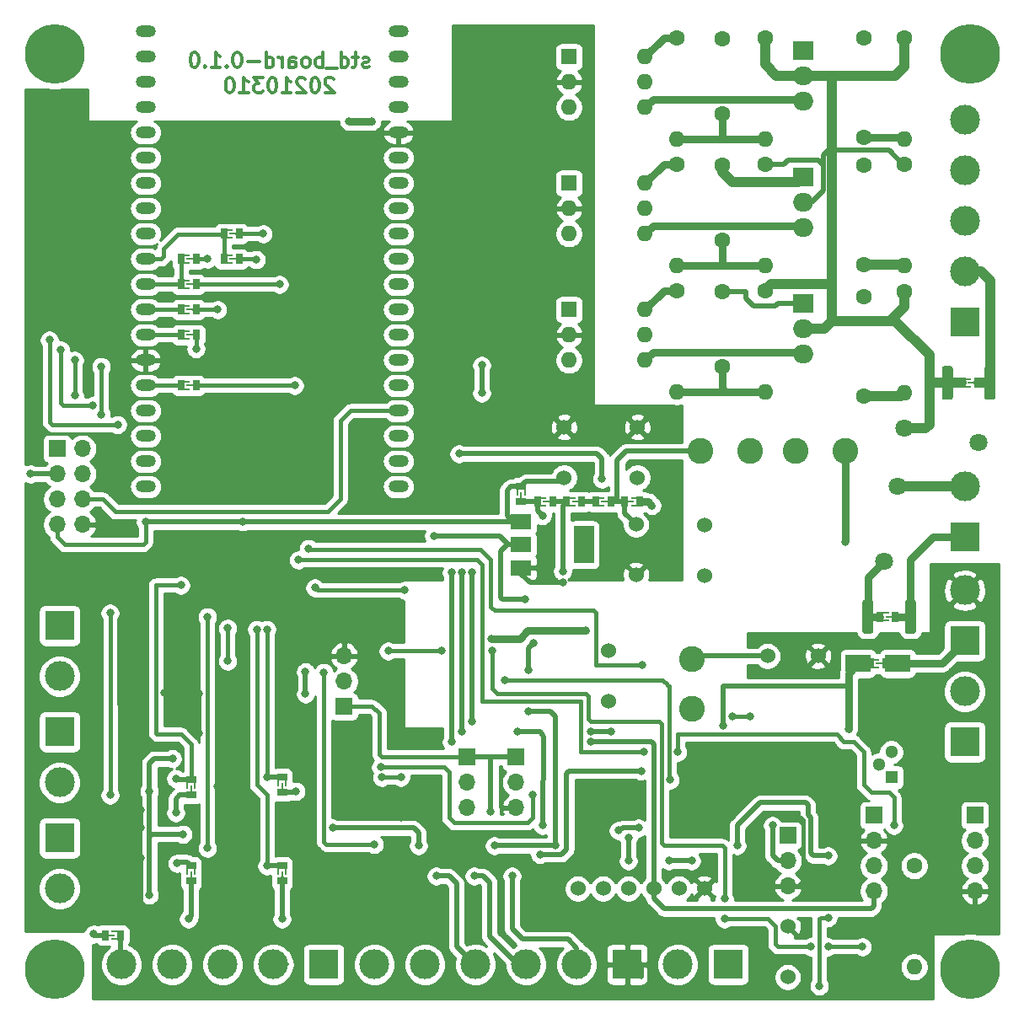
<source format=gbl>
G04 #@! TF.GenerationSoftware,KiCad,Pcbnew,5.1.9-73d0e3b20d~88~ubuntu20.04.1*
G04 #@! TF.CreationDate,2021-03-10T20:51:34-03:00*
G04 #@! TF.ProjectId,std_board,7374645f-626f-4617-9264-2e6b69636164,rev?*
G04 #@! TF.SameCoordinates,Original*
G04 #@! TF.FileFunction,Copper,L2,Bot*
G04 #@! TF.FilePolarity,Positive*
%FSLAX46Y46*%
G04 Gerber Fmt 4.6, Leading zero omitted, Abs format (unit mm)*
G04 Created by KiCad (PCBNEW 5.1.9-73d0e3b20d~88~ubuntu20.04.1) date 2021-03-10 20:51:34*
%MOMM*%
%LPD*%
G01*
G04 APERTURE LIST*
G04 #@! TA.AperFunction,NonConductor*
%ADD10C,0.300000*%
G04 #@! TD*
G04 #@! TA.AperFunction,ComponentPad*
%ADD11O,2.000000X1.200000*%
G04 #@! TD*
G04 #@! TA.AperFunction,ComponentPad*
%ADD12O,1.600000X1.600000*%
G04 #@! TD*
G04 #@! TA.AperFunction,ComponentPad*
%ADD13C,1.600000*%
G04 #@! TD*
G04 #@! TA.AperFunction,ComponentPad*
%ADD14C,2.600000*%
G04 #@! TD*
G04 #@! TA.AperFunction,ComponentPad*
%ADD15C,1.524000*%
G04 #@! TD*
G04 #@! TA.AperFunction,ComponentPad*
%ADD16R,1.600000X1.600000*%
G04 #@! TD*
G04 #@! TA.AperFunction,SMDPad,CuDef*
%ADD17R,1.000000X0.200000*%
G04 #@! TD*
G04 #@! TA.AperFunction,SMDPad,CuDef*
%ADD18R,1.000000X0.254000*%
G04 #@! TD*
G04 #@! TA.AperFunction,SMDPad,CuDef*
%ADD19R,0.762000X1.016000*%
G04 #@! TD*
G04 #@! TA.AperFunction,SMDPad,CuDef*
%ADD20R,0.200000X1.000000*%
G04 #@! TD*
G04 #@! TA.AperFunction,SMDPad,CuDef*
%ADD21R,0.254000X1.000000*%
G04 #@! TD*
G04 #@! TA.AperFunction,SMDPad,CuDef*
%ADD22R,1.016000X0.762000*%
G04 #@! TD*
G04 #@! TA.AperFunction,ComponentPad*
%ADD23C,6.000000*%
G04 #@! TD*
G04 #@! TA.AperFunction,ComponentPad*
%ADD24C,1.800000*%
G04 #@! TD*
G04 #@! TA.AperFunction,SMDPad,CuDef*
%ADD25R,2.500000X1.800000*%
G04 #@! TD*
G04 #@! TA.AperFunction,ComponentPad*
%ADD26O,1.700000X1.700000*%
G04 #@! TD*
G04 #@! TA.AperFunction,ComponentPad*
%ADD27R,1.700000X1.700000*%
G04 #@! TD*
G04 #@! TA.AperFunction,SMDPad,CuDef*
%ADD28R,2.000000X1.500000*%
G04 #@! TD*
G04 #@! TA.AperFunction,SMDPad,CuDef*
%ADD29R,2.000000X3.800000*%
G04 #@! TD*
G04 #@! TA.AperFunction,ComponentPad*
%ADD30O,2.000000X1.905000*%
G04 #@! TD*
G04 #@! TA.AperFunction,ComponentPad*
%ADD31R,2.000000X1.905000*%
G04 #@! TD*
G04 #@! TA.AperFunction,ComponentPad*
%ADD32R,1.300000X1.300000*%
G04 #@! TD*
G04 #@! TA.AperFunction,ComponentPad*
%ADD33C,1.300000*%
G04 #@! TD*
G04 #@! TA.AperFunction,ComponentPad*
%ADD34C,3.000000*%
G04 #@! TD*
G04 #@! TA.AperFunction,ComponentPad*
%ADD35R,3.000000X3.000000*%
G04 #@! TD*
G04 #@! TA.AperFunction,ViaPad*
%ADD36C,0.800000*%
G04 #@! TD*
G04 #@! TA.AperFunction,Conductor*
%ADD37C,0.500000*%
G04 #@! TD*
G04 #@! TA.AperFunction,Conductor*
%ADD38C,0.750000*%
G04 #@! TD*
G04 #@! TA.AperFunction,Conductor*
%ADD39C,0.400000*%
G04 #@! TD*
G04 #@! TA.AperFunction,Conductor*
%ADD40C,1.000000*%
G04 #@! TD*
G04 #@! TA.AperFunction,Conductor*
%ADD41C,0.300000*%
G04 #@! TD*
G04 #@! TA.AperFunction,Conductor*
%ADD42C,0.254000*%
G04 #@! TD*
G04 #@! TA.AperFunction,Conductor*
%ADD43C,0.100000*%
G04 #@! TD*
G04 APERTURE END LIST*
D10*
X35126285Y-3523142D02*
X34983428Y-3594571D01*
X34697714Y-3594571D01*
X34554857Y-3523142D01*
X34483428Y-3380285D01*
X34483428Y-3308857D01*
X34554857Y-3166000D01*
X34697714Y-3094571D01*
X34912000Y-3094571D01*
X35054857Y-3023142D01*
X35126285Y-2880285D01*
X35126285Y-2808857D01*
X35054857Y-2666000D01*
X34912000Y-2594571D01*
X34697714Y-2594571D01*
X34554857Y-2666000D01*
X34054857Y-2594571D02*
X33483428Y-2594571D01*
X33840571Y-2094571D02*
X33840571Y-3380285D01*
X33769142Y-3523142D01*
X33626285Y-3594571D01*
X33483428Y-3594571D01*
X32340571Y-3594571D02*
X32340571Y-2094571D01*
X32340571Y-3523142D02*
X32483428Y-3594571D01*
X32769142Y-3594571D01*
X32912000Y-3523142D01*
X32983428Y-3451714D01*
X33054857Y-3308857D01*
X33054857Y-2880285D01*
X32983428Y-2737428D01*
X32912000Y-2666000D01*
X32769142Y-2594571D01*
X32483428Y-2594571D01*
X32340571Y-2666000D01*
X31983428Y-3737428D02*
X30840571Y-3737428D01*
X30483428Y-3594571D02*
X30483428Y-2094571D01*
X30483428Y-2666000D02*
X30340571Y-2594571D01*
X30054857Y-2594571D01*
X29912000Y-2666000D01*
X29840571Y-2737428D01*
X29769142Y-2880285D01*
X29769142Y-3308857D01*
X29840571Y-3451714D01*
X29912000Y-3523142D01*
X30054857Y-3594571D01*
X30340571Y-3594571D01*
X30483428Y-3523142D01*
X28912000Y-3594571D02*
X29054857Y-3523142D01*
X29126285Y-3451714D01*
X29197714Y-3308857D01*
X29197714Y-2880285D01*
X29126285Y-2737428D01*
X29054857Y-2666000D01*
X28912000Y-2594571D01*
X28697714Y-2594571D01*
X28554857Y-2666000D01*
X28483428Y-2737428D01*
X28412000Y-2880285D01*
X28412000Y-3308857D01*
X28483428Y-3451714D01*
X28554857Y-3523142D01*
X28697714Y-3594571D01*
X28912000Y-3594571D01*
X27126285Y-3594571D02*
X27126285Y-2808857D01*
X27197714Y-2666000D01*
X27340571Y-2594571D01*
X27626285Y-2594571D01*
X27769142Y-2666000D01*
X27126285Y-3523142D02*
X27269142Y-3594571D01*
X27626285Y-3594571D01*
X27769142Y-3523142D01*
X27840571Y-3380285D01*
X27840571Y-3237428D01*
X27769142Y-3094571D01*
X27626285Y-3023142D01*
X27269142Y-3023142D01*
X27126285Y-2951714D01*
X26412000Y-3594571D02*
X26412000Y-2594571D01*
X26412000Y-2880285D02*
X26340571Y-2737428D01*
X26269142Y-2666000D01*
X26126285Y-2594571D01*
X25983428Y-2594571D01*
X24840571Y-3594571D02*
X24840571Y-2094571D01*
X24840571Y-3523142D02*
X24983428Y-3594571D01*
X25269142Y-3594571D01*
X25412000Y-3523142D01*
X25483428Y-3451714D01*
X25554857Y-3308857D01*
X25554857Y-2880285D01*
X25483428Y-2737428D01*
X25412000Y-2666000D01*
X25269142Y-2594571D01*
X24983428Y-2594571D01*
X24840571Y-2666000D01*
X24126285Y-3023142D02*
X22983428Y-3023142D01*
X21983428Y-2094571D02*
X21840571Y-2094571D01*
X21697714Y-2166000D01*
X21626285Y-2237428D01*
X21554857Y-2380285D01*
X21483428Y-2666000D01*
X21483428Y-3023142D01*
X21554857Y-3308857D01*
X21626285Y-3451714D01*
X21697714Y-3523142D01*
X21840571Y-3594571D01*
X21983428Y-3594571D01*
X22126285Y-3523142D01*
X22197714Y-3451714D01*
X22269142Y-3308857D01*
X22340571Y-3023142D01*
X22340571Y-2666000D01*
X22269142Y-2380285D01*
X22197714Y-2237428D01*
X22126285Y-2166000D01*
X21983428Y-2094571D01*
X20840571Y-3451714D02*
X20769142Y-3523142D01*
X20840571Y-3594571D01*
X20912000Y-3523142D01*
X20840571Y-3451714D01*
X20840571Y-3594571D01*
X19340571Y-3594571D02*
X20197714Y-3594571D01*
X19769142Y-3594571D02*
X19769142Y-2094571D01*
X19912000Y-2308857D01*
X20054857Y-2451714D01*
X20197714Y-2523142D01*
X18697714Y-3451714D02*
X18626285Y-3523142D01*
X18697714Y-3594571D01*
X18769142Y-3523142D01*
X18697714Y-3451714D01*
X18697714Y-3594571D01*
X17697714Y-2094571D02*
X17554857Y-2094571D01*
X17412000Y-2166000D01*
X17340571Y-2237428D01*
X17269142Y-2380285D01*
X17197714Y-2666000D01*
X17197714Y-3023142D01*
X17269142Y-3308857D01*
X17340571Y-3451714D01*
X17412000Y-3523142D01*
X17554857Y-3594571D01*
X17697714Y-3594571D01*
X17840571Y-3523142D01*
X17912000Y-3451714D01*
X17983428Y-3308857D01*
X18054857Y-3023142D01*
X18054857Y-2666000D01*
X17983428Y-2380285D01*
X17912000Y-2237428D01*
X17840571Y-2166000D01*
X17697714Y-2094571D01*
X31590571Y-4787428D02*
X31519142Y-4716000D01*
X31376285Y-4644571D01*
X31019142Y-4644571D01*
X30876285Y-4716000D01*
X30804857Y-4787428D01*
X30733428Y-4930285D01*
X30733428Y-5073142D01*
X30804857Y-5287428D01*
X31662000Y-6144571D01*
X30733428Y-6144571D01*
X29804857Y-4644571D02*
X29662000Y-4644571D01*
X29519142Y-4716000D01*
X29447714Y-4787428D01*
X29376285Y-4930285D01*
X29304857Y-5216000D01*
X29304857Y-5573142D01*
X29376285Y-5858857D01*
X29447714Y-6001714D01*
X29519142Y-6073142D01*
X29662000Y-6144571D01*
X29804857Y-6144571D01*
X29947714Y-6073142D01*
X30019142Y-6001714D01*
X30090571Y-5858857D01*
X30162000Y-5573142D01*
X30162000Y-5216000D01*
X30090571Y-4930285D01*
X30019142Y-4787428D01*
X29947714Y-4716000D01*
X29804857Y-4644571D01*
X28733428Y-4787428D02*
X28661999Y-4716000D01*
X28519142Y-4644571D01*
X28161999Y-4644571D01*
X28019142Y-4716000D01*
X27947714Y-4787428D01*
X27876285Y-4930285D01*
X27876285Y-5073142D01*
X27947714Y-5287428D01*
X28804857Y-6144571D01*
X27876285Y-6144571D01*
X26447714Y-6144571D02*
X27304857Y-6144571D01*
X26876285Y-6144571D02*
X26876285Y-4644571D01*
X27019142Y-4858857D01*
X27162000Y-5001714D01*
X27304857Y-5073142D01*
X25519142Y-4644571D02*
X25376285Y-4644571D01*
X25233428Y-4716000D01*
X25162000Y-4787428D01*
X25090571Y-4930285D01*
X25019142Y-5216000D01*
X25019142Y-5573142D01*
X25090571Y-5858857D01*
X25162000Y-6001714D01*
X25233428Y-6073142D01*
X25376285Y-6144571D01*
X25519142Y-6144571D01*
X25662000Y-6073142D01*
X25733428Y-6001714D01*
X25804857Y-5858857D01*
X25876285Y-5573142D01*
X25876285Y-5216000D01*
X25804857Y-4930285D01*
X25733428Y-4787428D01*
X25662000Y-4716000D01*
X25519142Y-4644571D01*
X24519142Y-4644571D02*
X23590571Y-4644571D01*
X24090571Y-5216000D01*
X23876285Y-5216000D01*
X23733428Y-5287428D01*
X23662000Y-5358857D01*
X23590571Y-5501714D01*
X23590571Y-5858857D01*
X23662000Y-6001714D01*
X23733428Y-6073142D01*
X23876285Y-6144571D01*
X24304857Y-6144571D01*
X24447714Y-6073142D01*
X24519142Y-6001714D01*
X22162000Y-6144571D02*
X23019142Y-6144571D01*
X22590571Y-6144571D02*
X22590571Y-4644571D01*
X22733428Y-4858857D01*
X22876285Y-5001714D01*
X23019142Y-5073142D01*
X21233428Y-4644571D02*
X21090571Y-4644571D01*
X20947714Y-4716000D01*
X20876285Y-4787428D01*
X20804857Y-4930285D01*
X20733428Y-5216000D01*
X20733428Y-5573142D01*
X20804857Y-5858857D01*
X20876285Y-6001714D01*
X20947714Y-6073142D01*
X21090571Y-6144571D01*
X21233428Y-6144571D01*
X21376285Y-6073142D01*
X21447714Y-6001714D01*
X21519142Y-5858857D01*
X21590571Y-5573142D01*
X21590571Y-5216000D01*
X21519142Y-4930285D01*
X21447714Y-4787428D01*
X21376285Y-4716000D01*
X21233428Y-4644571D01*
D11*
X12700000Y-45720000D03*
X38100000Y-45720000D03*
X12700000Y-43180000D03*
X38100000Y-43180000D03*
X12700000Y-40640000D03*
X38100000Y-40640000D03*
X12700000Y-38100000D03*
X38100000Y-38100000D03*
X12700000Y-35560000D03*
X38100000Y-35560000D03*
X12700000Y-33020000D03*
X38100000Y-33020000D03*
X12700000Y-30480000D03*
X38100000Y-30480000D03*
X12700000Y-27940000D03*
X38100000Y-27940000D03*
X12700000Y-25400000D03*
X38100000Y-25400000D03*
X12700000Y-22860000D03*
X38100000Y-22860000D03*
X12700000Y-20320000D03*
X38100000Y-20320000D03*
X12700000Y-17780000D03*
X38100000Y-17780000D03*
X12700000Y-15240000D03*
X38100000Y-15240000D03*
X12700000Y-12700000D03*
X38100000Y-12700000D03*
X12700000Y-10160000D03*
X38100000Y-10160000D03*
X12700000Y-7620000D03*
X38100000Y-7620000D03*
X12700000Y-5080000D03*
X38100000Y-5080000D03*
X12700000Y-2540000D03*
X38100000Y-2540000D03*
X12700000Y0D03*
X38100000Y0D03*
D12*
X89916000Y-93980000D03*
D13*
X89916000Y-83820000D03*
D14*
X77978000Y-42164000D03*
X82978000Y-42164000D03*
D15*
X61976000Y-54610000D03*
X61976000Y-49530000D03*
D12*
X66040000Y-10795000D03*
D13*
X66040000Y-635000D03*
D12*
X62865000Y-2540000D03*
X55245000Y-7620000D03*
X62865000Y-5080000D03*
X55245000Y-5080000D03*
X62865000Y-7620000D03*
D16*
X55245000Y-2540000D03*
D12*
X88900000Y-23495000D03*
D13*
X88900000Y-13335000D03*
D12*
X88900000Y-36322000D03*
D13*
X88900000Y-26162000D03*
D17*
X86582500Y-63500000D03*
D18*
X85884000Y-63881000D03*
D19*
X85503000Y-63500000D03*
D18*
X85884000Y-63119000D03*
D19*
X87027000Y-63500000D03*
D20*
X17272000Y-76263500D03*
D21*
X16891000Y-75565000D03*
D22*
X17272000Y-75184000D03*
D21*
X17653000Y-75565000D03*
D22*
X17272000Y-76708000D03*
D20*
X17272000Y-84899500D03*
D21*
X16891000Y-84201000D03*
D22*
X17272000Y-83820000D03*
D21*
X17653000Y-84201000D03*
D22*
X17272000Y-85344000D03*
D17*
X87566500Y-58801000D03*
D18*
X86868000Y-59182000D03*
D19*
X86487000Y-58801000D03*
D18*
X86868000Y-58420000D03*
D19*
X88011000Y-58801000D03*
D23*
X3556000Y-94234000D03*
X3556000Y-2286000D03*
D20*
X26416000Y-84899500D03*
D21*
X26035000Y-84201000D03*
D22*
X26416000Y-83820000D03*
D21*
X26797000Y-84201000D03*
D22*
X26416000Y-85344000D03*
D20*
X26416000Y-76009500D03*
D21*
X26035000Y-75311000D03*
D22*
X26416000Y-74930000D03*
D21*
X26797000Y-75311000D03*
D22*
X26416000Y-76454000D03*
D24*
X96400000Y-41278000D03*
X88900000Y-39878000D03*
X88265000Y-45720000D03*
X86865000Y-53220000D03*
D12*
X62865000Y-27940000D03*
X55245000Y-33020000D03*
X62865000Y-30480000D03*
X55245000Y-30480000D03*
X62865000Y-33020000D03*
D16*
X55245000Y-27940000D03*
D12*
X62865000Y-15240000D03*
X55245000Y-20320000D03*
X62865000Y-17780000D03*
X55245000Y-17780000D03*
X62865000Y-20320000D03*
D16*
X55245000Y-15240000D03*
D25*
X84265000Y-63500000D03*
X88265000Y-63500000D03*
D13*
X84836000Y-635000D03*
X84836000Y-10635000D03*
X70612000Y-755000D03*
X70612000Y-8255000D03*
X84836000Y-13462000D03*
X84836000Y-23462000D03*
X70612000Y-13455000D03*
X70612000Y-20955000D03*
X84836000Y-26670000D03*
X84836000Y-36670000D03*
X70612000Y-26155000D03*
X70612000Y-33655000D03*
D26*
X44958000Y-77978000D03*
X44958000Y-75438000D03*
D27*
X44958000Y-72898000D03*
D26*
X49911000Y-77978000D03*
X49911000Y-75438000D03*
D27*
X49911000Y-72898000D03*
D26*
X77216000Y-85852000D03*
X77216000Y-83312000D03*
D27*
X77216000Y-80772000D03*
D26*
X96012000Y-86360000D03*
X96012000Y-83820000D03*
X96012000Y-81280000D03*
D27*
X96012000Y-78740000D03*
D26*
X85852000Y-86360000D03*
X85852000Y-83820000D03*
X85852000Y-81280000D03*
D27*
X85852000Y-78740000D03*
D23*
X95504000Y-2286000D03*
X95504000Y-94234000D03*
D20*
X50419000Y-46799500D03*
D21*
X50038000Y-46101000D03*
D22*
X50419000Y-45720000D03*
D21*
X50800000Y-46101000D03*
D22*
X50419000Y-47244000D03*
D28*
X50444000Y-53862000D03*
X50444000Y-49262000D03*
X50444000Y-51562000D03*
D29*
X56744000Y-51562000D03*
D14*
X73406000Y-42164000D03*
X68406000Y-42164000D03*
D17*
X17335500Y-22860000D03*
D18*
X16637000Y-23241000D03*
D19*
X16256000Y-22860000D03*
D18*
X16637000Y-22479000D03*
D19*
X17780000Y-22860000D03*
D17*
X17335500Y-25400000D03*
D18*
X16637000Y-25781000D03*
D19*
X16256000Y-25400000D03*
D18*
X16637000Y-25019000D03*
D19*
X17780000Y-25400000D03*
D17*
X9080500Y-90805000D03*
D18*
X9779000Y-90424000D03*
D19*
X10160000Y-90805000D03*
D18*
X9779000Y-91186000D03*
D19*
X8636000Y-90805000D03*
D26*
X32639000Y-62738000D03*
X32639000Y-65278000D03*
D27*
X32639000Y-67818000D03*
D17*
X21653500Y-22860000D03*
D18*
X20955000Y-23241000D03*
D19*
X20574000Y-22860000D03*
D18*
X20955000Y-22479000D03*
D19*
X22098000Y-22860000D03*
D17*
X21653500Y-20320000D03*
D18*
X20955000Y-20701000D03*
D19*
X20574000Y-20320000D03*
D18*
X20955000Y-19939000D03*
D19*
X22098000Y-20320000D03*
D17*
X17335500Y-27940000D03*
D18*
X16637000Y-28321000D03*
D19*
X16256000Y-27940000D03*
D18*
X16637000Y-27559000D03*
D19*
X17780000Y-27940000D03*
G04 #@! TA.AperFunction,SMDPad,CuDef*
G36*
G01*
X88972500Y-60251001D02*
X88972500Y-57350999D01*
G75*
G02*
X89222499Y-57101000I249999J0D01*
G01*
X89847501Y-57101000D01*
G75*
G02*
X90097500Y-57350999I0J-249999D01*
G01*
X90097500Y-60251001D01*
G75*
G02*
X89847501Y-60501000I-249999J0D01*
G01*
X89222499Y-60501000D01*
G75*
G02*
X88972500Y-60251001I0J249999D01*
G01*
G37*
G04 #@! TD.AperFunction*
G04 #@! TA.AperFunction,SMDPad,CuDef*
G36*
G01*
X84697500Y-60251001D02*
X84697500Y-57350999D01*
G75*
G02*
X84947499Y-57101000I249999J0D01*
G01*
X85572501Y-57101000D01*
G75*
G02*
X85822500Y-57350999I0J-249999D01*
G01*
X85822500Y-60251001D01*
G75*
G02*
X85572501Y-60501000I-249999J0D01*
G01*
X84947499Y-60501000D01*
G75*
G02*
X84697500Y-60251001I0J249999D01*
G01*
G37*
G04 #@! TD.AperFunction*
G04 #@! TA.AperFunction,SMDPad,CuDef*
G36*
G01*
X96973500Y-36756001D02*
X96973500Y-33855999D01*
G75*
G02*
X97223499Y-33606000I249999J0D01*
G01*
X97848501Y-33606000D01*
G75*
G02*
X98098500Y-33855999I0J-249999D01*
G01*
X98098500Y-36756001D01*
G75*
G02*
X97848501Y-37006000I-249999J0D01*
G01*
X97223499Y-37006000D01*
G75*
G02*
X96973500Y-36756001I0J249999D01*
G01*
G37*
G04 #@! TD.AperFunction*
G04 #@! TA.AperFunction,SMDPad,CuDef*
G36*
G01*
X92698500Y-36756001D02*
X92698500Y-33855999D01*
G75*
G02*
X92948499Y-33606000I249999J0D01*
G01*
X93573501Y-33606000D01*
G75*
G02*
X93823500Y-33855999I0J-249999D01*
G01*
X93823500Y-36756001D01*
G75*
G02*
X93573501Y-37006000I-249999J0D01*
G01*
X92948499Y-37006000D01*
G75*
G02*
X92698500Y-36756001I0J249999D01*
G01*
G37*
G04 #@! TD.AperFunction*
D17*
X17335500Y-30480000D03*
D18*
X16637000Y-30861000D03*
D19*
X16256000Y-30480000D03*
D18*
X16637000Y-30099000D03*
D19*
X17780000Y-30480000D03*
D30*
X78740000Y-6985000D03*
X78740000Y-4445000D03*
D31*
X78740000Y-1905000D03*
D30*
X78740000Y-19685000D03*
X78740000Y-17145000D03*
D31*
X78740000Y-14605000D03*
D30*
X78740000Y-32385000D03*
X78740000Y-29845000D03*
D31*
X78740000Y-27305000D03*
D12*
X74930000Y-10795000D03*
D13*
X74930000Y-635000D03*
D12*
X88900000Y-10795000D03*
D13*
X88900000Y-635000D03*
D12*
X66040000Y-23495000D03*
D13*
X66040000Y-13335000D03*
D12*
X74930000Y-23495000D03*
D13*
X74930000Y-13335000D03*
D12*
X66040000Y-36195000D03*
D13*
X66040000Y-26035000D03*
D12*
X74930000Y-36195000D03*
D13*
X74930000Y-26035000D03*
D32*
X87630000Y-74930000D03*
D33*
X87630000Y-72390000D03*
X86360000Y-73660000D03*
D15*
X77216000Y-89916000D03*
X77216000Y-94996000D03*
X56134000Y-86106000D03*
X58674000Y-86106000D03*
X68834000Y-86106000D03*
X66294000Y-86106000D03*
X61214000Y-86106000D03*
X63754000Y-86106000D03*
D34*
X94996000Y-56134000D03*
D35*
X94996000Y-61214000D03*
D34*
X94996000Y-45720000D03*
D35*
X94996000Y-50800000D03*
D34*
X94996000Y-8890000D03*
X94996000Y-13970000D03*
D35*
X94996000Y-29210000D03*
D34*
X94996000Y-19050000D03*
X94996000Y-24130000D03*
X94996000Y-66294000D03*
D35*
X94996000Y-71374000D03*
D34*
X10287000Y-93726000D03*
X15367000Y-93726000D03*
D35*
X30607000Y-93726000D03*
D34*
X20447000Y-93726000D03*
X25527000Y-93726000D03*
X66167000Y-93726000D03*
D35*
X71247000Y-93726000D03*
D34*
X4064000Y-64770000D03*
D35*
X4064000Y-59690000D03*
D34*
X4064000Y-86106000D03*
D35*
X4064000Y-81026000D03*
D34*
X4064000Y-75438000D03*
D35*
X4064000Y-70358000D03*
D17*
X95821500Y-35306000D03*
D18*
X95123000Y-35687000D03*
D19*
X94742000Y-35306000D03*
D18*
X95123000Y-34925000D03*
D19*
X96266000Y-35306000D03*
D15*
X54737000Y-39751000D03*
X54737000Y-44831000D03*
X62103000Y-39751000D03*
X62103000Y-44831000D03*
X59182000Y-67310000D03*
X59182000Y-62230000D03*
X68834000Y-54696360D03*
X68834000Y-49616360D03*
X80264000Y-62738000D03*
X75184000Y-62738000D03*
D14*
X67564000Y-63072000D03*
X67564000Y-68072000D03*
D17*
X61277500Y-47244000D03*
D18*
X61976000Y-46863000D03*
D19*
X62357000Y-47244000D03*
D18*
X61976000Y-47625000D03*
D19*
X60833000Y-47244000D03*
D17*
X53149500Y-47244000D03*
D18*
X52451000Y-47625000D03*
D19*
X52070000Y-47244000D03*
D18*
X52451000Y-46863000D03*
D19*
X53594000Y-47244000D03*
D17*
X58991500Y-47244000D03*
D18*
X58293000Y-47625000D03*
D19*
X57912000Y-47244000D03*
D18*
X58293000Y-46863000D03*
D19*
X59436000Y-47244000D03*
D17*
X56070500Y-47244000D03*
D18*
X55372000Y-47625000D03*
D19*
X54991000Y-47244000D03*
D18*
X55372000Y-46863000D03*
D19*
X56515000Y-47244000D03*
D26*
X6350000Y-49530000D03*
X3810000Y-49530000D03*
X6350000Y-46990000D03*
X3810000Y-46990000D03*
X6350000Y-44450000D03*
X3810000Y-44450000D03*
X6350000Y-41910000D03*
D27*
X3810000Y-41910000D03*
D34*
X35687000Y-93726000D03*
X40767000Y-93726000D03*
X45847000Y-93726000D03*
D35*
X61087000Y-93726000D03*
D34*
X50927000Y-93726000D03*
X56007000Y-93726000D03*
D17*
X17335500Y-35560000D03*
D18*
X16637000Y-35941000D03*
D19*
X16256000Y-35560000D03*
D18*
X16637000Y-35179000D03*
D19*
X17780000Y-35560000D03*
D36*
X28765500Y-64325500D03*
X28765500Y-66548000D03*
X83312000Y-70104000D03*
X12700000Y-49276000D03*
X70739000Y-69723000D03*
X62484000Y-74295000D03*
X52324000Y-82677000D03*
X47371000Y-78359000D03*
X22465000Y-49262000D03*
X40005000Y-85852000D03*
X31115000Y-85852000D03*
X20193000Y-84582000D03*
X12192000Y-83058000D03*
X46101000Y-10160000D03*
X48006000Y-10160000D03*
X54610000Y-55372000D03*
X12192000Y-80010000D03*
X12192000Y-78232000D03*
X21971000Y-75946000D03*
X36322000Y-77216000D03*
X38354000Y-78994000D03*
X76708000Y-78994000D03*
X22225000Y-68961000D03*
X18034000Y-66548000D03*
X18034000Y-70485000D03*
X90170000Y-65278000D03*
X90170000Y-81280000D03*
X19939000Y-75819000D03*
X11049000Y-53340000D03*
X6477000Y-52959000D03*
X11049000Y-56642000D03*
X14605000Y-66421000D03*
X11049000Y-58674000D03*
X1143000Y-44450000D03*
X8255000Y-33655000D03*
X8255000Y-38481000D03*
X35687000Y-81661000D03*
X30607000Y-64389000D03*
X51562000Y-76708000D03*
X36322000Y-73914000D03*
X20955000Y-63246000D03*
X20955000Y-59944000D03*
X3048000Y-30988000D03*
X9906000Y-39497000D03*
X5588000Y-36576000D03*
X5588000Y-33020000D03*
X13081000Y-86741000D03*
X16446500Y-80645000D03*
X13081000Y-76327000D03*
X47752000Y-81788000D03*
X31496000Y-80010000D03*
X40132000Y-81788000D03*
X15397000Y-73055000D03*
X81280000Y-89027000D03*
X80391000Y-95885000D03*
X53848000Y-81788000D03*
X51181000Y-68326000D03*
X51181000Y-64135000D03*
X51689000Y-61468000D03*
X50800000Y-57023000D03*
X41656000Y-50673000D03*
X44196000Y-42418000D03*
X58547000Y-44958000D03*
X35433000Y-9017000D03*
X33147000Y-9017000D03*
X45720000Y-84836000D03*
X7493000Y-90678000D03*
X7366000Y-37592000D03*
X9144000Y-76708000D03*
X4191000Y-32004000D03*
X9142441Y-58418441D03*
X41910000Y-84836000D03*
X43434000Y-54356000D03*
X43434000Y-71374000D03*
X57404000Y-71374000D03*
X67564000Y-83312000D03*
X72136000Y-81788000D03*
X81280000Y-82804000D03*
X45466000Y-54356000D03*
X61214000Y-86106000D03*
X45466000Y-69342000D03*
X59436000Y-70358000D03*
X57404000Y-70358000D03*
X61214000Y-83312000D03*
X61214000Y-81026000D03*
X65278000Y-83312000D03*
X17018000Y-89154000D03*
X15748000Y-78486000D03*
X26416000Y-89154000D03*
X27813000Y-76327000D03*
X49530000Y-84836000D03*
X87884000Y-79756000D03*
X62738000Y-72390000D03*
X66167000Y-72390000D03*
X26162000Y-25400000D03*
X28067000Y-53086000D03*
X27686000Y-35560000D03*
X29718000Y-55880000D03*
X38735000Y-56134000D03*
X48768000Y-65151000D03*
X65405000Y-75184000D03*
X37084000Y-62230000D03*
X42418000Y-62230000D03*
X70866000Y-87122000D03*
X70866000Y-89154000D03*
X79502000Y-91948000D03*
X81280000Y-91948000D03*
X84709000Y-91948000D03*
X47498000Y-62230000D03*
X24892000Y-74930000D03*
X24892000Y-60071000D03*
X23812500Y-22923500D03*
X17780000Y-31877000D03*
X16256000Y-55626000D03*
X15748000Y-75057000D03*
X24892000Y-83820000D03*
X19939000Y-27940000D03*
X23876000Y-60071000D03*
X38354000Y-74930000D03*
X36449000Y-74930000D03*
X82994500Y-51244500D03*
X82994500Y-51244500D03*
X52578000Y-48641000D03*
X52578000Y-48641000D03*
X63563500Y-47625000D03*
X54610000Y-54229000D03*
X56959500Y-60198000D03*
X56959500Y-60198000D03*
X47434500Y-61023500D03*
X73406000Y-68834000D03*
X71628000Y-68834000D03*
X62611000Y-63627000D03*
X29083000Y-51943000D03*
X24511000Y-20320000D03*
X44450000Y-54356000D03*
X46482000Y-36322000D03*
X46482000Y-33528000D03*
X44450000Y-70358000D03*
X75692000Y-79756000D03*
X50038000Y-70358000D03*
X60198000Y-80264000D03*
X62230000Y-80010000D03*
X52578000Y-79756000D03*
X15875000Y-83566000D03*
X18923000Y-22860000D03*
X18923000Y-58801000D03*
X18923000Y-82042000D03*
D37*
X50927000Y-45212000D02*
X50419000Y-45720000D01*
X54483000Y-45212000D02*
X50927000Y-45212000D01*
X50444000Y-49262000D02*
X49643000Y-49262000D01*
X49643000Y-49262000D02*
X49022000Y-48641000D01*
X49022000Y-48641000D02*
X49022000Y-46101000D01*
X49403000Y-45720000D02*
X50419000Y-45720000D01*
X49022000Y-46101000D02*
X49403000Y-45720000D01*
X28765500Y-64325500D02*
X28765500Y-66548000D01*
D38*
X83312000Y-64453000D02*
X84265000Y-63500000D01*
D39*
X3810000Y-49530000D02*
X3810000Y-50800000D01*
X3810000Y-50800000D02*
X4572000Y-51562000D01*
X4572000Y-51562000D02*
X7874000Y-51562000D01*
X7874000Y-51562000D02*
X12446000Y-51562000D01*
X12700000Y-51308000D02*
X12700000Y-49276000D01*
X12446000Y-51562000D02*
X12700000Y-51308000D01*
X36449000Y-72898000D02*
X44958000Y-72898000D01*
X36195000Y-72644000D02*
X36449000Y-72898000D01*
X36195000Y-68453000D02*
X36195000Y-72644000D01*
X35433000Y-67818000D02*
X36195000Y-68453000D01*
X32639000Y-67818000D02*
X35433000Y-67818000D01*
D37*
X12714000Y-49262000D02*
X12700000Y-49276000D01*
X83312000Y-65786000D02*
X70993000Y-65786000D01*
D38*
X83312000Y-70104000D02*
X83312000Y-65786000D01*
X83312000Y-65786000D02*
X83312000Y-64453000D01*
D37*
X70993000Y-65786000D02*
X70739000Y-65786000D01*
X70739000Y-65786000D02*
X70739000Y-69723000D01*
X62484000Y-74295000D02*
X55245000Y-74295000D01*
X55245000Y-74295000D02*
X54991000Y-74549000D01*
X54991000Y-74549000D02*
X54991000Y-82169000D01*
X54483000Y-82677000D02*
X52324000Y-82677000D01*
X54991000Y-82169000D02*
X54483000Y-82677000D01*
X47371000Y-78359000D02*
X47371000Y-73025000D01*
X49784000Y-72898000D02*
X44958000Y-72898000D01*
X22465000Y-49262000D02*
X12714000Y-49262000D01*
X50444000Y-49262000D02*
X22465000Y-49262000D01*
X31115000Y-85852000D02*
X40005000Y-85852000D01*
X20193000Y-84582000D02*
X20193000Y-89662000D01*
X20193000Y-89662000D02*
X20193000Y-90043000D01*
X12192000Y-83058000D02*
X12192000Y-90297000D01*
X12192000Y-90297000D02*
X12446000Y-90551000D01*
X20193000Y-90424000D02*
X20193000Y-84582000D01*
X20066000Y-90551000D02*
X20193000Y-90424000D01*
X19685000Y-90551000D02*
X30861000Y-90551000D01*
X12446000Y-90551000D02*
X19685000Y-90551000D01*
X19685000Y-90551000D02*
X20066000Y-90551000D01*
X31115000Y-90297000D02*
X31115000Y-85852000D01*
X30861000Y-90551000D02*
X31115000Y-90297000D01*
X62484000Y-93726000D02*
X62484000Y-94996000D01*
X46101000Y-10160000D02*
X48006000Y-10160000D01*
X50444000Y-53862000D02*
X50444000Y-54508000D01*
X51308000Y-55372000D02*
X54610000Y-55372000D01*
X50444000Y-54508000D02*
X51308000Y-55372000D01*
X12192000Y-80010000D02*
X12192000Y-78486000D01*
X12192000Y-78486000D02*
X12192000Y-78232000D01*
X38100000Y-78994000D02*
X38354000Y-78994000D01*
X36322000Y-77216000D02*
X38100000Y-78994000D01*
D39*
X78232000Y-85852000D02*
X77216000Y-85852000D01*
X78740000Y-85344000D02*
X78232000Y-85852000D01*
X78740000Y-79248000D02*
X78740000Y-85344000D01*
X78486000Y-78994000D02*
X78740000Y-79248000D01*
X76708000Y-78994000D02*
X78486000Y-78994000D01*
D37*
X18034000Y-66548000D02*
X18034000Y-70485000D01*
D38*
X90170000Y-65278000D02*
X90170000Y-81280000D01*
D37*
X21971000Y-69215000D02*
X22225000Y-68961000D01*
X21971000Y-75946000D02*
X21971000Y-69215000D01*
D39*
X20066000Y-75946000D02*
X19939000Y-75819000D01*
X21971000Y-75946000D02*
X20066000Y-75946000D01*
D38*
X6858000Y-53340000D02*
X6477000Y-52959000D01*
X11049000Y-53340000D02*
X6858000Y-53340000D01*
D39*
X14732000Y-66548000D02*
X14605000Y-66421000D01*
X18034000Y-66548000D02*
X14732000Y-66548000D01*
D38*
X11049000Y-56642000D02*
X11049000Y-58674000D01*
D37*
X3810000Y-44450000D02*
X3556000Y-44196000D01*
X3810000Y-44450000D02*
X1143000Y-44450000D01*
D39*
X12700000Y-30480000D02*
X16256000Y-30480000D01*
X12700000Y-27940000D02*
X16256000Y-27940000D01*
X8255000Y-36576000D02*
X8255000Y-38481000D01*
X8255000Y-33655000D02*
X8255000Y-36576000D01*
X35687000Y-81661000D02*
X30861000Y-81661000D01*
X30861000Y-81661000D02*
X30607000Y-81407000D01*
X30607000Y-81407000D02*
X30607000Y-64389000D01*
X51562000Y-78994000D02*
X51054000Y-79502000D01*
X51054000Y-79502000D02*
X48514000Y-79502000D01*
X51562000Y-76708000D02*
X51562000Y-78994000D01*
X36322000Y-73914000D02*
X42672000Y-73914000D01*
X42672000Y-73914000D02*
X43180000Y-74422000D01*
X43180000Y-74422000D02*
X43180000Y-78994000D01*
X43688000Y-79502000D02*
X48514000Y-79502000D01*
X43180000Y-78994000D02*
X43688000Y-79502000D01*
X20955000Y-63246000D02*
X20955000Y-59944000D01*
X3048000Y-39243000D02*
X3048000Y-30988000D01*
X3302000Y-39497000D02*
X3048000Y-39243000D01*
X9906000Y-39497000D02*
X3302000Y-39497000D01*
X5588000Y-36576000D02*
X5588000Y-33020000D01*
D37*
X13081000Y-86741000D02*
X13081000Y-80899000D01*
X13335000Y-80645000D02*
X16446500Y-80645000D01*
X13081000Y-80899000D02*
X13335000Y-80645000D01*
X13081000Y-80899000D02*
X13081000Y-76327000D01*
X31496000Y-80010000D02*
X39624000Y-80010000D01*
X40132000Y-80518000D02*
X40132000Y-81788000D01*
X39624000Y-80010000D02*
X40132000Y-80518000D01*
X13081000Y-76327000D02*
X13081000Y-73533000D01*
X13081000Y-73533000D02*
X13563600Y-73050400D01*
X15392400Y-73050400D02*
X15397000Y-73055000D01*
X13563600Y-73050400D02*
X15392400Y-73050400D01*
D39*
X80518000Y-89027000D02*
X81280000Y-89027000D01*
X80391000Y-95885000D02*
X80391000Y-89154000D01*
X80391000Y-89154000D02*
X80518000Y-89027000D01*
D37*
X47752000Y-81788000D02*
X53848000Y-81788000D01*
X53848000Y-81788000D02*
X53848000Y-68834000D01*
X53340000Y-68326000D02*
X51181000Y-68326000D01*
X53848000Y-68834000D02*
X53340000Y-68326000D01*
X51181000Y-61976000D02*
X51689000Y-61468000D01*
X51181000Y-64135000D02*
X51181000Y-61976000D01*
X50800000Y-57023000D02*
X48514000Y-57023000D01*
X48514000Y-57023000D02*
X48387000Y-56896000D01*
X48387000Y-56896000D02*
X48387000Y-52197000D01*
X49022000Y-51562000D02*
X50444000Y-51562000D01*
X48387000Y-52197000D02*
X49022000Y-51562000D01*
X50444000Y-51562000D02*
X49149000Y-51562000D01*
X48260000Y-50673000D02*
X41656000Y-50673000D01*
X49149000Y-51562000D02*
X48260000Y-50673000D01*
X44196000Y-42418000D02*
X58039000Y-42418000D01*
X58547000Y-42926000D02*
X58547000Y-44958000D01*
X58039000Y-42418000D02*
X58547000Y-42926000D01*
D38*
X35433000Y-9017000D02*
X33147000Y-9017000D01*
D37*
X74930000Y-13335000D02*
X76835000Y-13335000D01*
X76835000Y-13335000D02*
X77216000Y-12954000D01*
X77216000Y-12954000D02*
X80264000Y-12954000D01*
X80264000Y-12954000D02*
X80772000Y-13462000D01*
X80772000Y-13462000D02*
X80772000Y-16002000D01*
X79629000Y-17145000D02*
X78740000Y-17145000D01*
X80772000Y-16002000D02*
X79629000Y-17145000D01*
X80772000Y-12446000D02*
X80772000Y-13462000D01*
X81280000Y-11938000D02*
X80772000Y-12446000D01*
X88900000Y-26162000D02*
X88392000Y-26162000D01*
X88900000Y-13335000D02*
X88773000Y-13335000D01*
X87376000Y-11938000D02*
X81280000Y-11938000D01*
X88773000Y-13335000D02*
X87376000Y-11938000D01*
D40*
X88900000Y-3556000D02*
X88900000Y-635000D01*
X88011000Y-4445000D02*
X88900000Y-3556000D01*
X74930000Y-635000D02*
X74930000Y-3302000D01*
X76073000Y-4445000D02*
X78740000Y-4445000D01*
X74930000Y-3302000D02*
X76073000Y-4445000D01*
X78740000Y-4445000D02*
X81661000Y-4445000D01*
X81661000Y-4445000D02*
X88011000Y-4445000D01*
X80899000Y-29845000D02*
X78740000Y-29845000D01*
X81661000Y-29083000D02*
X80899000Y-29845000D01*
X75565000Y-25400000D02*
X81661000Y-25400000D01*
X74930000Y-26035000D02*
X75565000Y-25400000D01*
X81661000Y-25400000D02*
X81661000Y-29083000D01*
X81661000Y-4445000D02*
X81661000Y-25400000D01*
X81661000Y-29083000D02*
X87503000Y-29083000D01*
X88900000Y-27686000D02*
X88900000Y-26162000D01*
X87503000Y-29083000D02*
X88900000Y-27686000D01*
X93261000Y-35306000D02*
X94711999Y-35306000D01*
X87503000Y-29083000D02*
X88011000Y-29083000D01*
X88011000Y-29083000D02*
X91440000Y-32512000D01*
X91440000Y-32512000D02*
X91440000Y-34036000D01*
X88900000Y-39878000D02*
X91059000Y-39878000D01*
X91440000Y-39497000D02*
X91059000Y-39878000D01*
X93261000Y-35306000D02*
X91440000Y-35306000D01*
X91440000Y-35306000D02*
X91440000Y-39497000D01*
X91440000Y-34036000D02*
X91440000Y-35306000D01*
D37*
X70612000Y-755000D02*
X70619000Y-755000D01*
D40*
X78740000Y-1905000D02*
X78409999Y-2235001D01*
D37*
X70612000Y-26155000D02*
X73018000Y-26155000D01*
X78740000Y-27305000D02*
X76200000Y-27305000D01*
X76200000Y-27305000D02*
X75946000Y-27559000D01*
X75946000Y-27559000D02*
X73787000Y-27559000D01*
X73018000Y-26790000D02*
X73018000Y-26155000D01*
X73787000Y-27559000D02*
X73018000Y-26790000D01*
X70612000Y-13455000D02*
X70619000Y-13455000D01*
D40*
X78740000Y-14605000D02*
X78232000Y-15113000D01*
X78232000Y-15113000D02*
X71628000Y-15113000D01*
X70612000Y-14097000D02*
X70612000Y-13455000D01*
X71628000Y-15113000D02*
X70612000Y-14097000D01*
X97536000Y-35306000D02*
X96394501Y-35306000D01*
X97536000Y-35306000D02*
X97536000Y-25019000D01*
X96647000Y-24130000D02*
X94996000Y-24130000D01*
X97536000Y-25019000D02*
X96647000Y-24130000D01*
D38*
X64770000Y-635000D02*
X62865000Y-2540000D01*
X66040000Y-635000D02*
X64770000Y-635000D01*
X64770000Y-13335000D02*
X62865000Y-15240000D01*
X66040000Y-13335000D02*
X64770000Y-13335000D01*
X64770000Y-26035000D02*
X62865000Y-27940000D01*
X66040000Y-26035000D02*
X64770000Y-26035000D01*
D40*
X4191000Y-59563000D02*
X4064000Y-59690000D01*
D39*
X16256000Y-35560000D02*
X12700000Y-35560000D01*
D38*
X88740000Y-10635000D02*
X88900000Y-10795000D01*
X84836000Y-10635000D02*
X88740000Y-10635000D01*
X70612000Y-10541000D02*
X70866000Y-10795000D01*
X70612000Y-8255000D02*
X70612000Y-10541000D01*
X70866000Y-10795000D02*
X74930000Y-10795000D01*
X66040000Y-10795000D02*
X70866000Y-10795000D01*
D40*
X88867000Y-23462000D02*
X88900000Y-23495000D01*
X84836000Y-23462000D02*
X88867000Y-23462000D01*
D38*
X70612000Y-23368000D02*
X70739000Y-23495000D01*
X70612000Y-20955000D02*
X70612000Y-23368000D01*
X70739000Y-23495000D02*
X74930000Y-23495000D01*
X66040000Y-23495000D02*
X70739000Y-23495000D01*
D37*
X46609000Y-84836000D02*
X45720000Y-84836000D01*
X47244000Y-85471000D02*
X46609000Y-84836000D01*
X47244000Y-85471000D02*
X47244000Y-90932000D01*
X50038000Y-93726000D02*
X50927000Y-93726000D01*
X47244000Y-90932000D02*
X50038000Y-93726000D01*
D38*
X78575001Y-6820001D02*
X78740000Y-6985000D01*
X63664999Y-6820001D02*
X78575001Y-6820001D01*
X62865000Y-7620000D02*
X63664999Y-6820001D01*
X78575001Y-19520001D02*
X78740000Y-19685000D01*
X63664999Y-19520001D02*
X78575001Y-19520001D01*
X62865000Y-20320000D02*
X63664999Y-19520001D01*
X78575001Y-32220001D02*
X78740000Y-32385000D01*
X63664999Y-32220001D02*
X78575001Y-32220001D01*
X62865000Y-33020000D02*
X63664999Y-32220001D01*
D40*
X88552000Y-36670000D02*
X88900000Y-36322000D01*
X84836000Y-36670000D02*
X88552000Y-36670000D01*
D38*
X70612000Y-35814000D02*
X70993000Y-36195000D01*
X70612000Y-33655000D02*
X70612000Y-35814000D01*
X70993000Y-36195000D02*
X74930000Y-36195000D01*
X66040000Y-36195000D02*
X70993000Y-36195000D01*
D37*
X7620000Y-90805000D02*
X7493000Y-90678000D01*
X8636000Y-90805000D02*
X7620000Y-90805000D01*
D39*
X4445000Y-37592000D02*
X7366000Y-37592000D01*
X4191000Y-37338000D02*
X4445000Y-37592000D01*
X4191000Y-32004000D02*
X4191000Y-37338000D01*
X9142441Y-58418441D02*
X9144000Y-76708000D01*
X38100000Y-38100000D02*
X33274000Y-38100000D01*
X33274000Y-38100000D02*
X32258000Y-39116000D01*
X32258000Y-39116000D02*
X32258000Y-46990000D01*
X32258000Y-46990000D02*
X30988000Y-48260000D01*
X30988000Y-48260000D02*
X9652000Y-48260000D01*
X8382000Y-46990000D02*
X6350000Y-46990000D01*
X9652000Y-48260000D02*
X8382000Y-46990000D01*
D37*
X41910000Y-84836000D02*
X43180000Y-84836000D01*
X43180000Y-84836000D02*
X43942000Y-85598000D01*
X43942000Y-85598000D02*
X43942000Y-91948000D01*
X45720000Y-93726000D02*
X45847000Y-93726000D01*
X43942000Y-91948000D02*
X45720000Y-93726000D01*
X10160000Y-93599000D02*
X10287000Y-93726000D01*
X10160000Y-90805000D02*
X10160000Y-93599000D01*
X63754000Y-86106000D02*
X63754000Y-87122000D01*
X63754000Y-87122000D02*
X64770000Y-88138000D01*
X64770000Y-88138000D02*
X85598000Y-88138000D01*
X85852000Y-87884000D02*
X85852000Y-86360000D01*
X85598000Y-88138000D02*
X85852000Y-87884000D01*
X43434000Y-54356000D02*
X43434000Y-71374000D01*
X63754000Y-86106000D02*
X63754000Y-72390000D01*
X63754000Y-71628000D02*
X63754000Y-72390000D01*
X63500000Y-71374000D02*
X63754000Y-71628000D01*
X57404000Y-71374000D02*
X63500000Y-71374000D01*
X45466000Y-54356000D02*
X45466000Y-69342000D01*
X72136000Y-79756000D02*
X72136000Y-81788000D01*
X74422000Y-77470000D02*
X72136000Y-79756000D01*
X78994000Y-77470000D02*
X74422000Y-77470000D01*
X79248000Y-77724000D02*
X78994000Y-77470000D01*
X79502000Y-78994000D02*
X79248000Y-78740000D01*
X79502000Y-82550000D02*
X79502000Y-78994000D01*
X79756000Y-82804000D02*
X79502000Y-82550000D01*
X79248000Y-78740000D02*
X79248000Y-77724000D01*
X81280000Y-82804000D02*
X79756000Y-82804000D01*
X57404000Y-70358000D02*
X59436000Y-70358000D01*
X61214000Y-81026000D02*
X61214000Y-83312000D01*
X65278000Y-83312000D02*
X67564000Y-83312000D01*
D39*
X12700000Y-25400000D02*
X16256000Y-25400000D01*
X16256000Y-22860000D02*
X16256000Y-25400000D01*
D37*
X17272000Y-88900000D02*
X17018000Y-89154000D01*
X17272000Y-85344000D02*
X17272000Y-88900000D01*
X17272000Y-76708000D02*
X16129000Y-76708000D01*
X15748000Y-77089000D02*
X15748000Y-78486000D01*
X16129000Y-76708000D02*
X15748000Y-77089000D01*
D41*
X26416000Y-93218000D02*
X26924000Y-93726000D01*
D37*
X26416000Y-85090000D02*
X26416000Y-89154000D01*
X27686000Y-76454000D02*
X27813000Y-76327000D01*
X26416000Y-76454000D02*
X27686000Y-76454000D01*
D39*
X12700000Y-22860000D02*
X13589000Y-22860000D01*
X12700000Y-22860000D02*
X14287500Y-22860000D01*
X14287500Y-22860000D02*
X14541500Y-22606000D01*
X14541500Y-22606000D02*
X14541500Y-21780500D01*
X14541500Y-21780500D02*
X15938500Y-20383500D01*
X20510500Y-20383500D02*
X20574000Y-20320000D01*
X15938500Y-20383500D02*
X20510500Y-20383500D01*
X20574000Y-22860000D02*
X20574000Y-20320000D01*
D37*
X56007000Y-92075000D02*
X56007000Y-93726000D01*
X55118000Y-91186000D02*
X56007000Y-92075000D01*
X50546000Y-91186000D02*
X55118000Y-91186000D01*
X49530000Y-90170000D02*
X50546000Y-91186000D01*
X49530000Y-84836000D02*
X49530000Y-90170000D01*
D39*
X26162000Y-25400000D02*
X23368000Y-25400000D01*
X56388000Y-67310000D02*
X56388000Y-72390000D01*
X46482000Y-67310000D02*
X56388000Y-67310000D01*
X46482000Y-53594000D02*
X46482000Y-67310000D01*
X45974000Y-53086000D02*
X46482000Y-53594000D01*
X56388000Y-72390000D02*
X62738000Y-72390000D01*
X28067000Y-53086000D02*
X45974000Y-53086000D01*
X23368000Y-25400000D02*
X17780000Y-25400000D01*
X17780000Y-35560000D02*
X27686000Y-35560000D01*
X87884000Y-76962000D02*
X87884000Y-79756000D01*
X85598000Y-76454000D02*
X87376000Y-76454000D01*
X84836000Y-75692000D02*
X85598000Y-76454000D01*
X83820000Y-71374000D02*
X84836000Y-72390000D01*
X82804000Y-71374000D02*
X83820000Y-71374000D01*
X87376000Y-76454000D02*
X87884000Y-76962000D01*
X82169000Y-70612000D02*
X82804000Y-71374000D01*
X84836000Y-72390000D02*
X84836000Y-75692000D01*
X66167000Y-70612000D02*
X82169000Y-70612000D01*
X66167000Y-72390000D02*
X66167000Y-70612000D01*
X29972000Y-56134000D02*
X29718000Y-55880000D01*
X38735000Y-56134000D02*
X29972000Y-56134000D01*
X48768000Y-65151000D02*
X64643000Y-65151000D01*
X64643000Y-65151000D02*
X65024000Y-65532000D01*
X65024000Y-65532000D02*
X65151000Y-65659000D01*
X65151000Y-65659000D02*
X65278000Y-65786000D01*
X65278000Y-75057000D02*
X65405000Y-75184000D01*
X65278000Y-65786000D02*
X65278000Y-75057000D01*
X37084000Y-62230000D02*
X42418000Y-62230000D01*
X75184000Y-89154000D02*
X70866000Y-89154000D01*
X75946000Y-91694000D02*
X75946000Y-89916000D01*
X76200000Y-91948000D02*
X75946000Y-91694000D01*
X79502000Y-91948000D02*
X76200000Y-91948000D01*
X75946000Y-89916000D02*
X75184000Y-89154000D01*
X81280000Y-91948000D02*
X84709000Y-91948000D01*
X70866000Y-82042000D02*
X70866000Y-84074000D01*
X70866000Y-84074000D02*
X70866000Y-87122000D01*
X64516000Y-81534000D02*
X64770000Y-81788000D01*
X47498000Y-62230000D02*
X47498000Y-66040000D01*
X57404000Y-69342000D02*
X64262000Y-69342000D01*
X47498000Y-66040000D02*
X48006000Y-66548000D01*
X64262000Y-69342000D02*
X64516000Y-69596000D01*
X48006000Y-66548000D02*
X56896000Y-66548000D01*
X64516000Y-69596000D02*
X64516000Y-81534000D01*
X56896000Y-66548000D02*
X57150000Y-66802000D01*
X57150000Y-66802000D02*
X57150000Y-69088000D01*
X57150000Y-69088000D02*
X57404000Y-69342000D01*
X64770000Y-81788000D02*
X70612000Y-81788000D01*
X70612000Y-81788000D02*
X70866000Y-82042000D01*
D37*
X24892000Y-74930000D02*
X26416000Y-74930000D01*
D39*
X24892000Y-74930000D02*
X24892000Y-60071000D01*
X23749000Y-22860000D02*
X22098000Y-22860000D01*
X23812500Y-22923500D02*
X23749000Y-22860000D01*
X17780000Y-31877000D02*
X17780000Y-30480000D01*
X17272000Y-71628000D02*
X17272000Y-75184000D01*
X16256000Y-70612000D02*
X17272000Y-71628000D01*
X13843000Y-70612000D02*
X16256000Y-70612000D01*
X13716000Y-70485000D02*
X13843000Y-70612000D01*
X13716000Y-55626000D02*
X13716000Y-70485000D01*
X16256000Y-55626000D02*
X13716000Y-55626000D01*
D37*
X17272000Y-75184000D02*
X15875000Y-75184000D01*
X15875000Y-75184000D02*
X15748000Y-75057000D01*
X26416000Y-83820000D02*
X24892000Y-83820000D01*
D39*
X24892000Y-83820000D02*
X24892000Y-76708000D01*
X24892000Y-76708000D02*
X23876000Y-75692000D01*
X23876000Y-75692000D02*
X23876000Y-60071000D01*
X17526000Y-27940000D02*
X17780000Y-27940000D01*
X17780000Y-27940000D02*
X19939000Y-27940000D01*
D38*
X92710000Y-63500000D02*
X94996000Y-61214000D01*
X88265000Y-63500000D02*
X92710000Y-63500000D01*
D40*
X94996000Y-45720000D02*
X88265000Y-45720000D01*
D39*
X38354000Y-74930000D02*
X36449000Y-74930000D01*
D37*
X82978000Y-51228000D02*
X82994500Y-51244500D01*
D38*
X82978000Y-42164000D02*
X82978000Y-51228000D01*
D37*
X67898000Y-62738000D02*
X67564000Y-63072000D01*
X75184000Y-62738000D02*
X67898000Y-62738000D01*
X50419000Y-47244000D02*
X52070000Y-47244000D01*
X52070000Y-48133000D02*
X52578000Y-48641000D01*
X52070000Y-47244000D02*
X52070000Y-48133000D01*
X60833000Y-48387000D02*
X61976000Y-49530000D01*
X60833000Y-47244000D02*
X60833000Y-48387000D01*
X68406000Y-42164000D02*
X60960000Y-42164000D01*
X60071000Y-43053000D02*
X60071000Y-47244000D01*
X60960000Y-42164000D02*
X60071000Y-43053000D01*
X60071000Y-47244000D02*
X60833000Y-47244000D01*
X59436000Y-47244000D02*
X60071000Y-47244000D01*
D38*
X63182500Y-47244000D02*
X63563500Y-47625000D01*
X62357000Y-47244000D02*
X63182500Y-47244000D01*
D37*
X53594000Y-47244000D02*
X54991000Y-47244000D01*
X54610000Y-47625000D02*
X54991000Y-47244000D01*
X54610000Y-54229000D02*
X54610000Y-47625000D01*
D38*
X94996000Y-50800000D02*
X91821000Y-50800000D01*
X89535000Y-53086000D02*
X89535000Y-58801000D01*
X91821000Y-50800000D02*
X89535000Y-53086000D01*
X89535000Y-58801000D02*
X88011000Y-58801000D01*
D37*
X86865000Y-53220000D02*
X86607000Y-53220000D01*
D38*
X86487000Y-58801000D02*
X85260000Y-58801000D01*
X85260000Y-54825000D02*
X86865000Y-53220000D01*
X85260000Y-58801000D02*
X85260000Y-54825000D01*
X47434500Y-61023500D02*
X50292000Y-61023500D01*
X51117500Y-60198000D02*
X56959500Y-60198000D01*
X50292000Y-61023500D02*
X51117500Y-60198000D01*
D37*
X56515000Y-47244000D02*
X57912000Y-47244000D01*
D39*
X73406000Y-68834000D02*
X71628000Y-68834000D01*
X62611000Y-63627000D02*
X57912000Y-63627000D01*
X57912000Y-63627000D02*
X57912000Y-59055000D01*
X57912000Y-59055000D02*
X57912000Y-58547000D01*
X57912000Y-58547000D02*
X57912000Y-58420000D01*
X57912000Y-58420000D02*
X57658000Y-58166000D01*
X57658000Y-58166000D02*
X47752000Y-58166000D01*
X47752000Y-58166000D02*
X47371000Y-57785000D01*
X47371000Y-57785000D02*
X47371000Y-53086000D01*
X46355000Y-52070000D02*
X42418000Y-52070000D01*
X47371000Y-53086000D02*
X46355000Y-52070000D01*
X29210000Y-52070000D02*
X29083000Y-51943000D01*
X42418000Y-52070000D02*
X29210000Y-52070000D01*
X21844000Y-20320000D02*
X24511000Y-20320000D01*
D37*
X46482000Y-33528000D02*
X46482000Y-36322000D01*
X44450000Y-54356000D02*
X44450000Y-70358000D01*
X76200000Y-83312000D02*
X77216000Y-83312000D01*
X75692000Y-82804000D02*
X76200000Y-83312000D01*
X75692000Y-79756000D02*
X75692000Y-82804000D01*
X60706000Y-80010000D02*
X60198000Y-80264000D01*
X62230000Y-80010000D02*
X60706000Y-80010000D01*
X52324000Y-70358000D02*
X50038000Y-70358000D01*
X52705000Y-70866000D02*
X52324000Y-70358000D01*
X52578000Y-79756000D02*
X52705000Y-70866000D01*
X15875000Y-83566000D02*
X16002000Y-83439000D01*
X16891000Y-83439000D02*
X17272000Y-83820000D01*
X16002000Y-83439000D02*
X16891000Y-83439000D01*
D39*
X17780000Y-22860000D02*
X18923000Y-22860000D01*
X18923000Y-58801000D02*
X18923000Y-73914000D01*
X18923000Y-73914000D02*
X18923000Y-82042000D01*
D42*
X2656525Y-45396632D02*
X2863368Y-45603475D01*
X3037760Y-45720000D01*
X2863368Y-45836525D01*
X2656525Y-46043368D01*
X2494010Y-46286589D01*
X2382068Y-46556842D01*
X2325000Y-46843740D01*
X2325000Y-47136260D01*
X2382068Y-47423158D01*
X2494010Y-47693411D01*
X2656525Y-47936632D01*
X2863368Y-48143475D01*
X3037760Y-48260000D01*
X2863368Y-48376525D01*
X2656525Y-48583368D01*
X2494010Y-48826589D01*
X2382068Y-49096842D01*
X2325000Y-49383740D01*
X2325000Y-49676260D01*
X2382068Y-49963158D01*
X2494010Y-50233411D01*
X2656525Y-50476632D01*
X2863368Y-50683475D01*
X2975001Y-50758066D01*
X2975001Y-50758972D01*
X2970960Y-50800000D01*
X2987082Y-50963688D01*
X3034828Y-51121086D01*
X3112364Y-51266145D01*
X3126382Y-51283226D01*
X3216710Y-51393291D01*
X3248574Y-51419441D01*
X3952563Y-52123431D01*
X3978709Y-52155291D01*
X4010568Y-52181437D01*
X4010570Y-52181439D01*
X4083749Y-52241495D01*
X4105854Y-52259636D01*
X4250913Y-52337172D01*
X4408311Y-52384918D01*
X4530981Y-52397000D01*
X4530982Y-52397000D01*
X4572000Y-52401040D01*
X4613018Y-52397000D01*
X12404982Y-52397000D01*
X12446000Y-52401040D01*
X12487018Y-52397000D01*
X12487019Y-52397000D01*
X12609689Y-52384918D01*
X12767087Y-52337172D01*
X12912146Y-52259636D01*
X13039291Y-52155291D01*
X13065446Y-52123421D01*
X13261422Y-51927445D01*
X13293291Y-51901291D01*
X13397636Y-51774146D01*
X13475172Y-51629087D01*
X13522918Y-51471689D01*
X13535000Y-51349019D01*
X13535000Y-51349017D01*
X13539040Y-51308001D01*
X13535000Y-51266985D01*
X13535000Y-50147000D01*
X21926546Y-50147000D01*
X21974744Y-50179205D01*
X22163102Y-50257226D01*
X22363061Y-50297000D01*
X22566939Y-50297000D01*
X22766898Y-50257226D01*
X22955256Y-50179205D01*
X23003454Y-50147000D01*
X40762678Y-50147000D01*
X40738795Y-50182744D01*
X40660774Y-50371102D01*
X40621000Y-50571061D01*
X40621000Y-50774939D01*
X40660774Y-50974898D01*
X40738795Y-51163256D01*
X40786733Y-51235000D01*
X29838711Y-51235000D01*
X29742774Y-51139063D01*
X29573256Y-51025795D01*
X29384898Y-50947774D01*
X29184939Y-50908000D01*
X28981061Y-50908000D01*
X28781102Y-50947774D01*
X28592744Y-51025795D01*
X28423226Y-51139063D01*
X28279063Y-51283226D01*
X28165795Y-51452744D01*
X28087774Y-51641102D01*
X28048000Y-51841061D01*
X28048000Y-52044939D01*
X28049206Y-52051000D01*
X27965061Y-52051000D01*
X27765102Y-52090774D01*
X27576744Y-52168795D01*
X27407226Y-52282063D01*
X27263063Y-52426226D01*
X27149795Y-52595744D01*
X27071774Y-52784102D01*
X27032000Y-52984061D01*
X27032000Y-53187939D01*
X27071774Y-53387898D01*
X27149795Y-53576256D01*
X27263063Y-53745774D01*
X27407226Y-53889937D01*
X27576744Y-54003205D01*
X27765102Y-54081226D01*
X27965061Y-54121000D01*
X28168939Y-54121000D01*
X28368898Y-54081226D01*
X28557256Y-54003205D01*
X28680285Y-53921000D01*
X42493907Y-53921000D01*
X42438774Y-54054102D01*
X42399000Y-54254061D01*
X42399000Y-54457939D01*
X42438774Y-54657898D01*
X42516795Y-54846256D01*
X42549000Y-54894454D01*
X42549000Y-55118000D01*
X38932459Y-55118000D01*
X38836939Y-55099000D01*
X38633061Y-55099000D01*
X38433102Y-55138774D01*
X38244744Y-55216795D01*
X38121715Y-55299000D01*
X30574572Y-55299000D01*
X30521937Y-55220226D01*
X30377774Y-55076063D01*
X30208256Y-54962795D01*
X30019898Y-54884774D01*
X29819939Y-54845000D01*
X29616061Y-54845000D01*
X29416102Y-54884774D01*
X29227744Y-54962795D01*
X29058226Y-55076063D01*
X28914063Y-55220226D01*
X28800795Y-55389744D01*
X28722774Y-55578102D01*
X28683000Y-55778061D01*
X28683000Y-55981939D01*
X28722774Y-56181898D01*
X28800795Y-56370256D01*
X28914063Y-56539774D01*
X29058226Y-56683937D01*
X29227744Y-56797205D01*
X29416102Y-56875226D01*
X29616061Y-56915000D01*
X29670125Y-56915000D01*
X29808311Y-56956918D01*
X29930981Y-56969000D01*
X29930983Y-56969000D01*
X29971999Y-56973040D01*
X30013015Y-56969000D01*
X38121715Y-56969000D01*
X38244744Y-57051205D01*
X38433102Y-57129226D01*
X38608000Y-57164015D01*
X38608000Y-61395000D01*
X37697285Y-61395000D01*
X37574256Y-61312795D01*
X37385898Y-61234774D01*
X37185939Y-61195000D01*
X36982061Y-61195000D01*
X36782102Y-61234774D01*
X36593744Y-61312795D01*
X36424226Y-61426063D01*
X36280063Y-61570226D01*
X36166795Y-61739744D01*
X36088774Y-61928102D01*
X36049000Y-62128061D01*
X36049000Y-62331939D01*
X36088774Y-62531898D01*
X36166795Y-62720256D01*
X36280063Y-62889774D01*
X36424226Y-63033937D01*
X36593744Y-63147205D01*
X36782102Y-63225226D01*
X36982061Y-63265000D01*
X37185939Y-63265000D01*
X37385898Y-63225226D01*
X37574256Y-63147205D01*
X37697285Y-63065000D01*
X38608000Y-63065000D01*
X38608000Y-69850000D01*
X38610440Y-69874776D01*
X38617667Y-69898601D01*
X38629403Y-69920557D01*
X38645197Y-69939803D01*
X38664443Y-69955597D01*
X38686399Y-69967333D01*
X38710224Y-69974560D01*
X38735000Y-69977000D01*
X42549001Y-69977000D01*
X42549001Y-70835544D01*
X42516795Y-70883744D01*
X42438774Y-71072102D01*
X42399000Y-71272061D01*
X42399000Y-71475939D01*
X42438774Y-71675898D01*
X42516795Y-71864256D01*
X42630063Y-72033774D01*
X42659289Y-72063000D01*
X37030000Y-72063000D01*
X37030000Y-68456081D01*
X37030594Y-68377037D01*
X37022267Y-68333463D01*
X37017918Y-68289311D01*
X37006866Y-68252877D01*
X36999719Y-68215480D01*
X36983050Y-68174366D01*
X36970172Y-68131913D01*
X36952225Y-68098337D01*
X36937919Y-68063051D01*
X36913548Y-68025978D01*
X36892636Y-67986854D01*
X36868481Y-67957421D01*
X36847568Y-67925608D01*
X36816439Y-67894008D01*
X36788291Y-67859709D01*
X36727139Y-67809524D01*
X36028302Y-67227159D01*
X36026291Y-67224709D01*
X35965096Y-67174488D01*
X35936042Y-67150276D01*
X35933445Y-67148512D01*
X35899146Y-67120364D01*
X35865562Y-67102413D01*
X35834069Y-67081026D01*
X35793219Y-67063744D01*
X35754087Y-67042828D01*
X35717647Y-67031774D01*
X35682587Y-67016942D01*
X35639146Y-67007961D01*
X35596689Y-66995082D01*
X35558795Y-66991350D01*
X35521512Y-66983642D01*
X35477153Y-66983309D01*
X35474019Y-66983000D01*
X35436081Y-66983000D01*
X35357037Y-66982406D01*
X35353929Y-66983000D01*
X34127072Y-66983000D01*
X34127072Y-66968000D01*
X34114812Y-66843518D01*
X34078502Y-66723820D01*
X34019537Y-66613506D01*
X33940185Y-66516815D01*
X33843494Y-66437463D01*
X33733180Y-66378498D01*
X33660620Y-66356487D01*
X33792475Y-66224632D01*
X33954990Y-65981411D01*
X34066932Y-65711158D01*
X34124000Y-65424260D01*
X34124000Y-65131740D01*
X34066932Y-64844842D01*
X33954990Y-64574589D01*
X33792475Y-64331368D01*
X33585632Y-64124525D01*
X33403466Y-64002805D01*
X33520355Y-63933178D01*
X33736588Y-63738269D01*
X33910641Y-63504920D01*
X34035825Y-63242099D01*
X34080476Y-63094890D01*
X33959155Y-62865000D01*
X32766000Y-62865000D01*
X32766000Y-62885000D01*
X32512000Y-62885000D01*
X32512000Y-62865000D01*
X31318845Y-62865000D01*
X31197524Y-63094890D01*
X31242175Y-63242099D01*
X31367359Y-63504920D01*
X31541412Y-63738269D01*
X31757645Y-63933178D01*
X31874534Y-64002805D01*
X31692368Y-64124525D01*
X31623390Y-64193503D01*
X31602226Y-64087102D01*
X31524205Y-63898744D01*
X31410937Y-63729226D01*
X31266774Y-63585063D01*
X31097256Y-63471795D01*
X30908898Y-63393774D01*
X30708939Y-63354000D01*
X30505061Y-63354000D01*
X30305102Y-63393774D01*
X30116744Y-63471795D01*
X29947226Y-63585063D01*
X29803063Y-63729226D01*
X29701655Y-63880994D01*
X29682705Y-63835244D01*
X29569437Y-63665726D01*
X29425274Y-63521563D01*
X29255756Y-63408295D01*
X29067398Y-63330274D01*
X28867439Y-63290500D01*
X28663561Y-63290500D01*
X28463602Y-63330274D01*
X28275244Y-63408295D01*
X28105726Y-63521563D01*
X27961563Y-63665726D01*
X27848295Y-63835244D01*
X27770274Y-64023602D01*
X27730500Y-64223561D01*
X27730500Y-64427439D01*
X27770274Y-64627398D01*
X27848295Y-64815756D01*
X27880500Y-64863955D01*
X27880501Y-66009545D01*
X27848295Y-66057744D01*
X27770274Y-66246102D01*
X27730500Y-66446061D01*
X27730500Y-66649939D01*
X27770274Y-66849898D01*
X27848295Y-67038256D01*
X27961563Y-67207774D01*
X28105726Y-67351937D01*
X28275244Y-67465205D01*
X28463602Y-67543226D01*
X28663561Y-67583000D01*
X28867439Y-67583000D01*
X29067398Y-67543226D01*
X29255756Y-67465205D01*
X29425274Y-67351937D01*
X29569437Y-67207774D01*
X29682705Y-67038256D01*
X29760726Y-66849898D01*
X29772001Y-66793215D01*
X29772000Y-81365981D01*
X29767960Y-81407000D01*
X29773829Y-81466589D01*
X29784082Y-81570688D01*
X29831828Y-81728086D01*
X29909364Y-81873145D01*
X30013709Y-82000291D01*
X30045579Y-82026446D01*
X30241554Y-82222421D01*
X30267709Y-82254291D01*
X30394854Y-82358636D01*
X30539913Y-82436172D01*
X30697311Y-82483918D01*
X30819981Y-82496000D01*
X30819983Y-82496000D01*
X30860999Y-82500040D01*
X30902015Y-82496000D01*
X35073715Y-82496000D01*
X35196744Y-82578205D01*
X35385102Y-82656226D01*
X35585061Y-82696000D01*
X35788939Y-82696000D01*
X35988898Y-82656226D01*
X36177256Y-82578205D01*
X36346774Y-82464937D01*
X36490937Y-82320774D01*
X36604205Y-82151256D01*
X36682226Y-81962898D01*
X36722000Y-81762939D01*
X36722000Y-81559061D01*
X36682226Y-81359102D01*
X36604205Y-81170744D01*
X36490937Y-81001226D01*
X36384711Y-80895000D01*
X39247000Y-80895000D01*
X39247001Y-81249545D01*
X39214795Y-81297744D01*
X39136774Y-81486102D01*
X39097000Y-81686061D01*
X39097000Y-81889939D01*
X39136774Y-82089898D01*
X39214795Y-82278256D01*
X39328063Y-82447774D01*
X39472226Y-82591937D01*
X39641744Y-82705205D01*
X39830102Y-82783226D01*
X40030061Y-82823000D01*
X40233939Y-82823000D01*
X40433898Y-82783226D01*
X40622256Y-82705205D01*
X40791774Y-82591937D01*
X40935937Y-82447774D01*
X41049205Y-82278256D01*
X41127226Y-82089898D01*
X41167000Y-81889939D01*
X41167000Y-81686061D01*
X41127226Y-81486102D01*
X41049205Y-81297744D01*
X41017000Y-81249546D01*
X41017000Y-80561465D01*
X41021281Y-80517999D01*
X41017000Y-80474533D01*
X41017000Y-80474523D01*
X41004195Y-80344510D01*
X40953589Y-80177687D01*
X40871411Y-80023941D01*
X40760817Y-79889183D01*
X40727045Y-79861467D01*
X40280534Y-79414956D01*
X40252817Y-79381183D01*
X40118059Y-79270589D01*
X39964313Y-79188411D01*
X39797490Y-79137805D01*
X39667477Y-79125000D01*
X39667469Y-79125000D01*
X39624000Y-79120719D01*
X39580531Y-79125000D01*
X32034454Y-79125000D01*
X31986256Y-79092795D01*
X31797898Y-79014774D01*
X31597939Y-78975000D01*
X31442000Y-78975000D01*
X31442000Y-69202543D01*
X31544820Y-69257502D01*
X31664518Y-69293812D01*
X31789000Y-69306072D01*
X33489000Y-69306072D01*
X33613482Y-69293812D01*
X33733180Y-69257502D01*
X33843494Y-69198537D01*
X33940185Y-69119185D01*
X34019537Y-69022494D01*
X34078502Y-68912180D01*
X34114812Y-68792482D01*
X34127072Y-68668000D01*
X34127072Y-68653000D01*
X35130689Y-68653000D01*
X35360000Y-68844093D01*
X35360001Y-72602972D01*
X35355960Y-72644000D01*
X35372082Y-72807688D01*
X35419828Y-72965086D01*
X35497364Y-73110145D01*
X35497365Y-73110146D01*
X35571639Y-73200650D01*
X35518063Y-73254226D01*
X35404795Y-73423744D01*
X35326774Y-73612102D01*
X35287000Y-73812061D01*
X35287000Y-74015939D01*
X35326774Y-74215898D01*
X35404795Y-74404256D01*
X35492268Y-74535169D01*
X35453774Y-74628102D01*
X35414000Y-74828061D01*
X35414000Y-75031939D01*
X35453774Y-75231898D01*
X35531795Y-75420256D01*
X35645063Y-75589774D01*
X35789226Y-75733937D01*
X35958744Y-75847205D01*
X36147102Y-75925226D01*
X36347061Y-75965000D01*
X36550939Y-75965000D01*
X36750898Y-75925226D01*
X36939256Y-75847205D01*
X37062285Y-75765000D01*
X37740715Y-75765000D01*
X37863744Y-75847205D01*
X38052102Y-75925226D01*
X38252061Y-75965000D01*
X38455939Y-75965000D01*
X38655898Y-75925226D01*
X38844256Y-75847205D01*
X39013774Y-75733937D01*
X39157937Y-75589774D01*
X39271205Y-75420256D01*
X39349226Y-75231898D01*
X39389000Y-75031939D01*
X39389000Y-74828061D01*
X39373274Y-74749000D01*
X42326133Y-74749000D01*
X42345000Y-74767867D01*
X42345001Y-78952972D01*
X42340960Y-78994000D01*
X42357082Y-79157688D01*
X42404828Y-79315086D01*
X42482364Y-79460145D01*
X42482365Y-79460146D01*
X42586710Y-79587291D01*
X42618574Y-79613441D01*
X43068554Y-80063421D01*
X43094709Y-80095291D01*
X43221854Y-80199636D01*
X43366913Y-80277172D01*
X43524311Y-80324918D01*
X43646981Y-80337000D01*
X43646991Y-80337000D01*
X43687999Y-80341039D01*
X43729007Y-80337000D01*
X51012982Y-80337000D01*
X51054000Y-80341040D01*
X51095018Y-80337000D01*
X51095019Y-80337000D01*
X51217689Y-80324918D01*
X51375087Y-80277172D01*
X51520146Y-80199636D01*
X51610701Y-80125319D01*
X51660795Y-80246256D01*
X51774063Y-80415774D01*
X51918226Y-80559937D01*
X52087744Y-80673205D01*
X52276102Y-80751226D01*
X52476061Y-80791000D01*
X52679939Y-80791000D01*
X52879898Y-80751226D01*
X52963000Y-80716804D01*
X52963000Y-80903000D01*
X48290454Y-80903000D01*
X48242256Y-80870795D01*
X48053898Y-80792774D01*
X47853939Y-80753000D01*
X47650061Y-80753000D01*
X47450102Y-80792774D01*
X47261744Y-80870795D01*
X47092226Y-80984063D01*
X46948063Y-81128226D01*
X46834795Y-81297744D01*
X46756774Y-81486102D01*
X46717000Y-81686061D01*
X46717000Y-81889939D01*
X46756774Y-82089898D01*
X46834795Y-82278256D01*
X46948063Y-82447774D01*
X47092226Y-82591937D01*
X47261744Y-82705205D01*
X47450102Y-82783226D01*
X47650061Y-82823000D01*
X47853939Y-82823000D01*
X48053898Y-82783226D01*
X48242256Y-82705205D01*
X48290454Y-82673000D01*
X51289000Y-82673000D01*
X51289000Y-82778939D01*
X51328774Y-82978898D01*
X51406795Y-83167256D01*
X51520063Y-83336774D01*
X51664226Y-83480937D01*
X51833744Y-83594205D01*
X52022102Y-83672226D01*
X52222061Y-83712000D01*
X52425939Y-83712000D01*
X52625898Y-83672226D01*
X52814256Y-83594205D01*
X52862454Y-83562000D01*
X54439531Y-83562000D01*
X54483000Y-83566281D01*
X54526469Y-83562000D01*
X54526477Y-83562000D01*
X54656490Y-83549195D01*
X54823313Y-83498589D01*
X54977059Y-83416411D01*
X55111817Y-83305817D01*
X55139534Y-83272044D01*
X55586044Y-82825534D01*
X55619817Y-82797817D01*
X55730411Y-82663059D01*
X55812589Y-82509313D01*
X55863195Y-82342490D01*
X55876000Y-82212477D01*
X55876000Y-82212467D01*
X55880281Y-82169001D01*
X55876000Y-82125535D01*
X55876000Y-75180000D01*
X61945546Y-75180000D01*
X61993744Y-75212205D01*
X62182102Y-75290226D01*
X62382061Y-75330000D01*
X62585939Y-75330000D01*
X62785898Y-75290226D01*
X62869001Y-75255803D01*
X62869001Y-79192183D01*
X62720256Y-79092795D01*
X62531898Y-79014774D01*
X62331939Y-78975000D01*
X62128061Y-78975000D01*
X61928102Y-79014774D01*
X61739744Y-79092795D01*
X61691546Y-79125000D01*
X60718027Y-79125000D01*
X60642959Y-79122956D01*
X60588010Y-79132339D01*
X60532510Y-79137805D01*
X60502263Y-79146981D01*
X60471116Y-79152299D01*
X60419042Y-79172226D01*
X60365687Y-79188411D01*
X60299449Y-79223816D01*
X60289080Y-79229000D01*
X60096061Y-79229000D01*
X59896102Y-79268774D01*
X59707744Y-79346795D01*
X59538226Y-79460063D01*
X59394063Y-79604226D01*
X59280795Y-79773744D01*
X59202774Y-79962102D01*
X59163000Y-80162061D01*
X59163000Y-80365939D01*
X59202774Y-80565898D01*
X59280795Y-80754256D01*
X59394063Y-80923774D01*
X59538226Y-81067937D01*
X59707744Y-81181205D01*
X59896102Y-81259226D01*
X60096061Y-81299000D01*
X60213026Y-81299000D01*
X60218774Y-81327898D01*
X60296795Y-81516256D01*
X60329000Y-81564455D01*
X60329001Y-82773545D01*
X60296795Y-82821744D01*
X60218774Y-83010102D01*
X60179000Y-83210061D01*
X60179000Y-83413939D01*
X60218774Y-83613898D01*
X60296795Y-83802256D01*
X60410063Y-83971774D01*
X60554226Y-84115937D01*
X60723744Y-84229205D01*
X60912102Y-84307226D01*
X61112061Y-84347000D01*
X61315939Y-84347000D01*
X61515898Y-84307226D01*
X61704256Y-84229205D01*
X61873774Y-84115937D01*
X62017937Y-83971774D01*
X62131205Y-83802256D01*
X62209226Y-83613898D01*
X62249000Y-83413939D01*
X62249000Y-83210061D01*
X62209226Y-83010102D01*
X62131205Y-82821744D01*
X62099000Y-82773546D01*
X62099000Y-81564454D01*
X62131205Y-81516256D01*
X62209226Y-81327898D01*
X62249000Y-81127939D01*
X62249000Y-81045000D01*
X62331939Y-81045000D01*
X62531898Y-81005226D01*
X62720256Y-80927205D01*
X62869000Y-80827817D01*
X62869000Y-85017182D01*
X62863465Y-85020880D01*
X62668880Y-85215465D01*
X62515995Y-85444273D01*
X62484000Y-85521515D01*
X62452005Y-85444273D01*
X62299120Y-85215465D01*
X62104535Y-85020880D01*
X61875727Y-84867995D01*
X61621490Y-84762686D01*
X61351592Y-84709000D01*
X61076408Y-84709000D01*
X60806510Y-84762686D01*
X60552273Y-84867995D01*
X60323465Y-85020880D01*
X60128880Y-85215465D01*
X59975995Y-85444273D01*
X59944000Y-85521515D01*
X59912005Y-85444273D01*
X59759120Y-85215465D01*
X59564535Y-85020880D01*
X59335727Y-84867995D01*
X59081490Y-84762686D01*
X58811592Y-84709000D01*
X58536408Y-84709000D01*
X58266510Y-84762686D01*
X58012273Y-84867995D01*
X57783465Y-85020880D01*
X57588880Y-85215465D01*
X57435995Y-85444273D01*
X57404000Y-85521515D01*
X57372005Y-85444273D01*
X57219120Y-85215465D01*
X57024535Y-85020880D01*
X56795727Y-84867995D01*
X56541490Y-84762686D01*
X56271592Y-84709000D01*
X55996408Y-84709000D01*
X55726510Y-84762686D01*
X55472273Y-84867995D01*
X55243465Y-85020880D01*
X55048880Y-85215465D01*
X54895995Y-85444273D01*
X54790686Y-85698510D01*
X54737000Y-85968408D01*
X54737000Y-86243592D01*
X54790686Y-86513490D01*
X54895995Y-86767727D01*
X55048880Y-86996535D01*
X55243465Y-87191120D01*
X55472273Y-87344005D01*
X55726510Y-87449314D01*
X55996408Y-87503000D01*
X56271592Y-87503000D01*
X56541490Y-87449314D01*
X56795727Y-87344005D01*
X57024535Y-87191120D01*
X57219120Y-86996535D01*
X57372005Y-86767727D01*
X57404000Y-86690485D01*
X57435995Y-86767727D01*
X57588880Y-86996535D01*
X57783465Y-87191120D01*
X58012273Y-87344005D01*
X58266510Y-87449314D01*
X58536408Y-87503000D01*
X58811592Y-87503000D01*
X59081490Y-87449314D01*
X59335727Y-87344005D01*
X59564535Y-87191120D01*
X59759120Y-86996535D01*
X59912005Y-86767727D01*
X59944000Y-86690485D01*
X59975995Y-86767727D01*
X60128880Y-86996535D01*
X60323465Y-87191120D01*
X60552273Y-87344005D01*
X60806510Y-87449314D01*
X61076408Y-87503000D01*
X61351592Y-87503000D01*
X61621490Y-87449314D01*
X61875727Y-87344005D01*
X62104535Y-87191120D01*
X62299120Y-86996535D01*
X62452005Y-86767727D01*
X62484000Y-86690485D01*
X62515995Y-86767727D01*
X62668880Y-86996535D01*
X62863465Y-87191120D01*
X62872094Y-87196886D01*
X62881805Y-87295490D01*
X62932412Y-87462313D01*
X63014590Y-87616059D01*
X63097468Y-87717046D01*
X63097471Y-87717049D01*
X63125184Y-87750817D01*
X63158951Y-87778529D01*
X64113470Y-88733049D01*
X64141183Y-88766817D01*
X64174951Y-88794530D01*
X64174953Y-88794532D01*
X64221722Y-88832914D01*
X64275941Y-88877411D01*
X64429687Y-88959589D01*
X64530966Y-88990312D01*
X64596509Y-89010195D01*
X64611306Y-89011652D01*
X64726523Y-89023000D01*
X64726531Y-89023000D01*
X64770000Y-89027281D01*
X64813469Y-89023000D01*
X69836781Y-89023000D01*
X69831000Y-89052061D01*
X69831000Y-89255939D01*
X69870774Y-89455898D01*
X69948795Y-89644256D01*
X70062063Y-89813774D01*
X70206226Y-89957937D01*
X70375744Y-90071205D01*
X70564102Y-90149226D01*
X70764061Y-90189000D01*
X70967939Y-90189000D01*
X71167898Y-90149226D01*
X71356256Y-90071205D01*
X71479285Y-89989000D01*
X74838132Y-89989000D01*
X75111001Y-90261869D01*
X75111000Y-91652981D01*
X75106960Y-91694000D01*
X75111000Y-91735018D01*
X75123082Y-91857688D01*
X75170828Y-92015086D01*
X75248364Y-92160145D01*
X75352709Y-92287291D01*
X75384579Y-92313446D01*
X75580554Y-92509421D01*
X75606709Y-92541291D01*
X75733854Y-92645636D01*
X75878913Y-92723172D01*
X76036311Y-92770918D01*
X76158981Y-92783000D01*
X76158983Y-92783000D01*
X76199999Y-92787040D01*
X76241015Y-92783000D01*
X78888715Y-92783000D01*
X79011744Y-92865205D01*
X79200102Y-92943226D01*
X79400061Y-92983000D01*
X79556000Y-92983000D01*
X79556000Y-95271715D01*
X79473795Y-95394744D01*
X79395774Y-95583102D01*
X79356000Y-95783061D01*
X79356000Y-95986939D01*
X79395774Y-96186898D01*
X79473795Y-96375256D01*
X79587063Y-96544774D01*
X79731226Y-96688937D01*
X79900744Y-96802205D01*
X80089102Y-96880226D01*
X80289061Y-96920000D01*
X80492939Y-96920000D01*
X80692898Y-96880226D01*
X80881256Y-96802205D01*
X81050774Y-96688937D01*
X81194937Y-96544774D01*
X81308205Y-96375256D01*
X81386226Y-96186898D01*
X81426000Y-95986939D01*
X81426000Y-95783061D01*
X81386226Y-95583102D01*
X81308205Y-95394744D01*
X81226000Y-95271715D01*
X81226000Y-93838665D01*
X88481000Y-93838665D01*
X88481000Y-94121335D01*
X88536147Y-94398574D01*
X88644320Y-94659727D01*
X88801363Y-94894759D01*
X89001241Y-95094637D01*
X89236273Y-95251680D01*
X89497426Y-95359853D01*
X89774665Y-95415000D01*
X90057335Y-95415000D01*
X90334574Y-95359853D01*
X90595727Y-95251680D01*
X90830759Y-95094637D01*
X91030637Y-94894759D01*
X91187680Y-94659727D01*
X91295853Y-94398574D01*
X91351000Y-94121335D01*
X91351000Y-93838665D01*
X91295853Y-93561426D01*
X91187680Y-93300273D01*
X91030637Y-93065241D01*
X90830759Y-92865363D01*
X90595727Y-92708320D01*
X90334574Y-92600147D01*
X90057335Y-92545000D01*
X89774665Y-92545000D01*
X89497426Y-92600147D01*
X89236273Y-92708320D01*
X89001241Y-92865363D01*
X88801363Y-93065241D01*
X88644320Y-93300273D01*
X88536147Y-93561426D01*
X88481000Y-93838665D01*
X81226000Y-93838665D01*
X81226000Y-92983000D01*
X81381939Y-92983000D01*
X81581898Y-92943226D01*
X81770256Y-92865205D01*
X81893285Y-92783000D01*
X84095715Y-92783000D01*
X84218744Y-92865205D01*
X84407102Y-92943226D01*
X84607061Y-92983000D01*
X84810939Y-92983000D01*
X85010898Y-92943226D01*
X85199256Y-92865205D01*
X85368774Y-92751937D01*
X85512937Y-92607774D01*
X85626205Y-92438256D01*
X85704226Y-92249898D01*
X85744000Y-92049939D01*
X85744000Y-91846061D01*
X85704226Y-91646102D01*
X85626205Y-91457744D01*
X85512937Y-91288226D01*
X85368774Y-91144063D01*
X85199256Y-91030795D01*
X85010898Y-90952774D01*
X84810939Y-90913000D01*
X84607061Y-90913000D01*
X84407102Y-90952774D01*
X84218744Y-91030795D01*
X84095715Y-91113000D01*
X81893285Y-91113000D01*
X81770256Y-91030795D01*
X81581898Y-90952774D01*
X81381939Y-90913000D01*
X81226000Y-90913000D01*
X81226000Y-90062000D01*
X81381939Y-90062000D01*
X81581898Y-90022226D01*
X81770256Y-89944205D01*
X81939774Y-89830937D01*
X82083937Y-89686774D01*
X82197205Y-89517256D01*
X82275226Y-89328898D01*
X82315000Y-89128939D01*
X82315000Y-89023000D01*
X85554531Y-89023000D01*
X85598000Y-89027281D01*
X85641469Y-89023000D01*
X85641477Y-89023000D01*
X85771490Y-89010195D01*
X85938313Y-88959589D01*
X86092059Y-88877411D01*
X86226817Y-88766817D01*
X86254534Y-88733044D01*
X86447045Y-88540533D01*
X86480817Y-88512817D01*
X86591411Y-88378059D01*
X86673589Y-88224313D01*
X86724195Y-88057490D01*
X86737000Y-87927477D01*
X86737000Y-87927467D01*
X86741281Y-87884001D01*
X86737000Y-87840535D01*
X86737000Y-87554656D01*
X86798632Y-87513475D01*
X87005475Y-87306632D01*
X87167990Y-87063411D01*
X87279932Y-86793158D01*
X87295102Y-86716890D01*
X94570524Y-86716890D01*
X94615175Y-86864099D01*
X94740359Y-87126920D01*
X94914412Y-87360269D01*
X95130645Y-87555178D01*
X95380748Y-87704157D01*
X95655109Y-87801481D01*
X95885000Y-87680814D01*
X95885000Y-86487000D01*
X96139000Y-86487000D01*
X96139000Y-87680814D01*
X96368891Y-87801481D01*
X96643252Y-87704157D01*
X96893355Y-87555178D01*
X97109588Y-87360269D01*
X97283641Y-87126920D01*
X97408825Y-86864099D01*
X97453476Y-86716890D01*
X97332155Y-86487000D01*
X96139000Y-86487000D01*
X95885000Y-86487000D01*
X94691845Y-86487000D01*
X94570524Y-86716890D01*
X87295102Y-86716890D01*
X87337000Y-86506260D01*
X87337000Y-86213740D01*
X87279932Y-85926842D01*
X87167990Y-85656589D01*
X87005475Y-85413368D01*
X86798632Y-85206525D01*
X86624240Y-85090000D01*
X86798632Y-84973475D01*
X87005475Y-84766632D01*
X87167990Y-84523411D01*
X87279932Y-84253158D01*
X87337000Y-83966260D01*
X87337000Y-83678665D01*
X88481000Y-83678665D01*
X88481000Y-83961335D01*
X88536147Y-84238574D01*
X88644320Y-84499727D01*
X88801363Y-84734759D01*
X89001241Y-84934637D01*
X89236273Y-85091680D01*
X89497426Y-85199853D01*
X89774665Y-85255000D01*
X90057335Y-85255000D01*
X90334574Y-85199853D01*
X90595727Y-85091680D01*
X90830759Y-84934637D01*
X91030637Y-84734759D01*
X91187680Y-84499727D01*
X91295853Y-84238574D01*
X91351000Y-83961335D01*
X91351000Y-83678665D01*
X91295853Y-83401426D01*
X91187680Y-83140273D01*
X91030637Y-82905241D01*
X90830759Y-82705363D01*
X90595727Y-82548320D01*
X90334574Y-82440147D01*
X90057335Y-82385000D01*
X89774665Y-82385000D01*
X89497426Y-82440147D01*
X89236273Y-82548320D01*
X89001241Y-82705363D01*
X88801363Y-82905241D01*
X88644320Y-83140273D01*
X88536147Y-83401426D01*
X88481000Y-83678665D01*
X87337000Y-83678665D01*
X87337000Y-83673740D01*
X87279932Y-83386842D01*
X87167990Y-83116589D01*
X87005475Y-82873368D01*
X86798632Y-82666525D01*
X86616466Y-82544805D01*
X86733355Y-82475178D01*
X86949588Y-82280269D01*
X87123641Y-82046920D01*
X87248825Y-81784099D01*
X87293476Y-81636890D01*
X87172155Y-81407000D01*
X85979000Y-81407000D01*
X85979000Y-81427000D01*
X85725000Y-81427000D01*
X85725000Y-81407000D01*
X84531845Y-81407000D01*
X84410524Y-81636890D01*
X84455175Y-81784099D01*
X84580359Y-82046920D01*
X84754412Y-82280269D01*
X84970645Y-82475178D01*
X85087534Y-82544805D01*
X84905368Y-82666525D01*
X84698525Y-82873368D01*
X84536010Y-83116589D01*
X84424068Y-83386842D01*
X84367000Y-83673740D01*
X84367000Y-83966260D01*
X84424068Y-84253158D01*
X84536010Y-84523411D01*
X84698525Y-84766632D01*
X84905368Y-84973475D01*
X85079760Y-85090000D01*
X84905368Y-85206525D01*
X84698525Y-85413368D01*
X84536010Y-85656589D01*
X84424068Y-85926842D01*
X84367000Y-86213740D01*
X84367000Y-86506260D01*
X84424068Y-86793158D01*
X84536010Y-87063411D01*
X84662689Y-87253000D01*
X77687009Y-87253000D01*
X77847252Y-87196157D01*
X78097355Y-87047178D01*
X78313588Y-86852269D01*
X78487641Y-86618920D01*
X78612825Y-86356099D01*
X78657476Y-86208890D01*
X78536155Y-85979000D01*
X77343000Y-85979000D01*
X77343000Y-85999000D01*
X77089000Y-85999000D01*
X77089000Y-85979000D01*
X75895845Y-85979000D01*
X75774524Y-86208890D01*
X75819175Y-86356099D01*
X75944359Y-86618920D01*
X76118412Y-86852269D01*
X76334645Y-87047178D01*
X76584748Y-87196157D01*
X76744991Y-87253000D01*
X71895219Y-87253000D01*
X71901000Y-87223939D01*
X71901000Y-87020061D01*
X71861226Y-86820102D01*
X71783205Y-86631744D01*
X71701000Y-86508715D01*
X71701000Y-82728093D01*
X71834102Y-82783226D01*
X72034061Y-82823000D01*
X72237939Y-82823000D01*
X72437898Y-82783226D01*
X72626256Y-82705205D01*
X72795774Y-82591937D01*
X72939937Y-82447774D01*
X73053205Y-82278256D01*
X73131226Y-82089898D01*
X73171000Y-81889939D01*
X73171000Y-81686061D01*
X73131226Y-81486102D01*
X73053205Y-81297744D01*
X73021000Y-81249546D01*
X73021000Y-80122578D01*
X74788579Y-78355000D01*
X78363000Y-78355000D01*
X78363000Y-78696530D01*
X78358719Y-78740000D01*
X78363000Y-78783469D01*
X78363000Y-78783476D01*
X78375805Y-78913489D01*
X78426411Y-79080312D01*
X78508589Y-79234058D01*
X78617001Y-79366158D01*
X78617001Y-79605791D01*
X78596537Y-79567506D01*
X78517185Y-79470815D01*
X78420494Y-79391463D01*
X78310180Y-79332498D01*
X78190482Y-79296188D01*
X78066000Y-79283928D01*
X76616737Y-79283928D01*
X76609205Y-79265744D01*
X76495937Y-79096226D01*
X76351774Y-78952063D01*
X76182256Y-78838795D01*
X75993898Y-78760774D01*
X75793939Y-78721000D01*
X75590061Y-78721000D01*
X75390102Y-78760774D01*
X75201744Y-78838795D01*
X75032226Y-78952063D01*
X74888063Y-79096226D01*
X74774795Y-79265744D01*
X74696774Y-79454102D01*
X74657000Y-79654061D01*
X74657000Y-79857939D01*
X74696774Y-80057898D01*
X74774795Y-80246256D01*
X74807000Y-80294455D01*
X74807001Y-82760521D01*
X74802719Y-82804000D01*
X74819805Y-82977490D01*
X74870412Y-83144313D01*
X74952590Y-83298059D01*
X75035468Y-83399046D01*
X75035471Y-83399049D01*
X75063184Y-83432817D01*
X75096952Y-83460530D01*
X75543466Y-83907044D01*
X75571183Y-83940817D01*
X75705941Y-84051411D01*
X75859687Y-84133589D01*
X76009299Y-84178974D01*
X76062525Y-84258632D01*
X76269368Y-84465475D01*
X76451534Y-84587195D01*
X76334645Y-84656822D01*
X76118412Y-84851731D01*
X75944359Y-85085080D01*
X75819175Y-85347901D01*
X75774524Y-85495110D01*
X75895845Y-85725000D01*
X77089000Y-85725000D01*
X77089000Y-85705000D01*
X77343000Y-85705000D01*
X77343000Y-85725000D01*
X78536155Y-85725000D01*
X78657476Y-85495110D01*
X78612825Y-85347901D01*
X78487641Y-85085080D01*
X78313588Y-84851731D01*
X78097355Y-84656822D01*
X77980466Y-84587195D01*
X78162632Y-84465475D01*
X78369475Y-84258632D01*
X78531990Y-84015411D01*
X78643932Y-83745158D01*
X78701000Y-83458260D01*
X78701000Y-83165740D01*
X78643932Y-82878842D01*
X78531990Y-82608589D01*
X78369475Y-82365368D01*
X78237620Y-82233513D01*
X78310180Y-82211502D01*
X78420494Y-82152537D01*
X78517185Y-82073185D01*
X78596537Y-81976494D01*
X78617000Y-81938211D01*
X78617000Y-82506531D01*
X78612719Y-82550000D01*
X78617000Y-82593469D01*
X78617000Y-82593476D01*
X78629805Y-82723489D01*
X78680411Y-82890312D01*
X78762589Y-83044058D01*
X78873183Y-83178817D01*
X78906956Y-83206534D01*
X79099466Y-83399044D01*
X79127183Y-83432817D01*
X79261941Y-83543411D01*
X79415687Y-83625589D01*
X79582510Y-83676195D01*
X79712523Y-83689000D01*
X79712533Y-83689000D01*
X79755999Y-83693281D01*
X79799465Y-83689000D01*
X80741546Y-83689000D01*
X80789744Y-83721205D01*
X80978102Y-83799226D01*
X81178061Y-83839000D01*
X81381939Y-83839000D01*
X81581898Y-83799226D01*
X81770256Y-83721205D01*
X81939774Y-83607937D01*
X82083937Y-83463774D01*
X82197205Y-83294256D01*
X82275226Y-83105898D01*
X82315000Y-82905939D01*
X82315000Y-82702061D01*
X82275226Y-82502102D01*
X82197205Y-82313744D01*
X82083937Y-82144226D01*
X81939774Y-82000063D01*
X81770256Y-81886795D01*
X81581898Y-81808774D01*
X81381939Y-81769000D01*
X81178061Y-81769000D01*
X80978102Y-81808774D01*
X80789744Y-81886795D01*
X80741546Y-81919000D01*
X80387000Y-81919000D01*
X80387000Y-79037465D01*
X80391281Y-78993999D01*
X80387000Y-78950533D01*
X80387000Y-78950523D01*
X80374195Y-78820510D01*
X80323589Y-78653687D01*
X80241411Y-78499941D01*
X80133000Y-78367843D01*
X80133000Y-77767465D01*
X80137281Y-77723999D01*
X80133000Y-77680533D01*
X80133000Y-77680523D01*
X80120195Y-77550510D01*
X80069589Y-77383687D01*
X79987411Y-77229941D01*
X79876817Y-77095183D01*
X79843044Y-77067466D01*
X79650534Y-76874956D01*
X79622817Y-76841183D01*
X79488059Y-76730589D01*
X79334313Y-76648411D01*
X79167490Y-76597805D01*
X79037477Y-76585000D01*
X79037469Y-76585000D01*
X78994000Y-76580719D01*
X78950531Y-76585000D01*
X74465465Y-76585000D01*
X74421999Y-76580719D01*
X74378533Y-76585000D01*
X74378523Y-76585000D01*
X74248510Y-76597805D01*
X74081687Y-76648411D01*
X73927941Y-76730589D01*
X73905572Y-76748947D01*
X73826953Y-76813468D01*
X73826951Y-76813470D01*
X73793183Y-76841183D01*
X73765470Y-76874951D01*
X71540956Y-79099466D01*
X71507183Y-79127183D01*
X71396589Y-79261942D01*
X71314411Y-79415688D01*
X71263805Y-79582511D01*
X71251000Y-79712524D01*
X71251000Y-79712531D01*
X71246719Y-79756000D01*
X71251000Y-79799469D01*
X71251001Y-81246134D01*
X71231446Y-81226579D01*
X71205291Y-81194709D01*
X71078146Y-81090364D01*
X70933087Y-81012828D01*
X70775689Y-80965082D01*
X70653019Y-80953000D01*
X70653018Y-80953000D01*
X70612000Y-80948960D01*
X70570982Y-80953000D01*
X65351000Y-80953000D01*
X65351000Y-76219000D01*
X65506939Y-76219000D01*
X65706898Y-76179226D01*
X65895256Y-76101205D01*
X66064774Y-75987937D01*
X66208937Y-75843774D01*
X66322205Y-75674256D01*
X66400226Y-75485898D01*
X66440000Y-75285939D01*
X66440000Y-75082061D01*
X66400226Y-74882102D01*
X66322205Y-74693744D01*
X66208937Y-74524226D01*
X66113000Y-74428289D01*
X66113000Y-73425000D01*
X66268939Y-73425000D01*
X66468898Y-73385226D01*
X66657256Y-73307205D01*
X66826774Y-73193937D01*
X66970937Y-73049774D01*
X67084205Y-72880256D01*
X67162226Y-72691898D01*
X67202000Y-72491939D01*
X67202000Y-72288061D01*
X67162226Y-72088102D01*
X67084205Y-71899744D01*
X67002000Y-71776715D01*
X67002000Y-71447000D01*
X81777908Y-71447000D01*
X82160498Y-71906108D01*
X82210709Y-71967291D01*
X82245008Y-71995439D01*
X82276608Y-72026568D01*
X82308421Y-72047481D01*
X82337854Y-72071636D01*
X82376978Y-72092548D01*
X82414051Y-72116919D01*
X82449337Y-72131225D01*
X82482913Y-72149172D01*
X82525366Y-72162050D01*
X82566480Y-72178719D01*
X82603877Y-72185866D01*
X82640311Y-72196918D01*
X82684463Y-72201267D01*
X82728037Y-72209594D01*
X82807081Y-72209000D01*
X83474133Y-72209000D01*
X84001000Y-72735868D01*
X84001001Y-75650972D01*
X83996960Y-75692000D01*
X84013082Y-75855688D01*
X84060828Y-76013086D01*
X84136417Y-76154502D01*
X84138365Y-76158146D01*
X84242710Y-76285291D01*
X84274574Y-76311441D01*
X84978563Y-77015431D01*
X85004709Y-77047291D01*
X85036568Y-77073437D01*
X85036570Y-77073439D01*
X85090861Y-77117994D01*
X85131854Y-77151636D01*
X85276913Y-77229172D01*
X85351930Y-77251928D01*
X85002000Y-77251928D01*
X84877518Y-77264188D01*
X84757820Y-77300498D01*
X84647506Y-77359463D01*
X84550815Y-77438815D01*
X84471463Y-77535506D01*
X84412498Y-77645820D01*
X84376188Y-77765518D01*
X84363928Y-77890000D01*
X84363928Y-79590000D01*
X84376188Y-79714482D01*
X84412498Y-79834180D01*
X84471463Y-79944494D01*
X84550815Y-80041185D01*
X84647506Y-80120537D01*
X84757820Y-80179502D01*
X84838466Y-80203966D01*
X84754412Y-80279731D01*
X84580359Y-80513080D01*
X84455175Y-80775901D01*
X84410524Y-80923110D01*
X84531845Y-81153000D01*
X85725000Y-81153000D01*
X85725000Y-81133000D01*
X85979000Y-81133000D01*
X85979000Y-81153000D01*
X87172155Y-81153000D01*
X87293476Y-80923110D01*
X87248825Y-80775901D01*
X87123641Y-80513080D01*
X86949588Y-80279731D01*
X86865534Y-80203966D01*
X86939930Y-80181398D01*
X86966795Y-80246256D01*
X87080063Y-80415774D01*
X87224226Y-80559937D01*
X87393744Y-80673205D01*
X87582102Y-80751226D01*
X87782061Y-80791000D01*
X87985939Y-80791000D01*
X88185898Y-80751226D01*
X88374256Y-80673205D01*
X88543774Y-80559937D01*
X88687937Y-80415774D01*
X88801205Y-80246256D01*
X88879226Y-80057898D01*
X88919000Y-79857939D01*
X88919000Y-79654061D01*
X88879226Y-79454102D01*
X88801205Y-79265744D01*
X88719000Y-79142715D01*
X88719000Y-77890000D01*
X94523928Y-77890000D01*
X94523928Y-79590000D01*
X94536188Y-79714482D01*
X94572498Y-79834180D01*
X94631463Y-79944494D01*
X94710815Y-80041185D01*
X94807506Y-80120537D01*
X94917820Y-80179502D01*
X94990380Y-80201513D01*
X94858525Y-80333368D01*
X94696010Y-80576589D01*
X94584068Y-80846842D01*
X94527000Y-81133740D01*
X94527000Y-81426260D01*
X94584068Y-81713158D01*
X94696010Y-81983411D01*
X94858525Y-82226632D01*
X95065368Y-82433475D01*
X95239760Y-82550000D01*
X95065368Y-82666525D01*
X94858525Y-82873368D01*
X94696010Y-83116589D01*
X94584068Y-83386842D01*
X94527000Y-83673740D01*
X94527000Y-83966260D01*
X94584068Y-84253158D01*
X94696010Y-84523411D01*
X94858525Y-84766632D01*
X95065368Y-84973475D01*
X95247534Y-85095195D01*
X95130645Y-85164822D01*
X94914412Y-85359731D01*
X94740359Y-85593080D01*
X94615175Y-85855901D01*
X94570524Y-86003110D01*
X94691845Y-86233000D01*
X95885000Y-86233000D01*
X95885000Y-86213000D01*
X96139000Y-86213000D01*
X96139000Y-86233000D01*
X97332155Y-86233000D01*
X97453476Y-86003110D01*
X97408825Y-85855901D01*
X97283641Y-85593080D01*
X97109588Y-85359731D01*
X96893355Y-85164822D01*
X96776466Y-85095195D01*
X96958632Y-84973475D01*
X97165475Y-84766632D01*
X97327990Y-84523411D01*
X97439932Y-84253158D01*
X97497000Y-83966260D01*
X97497000Y-83673740D01*
X97439932Y-83386842D01*
X97327990Y-83116589D01*
X97165475Y-82873368D01*
X96958632Y-82666525D01*
X96784240Y-82550000D01*
X96958632Y-82433475D01*
X97165475Y-82226632D01*
X97327990Y-81983411D01*
X97439932Y-81713158D01*
X97497000Y-81426260D01*
X97497000Y-81133740D01*
X97439932Y-80846842D01*
X97327990Y-80576589D01*
X97165475Y-80333368D01*
X97033620Y-80201513D01*
X97106180Y-80179502D01*
X97216494Y-80120537D01*
X97313185Y-80041185D01*
X97392537Y-79944494D01*
X97451502Y-79834180D01*
X97487812Y-79714482D01*
X97500072Y-79590000D01*
X97500072Y-77890000D01*
X97487812Y-77765518D01*
X97451502Y-77645820D01*
X97392537Y-77535506D01*
X97313185Y-77438815D01*
X97216494Y-77359463D01*
X97106180Y-77300498D01*
X96986482Y-77264188D01*
X96862000Y-77251928D01*
X95162000Y-77251928D01*
X95037518Y-77264188D01*
X94917820Y-77300498D01*
X94807506Y-77359463D01*
X94710815Y-77438815D01*
X94631463Y-77535506D01*
X94572498Y-77645820D01*
X94536188Y-77765518D01*
X94523928Y-77890000D01*
X88719000Y-77890000D01*
X88719000Y-77003007D01*
X88723039Y-76961999D01*
X88719000Y-76920991D01*
X88719000Y-76920981D01*
X88706918Y-76798311D01*
X88659172Y-76640913D01*
X88581636Y-76495854D01*
X88477291Y-76368709D01*
X88445422Y-76342555D01*
X88317268Y-76214401D01*
X88404482Y-76205812D01*
X88524180Y-76169502D01*
X88634494Y-76110537D01*
X88731185Y-76031185D01*
X88810537Y-75934494D01*
X88869502Y-75824180D01*
X88905812Y-75704482D01*
X88918072Y-75580000D01*
X88918072Y-74280000D01*
X88905812Y-74155518D01*
X88869502Y-74035820D01*
X88810537Y-73925506D01*
X88731185Y-73828815D01*
X88634494Y-73749463D01*
X88524180Y-73690498D01*
X88404482Y-73654188D01*
X88280000Y-73641928D01*
X87922828Y-73641928D01*
X88004821Y-73625619D01*
X88238676Y-73528753D01*
X88449140Y-73388125D01*
X88628125Y-73209140D01*
X88768753Y-72998676D01*
X88865619Y-72764821D01*
X88915000Y-72516561D01*
X88915000Y-72263439D01*
X88865619Y-72015179D01*
X88768753Y-71781324D01*
X88628125Y-71570860D01*
X88449140Y-71391875D01*
X88238676Y-71251247D01*
X88004821Y-71154381D01*
X87756561Y-71105000D01*
X87503439Y-71105000D01*
X87255179Y-71154381D01*
X87021324Y-71251247D01*
X86810860Y-71391875D01*
X86631875Y-71570860D01*
X86491247Y-71781324D01*
X86394381Y-72015179D01*
X86345000Y-72263439D01*
X86345000Y-72375000D01*
X86233439Y-72375000D01*
X85985179Y-72424381D01*
X85751324Y-72521247D01*
X85671000Y-72574918D01*
X85671000Y-72431018D01*
X85675040Y-72390000D01*
X85658918Y-72226311D01*
X85611172Y-72068913D01*
X85533636Y-71923854D01*
X85479591Y-71858000D01*
X85429291Y-71796709D01*
X85397428Y-71770560D01*
X84439446Y-70812579D01*
X84413291Y-70780709D01*
X84286146Y-70676364D01*
X84203765Y-70632330D01*
X84229205Y-70594256D01*
X84307226Y-70405898D01*
X84347000Y-70205939D01*
X84347000Y-70002061D01*
X84322000Y-69876377D01*
X84322000Y-69874000D01*
X92857928Y-69874000D01*
X92857928Y-72874000D01*
X92870188Y-72998482D01*
X92906498Y-73118180D01*
X92965463Y-73228494D01*
X93044815Y-73325185D01*
X93141506Y-73404537D01*
X93251820Y-73463502D01*
X93371518Y-73499812D01*
X93496000Y-73512072D01*
X96496000Y-73512072D01*
X96620482Y-73499812D01*
X96740180Y-73463502D01*
X96850494Y-73404537D01*
X96947185Y-73325185D01*
X97026537Y-73228494D01*
X97085502Y-73118180D01*
X97121812Y-72998482D01*
X97134072Y-72874000D01*
X97134072Y-69874000D01*
X97121812Y-69749518D01*
X97085502Y-69629820D01*
X97026537Y-69519506D01*
X96947185Y-69422815D01*
X96850494Y-69343463D01*
X96740180Y-69284498D01*
X96620482Y-69248188D01*
X96496000Y-69235928D01*
X93496000Y-69235928D01*
X93371518Y-69248188D01*
X93251820Y-69284498D01*
X93141506Y-69343463D01*
X93044815Y-69422815D01*
X92965463Y-69519506D01*
X92906498Y-69629820D01*
X92870188Y-69749518D01*
X92857928Y-69874000D01*
X84322000Y-69874000D01*
X84322000Y-66083721D01*
X92861000Y-66083721D01*
X92861000Y-66504279D01*
X92943047Y-66916756D01*
X93103988Y-67305302D01*
X93337637Y-67654983D01*
X93635017Y-67952363D01*
X93984698Y-68186012D01*
X94373244Y-68346953D01*
X94785721Y-68429000D01*
X95206279Y-68429000D01*
X95618756Y-68346953D01*
X96007302Y-68186012D01*
X96356983Y-67952363D01*
X96654363Y-67654983D01*
X96888012Y-67305302D01*
X97048953Y-66916756D01*
X97131000Y-66504279D01*
X97131000Y-66083721D01*
X97048953Y-65671244D01*
X96888012Y-65282698D01*
X96654363Y-64933017D01*
X96356983Y-64635637D01*
X96007302Y-64401988D01*
X95618756Y-64241047D01*
X95206279Y-64159000D01*
X94785721Y-64159000D01*
X94373244Y-64241047D01*
X93984698Y-64401988D01*
X93635017Y-64635637D01*
X93337637Y-64933017D01*
X93103988Y-65282698D01*
X92943047Y-65671244D01*
X92861000Y-66083721D01*
X84322000Y-66083721D01*
X84322000Y-65038072D01*
X85515000Y-65038072D01*
X85639482Y-65025812D01*
X85759180Y-64989502D01*
X85869494Y-64930537D01*
X85966185Y-64851185D01*
X86045537Y-64754494D01*
X86103491Y-64646072D01*
X86384000Y-64646072D01*
X86424851Y-64642049D01*
X86425498Y-64644180D01*
X86484463Y-64754494D01*
X86563815Y-64851185D01*
X86660506Y-64930537D01*
X86770820Y-64989502D01*
X86890518Y-65025812D01*
X87015000Y-65038072D01*
X89515000Y-65038072D01*
X89639482Y-65025812D01*
X89759180Y-64989502D01*
X89869494Y-64930537D01*
X89966185Y-64851185D01*
X90045537Y-64754494D01*
X90104502Y-64644180D01*
X90140812Y-64524482D01*
X90142238Y-64510000D01*
X92660392Y-64510000D01*
X92710000Y-64514886D01*
X92907994Y-64495385D01*
X92974162Y-64475313D01*
X93098380Y-64437632D01*
X93273840Y-64343847D01*
X93427633Y-64217633D01*
X93459261Y-64179094D01*
X94286283Y-63352072D01*
X96496000Y-63352072D01*
X96620482Y-63339812D01*
X96740180Y-63303502D01*
X96850494Y-63244537D01*
X96947185Y-63165185D01*
X97026537Y-63068494D01*
X97085502Y-62958180D01*
X97121812Y-62838482D01*
X97134072Y-62714000D01*
X97134072Y-59714000D01*
X97121812Y-59589518D01*
X97085502Y-59469820D01*
X97026537Y-59359506D01*
X96947185Y-59262815D01*
X96850494Y-59183463D01*
X96740180Y-59124498D01*
X96620482Y-59088188D01*
X96496000Y-59075928D01*
X93496000Y-59075928D01*
X93371518Y-59088188D01*
X93251820Y-59124498D01*
X93141506Y-59183463D01*
X93044815Y-59262815D01*
X92965463Y-59359506D01*
X92906498Y-59469820D01*
X92870188Y-59589518D01*
X92857928Y-59714000D01*
X92857928Y-61923717D01*
X92291645Y-62490000D01*
X90142238Y-62490000D01*
X90140812Y-62475518D01*
X90104502Y-62355820D01*
X90045537Y-62245506D01*
X89966185Y-62148815D01*
X89869494Y-62069463D01*
X89759180Y-62010498D01*
X89639482Y-61974188D01*
X89515000Y-61961928D01*
X87015000Y-61961928D01*
X86890518Y-61974188D01*
X86770820Y-62010498D01*
X86660506Y-62069463D01*
X86563815Y-62148815D01*
X86484463Y-62245506D01*
X86425498Y-62355820D01*
X86424851Y-62357951D01*
X86384000Y-62353928D01*
X86103491Y-62353928D01*
X86045537Y-62245506D01*
X85966185Y-62148815D01*
X85869494Y-62069463D01*
X85759180Y-62010498D01*
X85639482Y-61974188D01*
X85515000Y-61961928D01*
X83015000Y-61961928D01*
X82890518Y-61974188D01*
X82770820Y-62010498D01*
X82660506Y-62069463D01*
X82563815Y-62148815D01*
X82484463Y-62245506D01*
X82425498Y-62355820D01*
X82389188Y-62475518D01*
X82376928Y-62600000D01*
X82376928Y-64059832D01*
X82374368Y-64064621D01*
X82316615Y-64255006D01*
X82297114Y-64453000D01*
X82302001Y-64502617D01*
X82302001Y-64901000D01*
X73152000Y-64901000D01*
X73152000Y-63623000D01*
X74095182Y-63623000D01*
X74098880Y-63628535D01*
X74293465Y-63823120D01*
X74522273Y-63976005D01*
X74776510Y-64081314D01*
X75046408Y-64135000D01*
X75321592Y-64135000D01*
X75591490Y-64081314D01*
X75845727Y-63976005D01*
X76074535Y-63823120D01*
X76194090Y-63703565D01*
X79478040Y-63703565D01*
X79545020Y-63943656D01*
X79794048Y-64060756D01*
X80061135Y-64127023D01*
X80336017Y-64139910D01*
X80608133Y-64098922D01*
X80867023Y-64005636D01*
X80982980Y-63943656D01*
X81049960Y-63703565D01*
X80264000Y-62917605D01*
X79478040Y-63703565D01*
X76194090Y-63703565D01*
X76269120Y-63628535D01*
X76422005Y-63399727D01*
X76527314Y-63145490D01*
X76581000Y-62875592D01*
X76581000Y-62810017D01*
X78862090Y-62810017D01*
X78903078Y-63082133D01*
X78996364Y-63341023D01*
X79058344Y-63456980D01*
X79298435Y-63523960D01*
X80084395Y-62738000D01*
X80443605Y-62738000D01*
X81229565Y-63523960D01*
X81469656Y-63456980D01*
X81586756Y-63207952D01*
X81653023Y-62940865D01*
X81665910Y-62665983D01*
X81624922Y-62393867D01*
X81531636Y-62134977D01*
X81469656Y-62019020D01*
X81229565Y-61952040D01*
X80443605Y-62738000D01*
X80084395Y-62738000D01*
X79298435Y-61952040D01*
X79058344Y-62019020D01*
X78941244Y-62268048D01*
X78874977Y-62535135D01*
X78862090Y-62810017D01*
X76581000Y-62810017D01*
X76581000Y-62600408D01*
X76527314Y-62330510D01*
X76422005Y-62076273D01*
X76269120Y-61847465D01*
X76194090Y-61772435D01*
X79478040Y-61772435D01*
X80264000Y-62558395D01*
X81049960Y-61772435D01*
X80982980Y-61532344D01*
X80733952Y-61415244D01*
X80466865Y-61348977D01*
X80191983Y-61336090D01*
X79919867Y-61377078D01*
X79660977Y-61470364D01*
X79545020Y-61532344D01*
X79478040Y-61772435D01*
X76194090Y-61772435D01*
X76074535Y-61652880D01*
X75845727Y-61499995D01*
X75591490Y-61394686D01*
X75321592Y-61341000D01*
X75046408Y-61341000D01*
X74776510Y-61394686D01*
X74522273Y-61499995D01*
X74293465Y-61652880D01*
X74098880Y-61847465D01*
X74095182Y-61853000D01*
X73152000Y-61853000D01*
X73152000Y-60452000D01*
X84084908Y-60452000D01*
X84127028Y-60590851D01*
X84209095Y-60744387D01*
X84319538Y-60878962D01*
X84454113Y-60989405D01*
X84607649Y-61071472D01*
X84774245Y-61122008D01*
X84947499Y-61139072D01*
X85572501Y-61139072D01*
X85745755Y-61122008D01*
X85912351Y-61071472D01*
X86065887Y-60989405D01*
X86200462Y-60878962D01*
X86310905Y-60744387D01*
X86392972Y-60590851D01*
X86435092Y-60452000D01*
X88359908Y-60452000D01*
X88402028Y-60590851D01*
X88484095Y-60744387D01*
X88594538Y-60878962D01*
X88729113Y-60989405D01*
X88882649Y-61071472D01*
X89049245Y-61122008D01*
X89222499Y-61139072D01*
X89847501Y-61139072D01*
X90020755Y-61122008D01*
X90187351Y-61071472D01*
X90340887Y-60989405D01*
X90475462Y-60878962D01*
X90585905Y-60744387D01*
X90667972Y-60590851D01*
X90710092Y-60452000D01*
X91440000Y-60452000D01*
X91464776Y-60449560D01*
X91488601Y-60442333D01*
X91510557Y-60430597D01*
X91529803Y-60414803D01*
X91545597Y-60395557D01*
X91557333Y-60373601D01*
X91564560Y-60349776D01*
X91567000Y-60325000D01*
X91567000Y-57625653D01*
X93683952Y-57625653D01*
X93839962Y-57941214D01*
X94214745Y-58132020D01*
X94619551Y-58246044D01*
X95038824Y-58278902D01*
X95456451Y-58229334D01*
X95856383Y-58099243D01*
X96152038Y-57941214D01*
X96308048Y-57625653D01*
X94996000Y-56313605D01*
X93683952Y-57625653D01*
X91567000Y-57625653D01*
X91567000Y-56176824D01*
X92851098Y-56176824D01*
X92900666Y-56594451D01*
X93030757Y-56994383D01*
X93188786Y-57290038D01*
X93504347Y-57446048D01*
X94816395Y-56134000D01*
X95175605Y-56134000D01*
X96487653Y-57446048D01*
X96803214Y-57290038D01*
X96994020Y-56915255D01*
X97108044Y-56510449D01*
X97140902Y-56091176D01*
X97091334Y-55673549D01*
X96961243Y-55273617D01*
X96803214Y-54977962D01*
X96487653Y-54821952D01*
X95175605Y-56134000D01*
X94816395Y-56134000D01*
X93504347Y-54821952D01*
X93188786Y-54977962D01*
X92997980Y-55352745D01*
X92883956Y-55757551D01*
X92851098Y-56176824D01*
X91567000Y-56176824D01*
X91567000Y-54642347D01*
X93683952Y-54642347D01*
X94996000Y-55954395D01*
X96308048Y-54642347D01*
X96152038Y-54326786D01*
X95777255Y-54135980D01*
X95372449Y-54021956D01*
X94953176Y-53989098D01*
X94535549Y-54038666D01*
X94135617Y-54168757D01*
X93839962Y-54326786D01*
X93683952Y-54642347D01*
X91567000Y-54642347D01*
X91567000Y-53467000D01*
X98400000Y-53467000D01*
X98400001Y-90678000D01*
X96259176Y-90678000D01*
X95862016Y-90599000D01*
X95145984Y-90599000D01*
X94748824Y-90678000D01*
X91948000Y-90678000D01*
X91923224Y-90680440D01*
X91899399Y-90687667D01*
X91877443Y-90699403D01*
X91858197Y-90715197D01*
X91842403Y-90734443D01*
X91830667Y-90756399D01*
X91823440Y-90780224D01*
X91821000Y-90805000D01*
X91821000Y-97130000D01*
X7366000Y-97130000D01*
X7366000Y-91708015D01*
X7391061Y-91713000D01*
X7594939Y-91713000D01*
X7710569Y-91690000D01*
X7742933Y-91690000D01*
X7803815Y-91764185D01*
X7900506Y-91843537D01*
X8010820Y-91902502D01*
X8130518Y-91938812D01*
X8255000Y-91951072D01*
X9017000Y-91951072D01*
X9114899Y-91941430D01*
X8926017Y-92067637D01*
X8628637Y-92365017D01*
X8394988Y-92714698D01*
X8234047Y-93103244D01*
X8152000Y-93515721D01*
X8152000Y-93936279D01*
X8234047Y-94348756D01*
X8394988Y-94737302D01*
X8628637Y-95086983D01*
X8926017Y-95384363D01*
X9275698Y-95618012D01*
X9664244Y-95778953D01*
X10076721Y-95861000D01*
X10497279Y-95861000D01*
X10909756Y-95778953D01*
X11298302Y-95618012D01*
X11647983Y-95384363D01*
X11945363Y-95086983D01*
X12179012Y-94737302D01*
X12339953Y-94348756D01*
X12422000Y-93936279D01*
X12422000Y-93515721D01*
X13232000Y-93515721D01*
X13232000Y-93936279D01*
X13314047Y-94348756D01*
X13474988Y-94737302D01*
X13708637Y-95086983D01*
X14006017Y-95384363D01*
X14355698Y-95618012D01*
X14744244Y-95778953D01*
X15156721Y-95861000D01*
X15577279Y-95861000D01*
X15989756Y-95778953D01*
X16378302Y-95618012D01*
X16727983Y-95384363D01*
X17025363Y-95086983D01*
X17259012Y-94737302D01*
X17419953Y-94348756D01*
X17502000Y-93936279D01*
X17502000Y-93515721D01*
X18312000Y-93515721D01*
X18312000Y-93936279D01*
X18394047Y-94348756D01*
X18554988Y-94737302D01*
X18788637Y-95086983D01*
X19086017Y-95384363D01*
X19435698Y-95618012D01*
X19824244Y-95778953D01*
X20236721Y-95861000D01*
X20657279Y-95861000D01*
X21069756Y-95778953D01*
X21458302Y-95618012D01*
X21807983Y-95384363D01*
X22105363Y-95086983D01*
X22339012Y-94737302D01*
X22499953Y-94348756D01*
X22582000Y-93936279D01*
X22582000Y-93515721D01*
X23392000Y-93515721D01*
X23392000Y-93936279D01*
X23474047Y-94348756D01*
X23634988Y-94737302D01*
X23868637Y-95086983D01*
X24166017Y-95384363D01*
X24515698Y-95618012D01*
X24904244Y-95778953D01*
X25316721Y-95861000D01*
X25737279Y-95861000D01*
X26149756Y-95778953D01*
X26538302Y-95618012D01*
X26887983Y-95384363D01*
X27185363Y-95086983D01*
X27419012Y-94737302D01*
X27579953Y-94348756D01*
X27638467Y-94054585D01*
X27652753Y-94027859D01*
X27697641Y-93879886D01*
X27712797Y-93725999D01*
X27697641Y-93572112D01*
X27652753Y-93424140D01*
X27638467Y-93397413D01*
X27579953Y-93103244D01*
X27419012Y-92714698D01*
X27185363Y-92365017D01*
X27046346Y-92226000D01*
X28468928Y-92226000D01*
X28468928Y-95226000D01*
X28481188Y-95350482D01*
X28517498Y-95470180D01*
X28576463Y-95580494D01*
X28655815Y-95677185D01*
X28752506Y-95756537D01*
X28862820Y-95815502D01*
X28982518Y-95851812D01*
X29107000Y-95864072D01*
X32107000Y-95864072D01*
X32231482Y-95851812D01*
X32351180Y-95815502D01*
X32461494Y-95756537D01*
X32558185Y-95677185D01*
X32637537Y-95580494D01*
X32696502Y-95470180D01*
X32732812Y-95350482D01*
X32745072Y-95226000D01*
X32745072Y-93515721D01*
X33552000Y-93515721D01*
X33552000Y-93936279D01*
X33634047Y-94348756D01*
X33794988Y-94737302D01*
X34028637Y-95086983D01*
X34326017Y-95384363D01*
X34675698Y-95618012D01*
X35064244Y-95778953D01*
X35476721Y-95861000D01*
X35897279Y-95861000D01*
X36309756Y-95778953D01*
X36698302Y-95618012D01*
X37047983Y-95384363D01*
X37345363Y-95086983D01*
X37579012Y-94737302D01*
X37739953Y-94348756D01*
X37822000Y-93936279D01*
X37822000Y-93515721D01*
X38632000Y-93515721D01*
X38632000Y-93936279D01*
X38714047Y-94348756D01*
X38874988Y-94737302D01*
X39108637Y-95086983D01*
X39406017Y-95384363D01*
X39755698Y-95618012D01*
X40144244Y-95778953D01*
X40556721Y-95861000D01*
X40977279Y-95861000D01*
X41389756Y-95778953D01*
X41778302Y-95618012D01*
X42127983Y-95384363D01*
X42425363Y-95086983D01*
X42659012Y-94737302D01*
X42819953Y-94348756D01*
X42902000Y-93936279D01*
X42902000Y-93515721D01*
X42819953Y-93103244D01*
X42659012Y-92714698D01*
X42425363Y-92365017D01*
X42127983Y-92067637D01*
X41778302Y-91833988D01*
X41389756Y-91673047D01*
X40977279Y-91591000D01*
X40556721Y-91591000D01*
X40144244Y-91673047D01*
X39755698Y-91833988D01*
X39406017Y-92067637D01*
X39108637Y-92365017D01*
X38874988Y-92714698D01*
X38714047Y-93103244D01*
X38632000Y-93515721D01*
X37822000Y-93515721D01*
X37739953Y-93103244D01*
X37579012Y-92714698D01*
X37345363Y-92365017D01*
X37047983Y-92067637D01*
X36698302Y-91833988D01*
X36309756Y-91673047D01*
X35897279Y-91591000D01*
X35476721Y-91591000D01*
X35064244Y-91673047D01*
X34675698Y-91833988D01*
X34326017Y-92067637D01*
X34028637Y-92365017D01*
X33794988Y-92714698D01*
X33634047Y-93103244D01*
X33552000Y-93515721D01*
X32745072Y-93515721D01*
X32745072Y-92226000D01*
X32732812Y-92101518D01*
X32696502Y-91981820D01*
X32637537Y-91871506D01*
X32558185Y-91774815D01*
X32461494Y-91695463D01*
X32351180Y-91636498D01*
X32231482Y-91600188D01*
X32107000Y-91587928D01*
X29107000Y-91587928D01*
X28982518Y-91600188D01*
X28862820Y-91636498D01*
X28752506Y-91695463D01*
X28655815Y-91774815D01*
X28576463Y-91871506D01*
X28517498Y-91981820D01*
X28481188Y-92101518D01*
X28468928Y-92226000D01*
X27046346Y-92226000D01*
X26887983Y-92067637D01*
X26538302Y-91833988D01*
X26149756Y-91673047D01*
X25737279Y-91591000D01*
X25316721Y-91591000D01*
X24904244Y-91673047D01*
X24515698Y-91833988D01*
X24166017Y-92067637D01*
X23868637Y-92365017D01*
X23634988Y-92714698D01*
X23474047Y-93103244D01*
X23392000Y-93515721D01*
X22582000Y-93515721D01*
X22499953Y-93103244D01*
X22339012Y-92714698D01*
X22105363Y-92365017D01*
X21807983Y-92067637D01*
X21458302Y-91833988D01*
X21069756Y-91673047D01*
X20657279Y-91591000D01*
X20236721Y-91591000D01*
X19824244Y-91673047D01*
X19435698Y-91833988D01*
X19086017Y-92067637D01*
X18788637Y-92365017D01*
X18554988Y-92714698D01*
X18394047Y-93103244D01*
X18312000Y-93515721D01*
X17502000Y-93515721D01*
X17419953Y-93103244D01*
X17259012Y-92714698D01*
X17025363Y-92365017D01*
X16727983Y-92067637D01*
X16378302Y-91833988D01*
X15989756Y-91673047D01*
X15577279Y-91591000D01*
X15156721Y-91591000D01*
X14744244Y-91673047D01*
X14355698Y-91833988D01*
X14006017Y-92067637D01*
X13708637Y-92365017D01*
X13474988Y-92714698D01*
X13314047Y-93103244D01*
X13232000Y-93515721D01*
X12422000Y-93515721D01*
X12339953Y-93103244D01*
X12179012Y-92714698D01*
X11945363Y-92365017D01*
X11647983Y-92067637D01*
X11298302Y-91833988D01*
X11045000Y-91729067D01*
X11045000Y-91699830D01*
X11071537Y-91667494D01*
X11130502Y-91557180D01*
X11166812Y-91437482D01*
X11179072Y-91313000D01*
X11179072Y-90297000D01*
X11166812Y-90172518D01*
X11130502Y-90052820D01*
X11071537Y-89942506D01*
X10992185Y-89845815D01*
X10895494Y-89766463D01*
X10785180Y-89707498D01*
X10665482Y-89671188D01*
X10541000Y-89658928D01*
X9279000Y-89658928D01*
X9154518Y-89671188D01*
X9148000Y-89673165D01*
X9141482Y-89671188D01*
X9017000Y-89658928D01*
X8255000Y-89658928D01*
X8130518Y-89671188D01*
X8010820Y-89707498D01*
X7942609Y-89743958D01*
X7794898Y-89682774D01*
X7594939Y-89643000D01*
X7391061Y-89643000D01*
X7191102Y-89682774D01*
X7002744Y-89760795D01*
X6833226Y-89874063D01*
X6689063Y-90018226D01*
X6575795Y-90187744D01*
X6497774Y-90376102D01*
X6488247Y-90424000D01*
X660000Y-90424000D01*
X660000Y-85895721D01*
X1929000Y-85895721D01*
X1929000Y-86316279D01*
X2011047Y-86728756D01*
X2171988Y-87117302D01*
X2405637Y-87466983D01*
X2703017Y-87764363D01*
X3052698Y-87998012D01*
X3441244Y-88158953D01*
X3853721Y-88241000D01*
X4274279Y-88241000D01*
X4686756Y-88158953D01*
X5075302Y-87998012D01*
X5424983Y-87764363D01*
X5722363Y-87466983D01*
X5956012Y-87117302D01*
X6116953Y-86728756D01*
X6199000Y-86316279D01*
X6199000Y-85895721D01*
X6116953Y-85483244D01*
X5956012Y-85094698D01*
X5722363Y-84745017D01*
X5424983Y-84447637D01*
X5075302Y-84213988D01*
X4686756Y-84053047D01*
X4274279Y-83971000D01*
X3853721Y-83971000D01*
X3441244Y-84053047D01*
X3052698Y-84213988D01*
X2703017Y-84447637D01*
X2405637Y-84745017D01*
X2171988Y-85094698D01*
X2011047Y-85483244D01*
X1929000Y-85895721D01*
X660000Y-85895721D01*
X660000Y-79526000D01*
X1925928Y-79526000D01*
X1925928Y-82526000D01*
X1938188Y-82650482D01*
X1974498Y-82770180D01*
X2033463Y-82880494D01*
X2112815Y-82977185D01*
X2209506Y-83056537D01*
X2319820Y-83115502D01*
X2439518Y-83151812D01*
X2564000Y-83164072D01*
X5564000Y-83164072D01*
X5688482Y-83151812D01*
X5808180Y-83115502D01*
X5918494Y-83056537D01*
X6015185Y-82977185D01*
X6094537Y-82880494D01*
X6153502Y-82770180D01*
X6189812Y-82650482D01*
X6202072Y-82526000D01*
X6202072Y-79526000D01*
X6189812Y-79401518D01*
X6153502Y-79281820D01*
X6094537Y-79171506D01*
X6015185Y-79074815D01*
X5918494Y-78995463D01*
X5808180Y-78936498D01*
X5688482Y-78900188D01*
X5564000Y-78887928D01*
X2564000Y-78887928D01*
X2439518Y-78900188D01*
X2319820Y-78936498D01*
X2209506Y-78995463D01*
X2112815Y-79074815D01*
X2033463Y-79171506D01*
X1974498Y-79281820D01*
X1938188Y-79401518D01*
X1925928Y-79526000D01*
X660000Y-79526000D01*
X660000Y-75227721D01*
X1929000Y-75227721D01*
X1929000Y-75648279D01*
X2011047Y-76060756D01*
X2171988Y-76449302D01*
X2405637Y-76798983D01*
X2703017Y-77096363D01*
X3052698Y-77330012D01*
X3441244Y-77490953D01*
X3853721Y-77573000D01*
X4274279Y-77573000D01*
X4686756Y-77490953D01*
X5075302Y-77330012D01*
X5424983Y-77096363D01*
X5722363Y-76798983D01*
X5956012Y-76449302D01*
X6116953Y-76060756D01*
X6199000Y-75648279D01*
X6199000Y-75227721D01*
X6116953Y-74815244D01*
X5956012Y-74426698D01*
X5722363Y-74077017D01*
X5424983Y-73779637D01*
X5075302Y-73545988D01*
X4686756Y-73385047D01*
X4274279Y-73303000D01*
X3853721Y-73303000D01*
X3441244Y-73385047D01*
X3052698Y-73545988D01*
X2703017Y-73779637D01*
X2405637Y-74077017D01*
X2171988Y-74426698D01*
X2011047Y-74815244D01*
X1929000Y-75227721D01*
X660000Y-75227721D01*
X660000Y-68858000D01*
X1925928Y-68858000D01*
X1925928Y-71858000D01*
X1938188Y-71982482D01*
X1974498Y-72102180D01*
X2033463Y-72212494D01*
X2112815Y-72309185D01*
X2209506Y-72388537D01*
X2319820Y-72447502D01*
X2439518Y-72483812D01*
X2564000Y-72496072D01*
X5564000Y-72496072D01*
X5688482Y-72483812D01*
X5808180Y-72447502D01*
X5918494Y-72388537D01*
X6015185Y-72309185D01*
X6094537Y-72212494D01*
X6153502Y-72102180D01*
X6189812Y-71982482D01*
X6202072Y-71858000D01*
X6202072Y-68858000D01*
X6189812Y-68733518D01*
X6153502Y-68613820D01*
X6094537Y-68503506D01*
X6015185Y-68406815D01*
X5918494Y-68327463D01*
X5808180Y-68268498D01*
X5688482Y-68232188D01*
X5564000Y-68219928D01*
X2564000Y-68219928D01*
X2439518Y-68232188D01*
X2319820Y-68268498D01*
X2209506Y-68327463D01*
X2112815Y-68406815D01*
X2033463Y-68503506D01*
X1974498Y-68613820D01*
X1938188Y-68733518D01*
X1925928Y-68858000D01*
X660000Y-68858000D01*
X660000Y-64559721D01*
X1929000Y-64559721D01*
X1929000Y-64980279D01*
X2011047Y-65392756D01*
X2171988Y-65781302D01*
X2405637Y-66130983D01*
X2703017Y-66428363D01*
X3052698Y-66662012D01*
X3441244Y-66822953D01*
X3853721Y-66905000D01*
X4274279Y-66905000D01*
X4686756Y-66822953D01*
X5075302Y-66662012D01*
X5424983Y-66428363D01*
X5722363Y-66130983D01*
X5956012Y-65781302D01*
X6116953Y-65392756D01*
X6199000Y-64980279D01*
X6199000Y-64559721D01*
X6116953Y-64147244D01*
X5956012Y-63758698D01*
X5722363Y-63409017D01*
X5424983Y-63111637D01*
X5075302Y-62877988D01*
X4686756Y-62717047D01*
X4274279Y-62635000D01*
X3853721Y-62635000D01*
X3441244Y-62717047D01*
X3052698Y-62877988D01*
X2703017Y-63111637D01*
X2405637Y-63409017D01*
X2171988Y-63758698D01*
X2011047Y-64147244D01*
X1929000Y-64559721D01*
X660000Y-64559721D01*
X660000Y-58190000D01*
X1925928Y-58190000D01*
X1925928Y-61190000D01*
X1938188Y-61314482D01*
X1974498Y-61434180D01*
X2033463Y-61544494D01*
X2112815Y-61641185D01*
X2209506Y-61720537D01*
X2319820Y-61779502D01*
X2439518Y-61815812D01*
X2564000Y-61828072D01*
X5564000Y-61828072D01*
X5688482Y-61815812D01*
X5808180Y-61779502D01*
X5918494Y-61720537D01*
X6015185Y-61641185D01*
X6094537Y-61544494D01*
X6153502Y-61434180D01*
X6189812Y-61314482D01*
X6202072Y-61190000D01*
X6202072Y-58316502D01*
X8107441Y-58316502D01*
X8107441Y-58520380D01*
X8147215Y-58720339D01*
X8225236Y-58908697D01*
X8307494Y-59031805D01*
X8308948Y-76094793D01*
X8226795Y-76217744D01*
X8148774Y-76406102D01*
X8109000Y-76606061D01*
X8109000Y-76809939D01*
X8148774Y-77009898D01*
X8226795Y-77198256D01*
X8340063Y-77367774D01*
X8484226Y-77511937D01*
X8653744Y-77625205D01*
X8842102Y-77703226D01*
X9042061Y-77743000D01*
X9245939Y-77743000D01*
X9445898Y-77703226D01*
X9634256Y-77625205D01*
X9803774Y-77511937D01*
X9947937Y-77367774D01*
X10061205Y-77198256D01*
X10139226Y-77009898D01*
X10179000Y-76809939D01*
X10179000Y-76606061D01*
X10139226Y-76406102D01*
X10064236Y-76225061D01*
X12046000Y-76225061D01*
X12046000Y-76428939D01*
X12085774Y-76628898D01*
X12163795Y-76817256D01*
X12196001Y-76865456D01*
X12196000Y-80855531D01*
X12191719Y-80899000D01*
X12196000Y-80942469D01*
X12196000Y-80942476D01*
X12196001Y-80942486D01*
X12196000Y-86202546D01*
X12163795Y-86250744D01*
X12085774Y-86439102D01*
X12046000Y-86639061D01*
X12046000Y-86842939D01*
X12085774Y-87042898D01*
X12163795Y-87231256D01*
X12277063Y-87400774D01*
X12421226Y-87544937D01*
X12590744Y-87658205D01*
X12779102Y-87736226D01*
X12979061Y-87776000D01*
X13182939Y-87776000D01*
X13382898Y-87736226D01*
X13571256Y-87658205D01*
X13740774Y-87544937D01*
X13884937Y-87400774D01*
X13998205Y-87231256D01*
X14076226Y-87042898D01*
X14116000Y-86842939D01*
X14116000Y-86639061D01*
X14076226Y-86439102D01*
X13998205Y-86250744D01*
X13966000Y-86202546D01*
X13966000Y-83464061D01*
X14840000Y-83464061D01*
X14840000Y-83667939D01*
X14879774Y-83867898D01*
X14957795Y-84056256D01*
X15071063Y-84225774D01*
X15215226Y-84369937D01*
X15384744Y-84483205D01*
X15573102Y-84561226D01*
X15773061Y-84601000D01*
X15976939Y-84601000D01*
X16125928Y-84571364D01*
X16125928Y-84701000D01*
X16138188Y-84825482D01*
X16140165Y-84832000D01*
X16138188Y-84838518D01*
X16125928Y-84963000D01*
X16125928Y-85725000D01*
X16138188Y-85849482D01*
X16174498Y-85969180D01*
X16233463Y-86079494D01*
X16312815Y-86176185D01*
X16387000Y-86237067D01*
X16387001Y-88330836D01*
X16358226Y-88350063D01*
X16214063Y-88494226D01*
X16100795Y-88663744D01*
X16022774Y-88852102D01*
X15983000Y-89052061D01*
X15983000Y-89255939D01*
X16022774Y-89455898D01*
X16100795Y-89644256D01*
X16214063Y-89813774D01*
X16358226Y-89957937D01*
X16527744Y-90071205D01*
X16716102Y-90149226D01*
X16916061Y-90189000D01*
X17119939Y-90189000D01*
X17319898Y-90149226D01*
X17508256Y-90071205D01*
X17677774Y-89957937D01*
X17821937Y-89813774D01*
X17935205Y-89644256D01*
X18013226Y-89455898D01*
X18033893Y-89351998D01*
X18093589Y-89240313D01*
X18144195Y-89073490D01*
X18157000Y-88943477D01*
X18157000Y-88943467D01*
X18161281Y-88900001D01*
X18157000Y-88856535D01*
X18157000Y-86237067D01*
X18231185Y-86176185D01*
X18310537Y-86079494D01*
X18369502Y-85969180D01*
X18405812Y-85849482D01*
X18418072Y-85725000D01*
X18418072Y-84963000D01*
X18405812Y-84838518D01*
X18403835Y-84832000D01*
X18405812Y-84825482D01*
X18418072Y-84701000D01*
X18418072Y-83439000D01*
X18405812Y-83314518D01*
X18369502Y-83194820D01*
X18310537Y-83084506D01*
X18231185Y-82987815D01*
X18134494Y-82908463D01*
X18024180Y-82849498D01*
X17904482Y-82813188D01*
X17780000Y-82800928D01*
X17508540Y-82800928D01*
X17385059Y-82699589D01*
X17231313Y-82617411D01*
X17064490Y-82566805D01*
X16934477Y-82554000D01*
X16934469Y-82554000D01*
X16891000Y-82549719D01*
X16847531Y-82554000D01*
X16092569Y-82554000D01*
X15976939Y-82531000D01*
X15773061Y-82531000D01*
X15573102Y-82570774D01*
X15384744Y-82648795D01*
X15215226Y-82762063D01*
X15071063Y-82906226D01*
X14957795Y-83075744D01*
X14879774Y-83264102D01*
X14840000Y-83464061D01*
X13966000Y-83464061D01*
X13966000Y-81530000D01*
X15908046Y-81530000D01*
X15956244Y-81562205D01*
X16144602Y-81640226D01*
X16344561Y-81680000D01*
X16548439Y-81680000D01*
X16748398Y-81640226D01*
X16936756Y-81562205D01*
X17106274Y-81448937D01*
X17250437Y-81304774D01*
X17363705Y-81135256D01*
X17441726Y-80946898D01*
X17481500Y-80746939D01*
X17481500Y-80543061D01*
X17441726Y-80343102D01*
X17363705Y-80154744D01*
X17250437Y-79985226D01*
X17106274Y-79841063D01*
X16936756Y-79727795D01*
X16748398Y-79649774D01*
X16548439Y-79610000D01*
X16344561Y-79610000D01*
X16144602Y-79649774D01*
X15956244Y-79727795D01*
X15908046Y-79760000D01*
X13966000Y-79760000D01*
X13966000Y-76865454D01*
X13998205Y-76817256D01*
X14076226Y-76628898D01*
X14116000Y-76428939D01*
X14116000Y-76225061D01*
X14076226Y-76025102D01*
X13998205Y-75836744D01*
X13966000Y-75788546D01*
X13966000Y-73935400D01*
X14851661Y-73935400D01*
X14906744Y-73972205D01*
X15095102Y-74050226D01*
X15295061Y-74090000D01*
X15377959Y-74090000D01*
X15257744Y-74139795D01*
X15088226Y-74253063D01*
X14944063Y-74397226D01*
X14830795Y-74566744D01*
X14752774Y-74755102D01*
X14713000Y-74955061D01*
X14713000Y-75158939D01*
X14752774Y-75358898D01*
X14830795Y-75547256D01*
X14944063Y-75716774D01*
X15088226Y-75860937D01*
X15257744Y-75974205D01*
X15446102Y-76052226D01*
X15516071Y-76066144D01*
X15500183Y-76079183D01*
X15472466Y-76112956D01*
X15152956Y-76432466D01*
X15119183Y-76460183D01*
X15008589Y-76594942D01*
X14926411Y-76748688D01*
X14875805Y-76915511D01*
X14863000Y-77045524D01*
X14863000Y-77045531D01*
X14858719Y-77089000D01*
X14863000Y-77132470D01*
X14863001Y-77947545D01*
X14830795Y-77995744D01*
X14752774Y-78184102D01*
X14713000Y-78384061D01*
X14713000Y-78587939D01*
X14752774Y-78787898D01*
X14830795Y-78976256D01*
X14944063Y-79145774D01*
X15088226Y-79289937D01*
X15257744Y-79403205D01*
X15446102Y-79481226D01*
X15646061Y-79521000D01*
X15849939Y-79521000D01*
X16049898Y-79481226D01*
X16238256Y-79403205D01*
X16407774Y-79289937D01*
X16551937Y-79145774D01*
X16665205Y-78976256D01*
X16743226Y-78787898D01*
X16783000Y-78587939D01*
X16783000Y-78384061D01*
X16743226Y-78184102D01*
X16665205Y-77995744D01*
X16633000Y-77947546D01*
X16633000Y-77712835D01*
X16639518Y-77714812D01*
X16764000Y-77727072D01*
X17780000Y-77727072D01*
X17904482Y-77714812D01*
X18024180Y-77678502D01*
X18088000Y-77644389D01*
X18088001Y-81428714D01*
X18005795Y-81551744D01*
X17927774Y-81740102D01*
X17888000Y-81940061D01*
X17888000Y-82143939D01*
X17927774Y-82343898D01*
X18005795Y-82532256D01*
X18119063Y-82701774D01*
X18263226Y-82845937D01*
X18432744Y-82959205D01*
X18621102Y-83037226D01*
X18821061Y-83077000D01*
X19024939Y-83077000D01*
X19224898Y-83037226D01*
X19413256Y-82959205D01*
X19582774Y-82845937D01*
X19726937Y-82701774D01*
X19840205Y-82532256D01*
X19918226Y-82343898D01*
X19958000Y-82143939D01*
X19958000Y-81940061D01*
X19918226Y-81740102D01*
X19840205Y-81551744D01*
X19758000Y-81428715D01*
X19758000Y-59842061D01*
X19920000Y-59842061D01*
X19920000Y-60045939D01*
X19959774Y-60245898D01*
X20037795Y-60434256D01*
X20120001Y-60557286D01*
X20120000Y-62632715D01*
X20037795Y-62755744D01*
X19959774Y-62944102D01*
X19920000Y-63144061D01*
X19920000Y-63347939D01*
X19959774Y-63547898D01*
X20037795Y-63736256D01*
X20151063Y-63905774D01*
X20295226Y-64049937D01*
X20464744Y-64163205D01*
X20653102Y-64241226D01*
X20853061Y-64281000D01*
X21056939Y-64281000D01*
X21256898Y-64241226D01*
X21445256Y-64163205D01*
X21614774Y-64049937D01*
X21758937Y-63905774D01*
X21872205Y-63736256D01*
X21950226Y-63547898D01*
X21990000Y-63347939D01*
X21990000Y-63144061D01*
X21950226Y-62944102D01*
X21872205Y-62755744D01*
X21790000Y-62632715D01*
X21790000Y-60557285D01*
X21872205Y-60434256D01*
X21950226Y-60245898D01*
X21990000Y-60045939D01*
X21990000Y-59969061D01*
X22841000Y-59969061D01*
X22841000Y-60172939D01*
X22880774Y-60372898D01*
X22958795Y-60561256D01*
X23041001Y-60684286D01*
X23041000Y-75650981D01*
X23036960Y-75692000D01*
X23050436Y-75828820D01*
X23053082Y-75855688D01*
X23100828Y-76013086D01*
X23178364Y-76158145D01*
X23282709Y-76285291D01*
X23314579Y-76311446D01*
X24057001Y-77053869D01*
X24057000Y-83206715D01*
X23974795Y-83329744D01*
X23896774Y-83518102D01*
X23857000Y-83718061D01*
X23857000Y-83921939D01*
X23896774Y-84121898D01*
X23974795Y-84310256D01*
X24088063Y-84479774D01*
X24232226Y-84623937D01*
X24401744Y-84737205D01*
X24590102Y-84815226D01*
X24790061Y-84855000D01*
X24993939Y-84855000D01*
X25193898Y-84815226D01*
X25277757Y-84780490D01*
X25282188Y-84825482D01*
X25284165Y-84832000D01*
X25282188Y-84838518D01*
X25269928Y-84963000D01*
X25269928Y-85725000D01*
X25282188Y-85849482D01*
X25318498Y-85969180D01*
X25377463Y-86079494D01*
X25456815Y-86176185D01*
X25531000Y-86237067D01*
X25531001Y-88615544D01*
X25498795Y-88663744D01*
X25420774Y-88852102D01*
X25381000Y-89052061D01*
X25381000Y-89255939D01*
X25420774Y-89455898D01*
X25498795Y-89644256D01*
X25612063Y-89813774D01*
X25756226Y-89957937D01*
X25925744Y-90071205D01*
X26114102Y-90149226D01*
X26314061Y-90189000D01*
X26517939Y-90189000D01*
X26717898Y-90149226D01*
X26906256Y-90071205D01*
X27075774Y-89957937D01*
X27219937Y-89813774D01*
X27333205Y-89644256D01*
X27411226Y-89455898D01*
X27451000Y-89255939D01*
X27451000Y-89052061D01*
X27411226Y-88852102D01*
X27333205Y-88663744D01*
X27301000Y-88615546D01*
X27301000Y-86237067D01*
X27375185Y-86176185D01*
X27454537Y-86079494D01*
X27513502Y-85969180D01*
X27549812Y-85849482D01*
X27562072Y-85725000D01*
X27562072Y-84963000D01*
X27549812Y-84838518D01*
X27547835Y-84832000D01*
X27549812Y-84825482D01*
X27558815Y-84734061D01*
X40875000Y-84734061D01*
X40875000Y-84937939D01*
X40914774Y-85137898D01*
X40992795Y-85326256D01*
X41106063Y-85495774D01*
X41250226Y-85639937D01*
X41419744Y-85753205D01*
X41608102Y-85831226D01*
X41808061Y-85871000D01*
X42011939Y-85871000D01*
X42211898Y-85831226D01*
X42400256Y-85753205D01*
X42448454Y-85721000D01*
X42813422Y-85721000D01*
X43057000Y-85964579D01*
X43057001Y-91904521D01*
X43052719Y-91948000D01*
X43069805Y-92121490D01*
X43120412Y-92288313D01*
X43202590Y-92442059D01*
X43285468Y-92543046D01*
X43285471Y-92543049D01*
X43313184Y-92576817D01*
X43346951Y-92604529D01*
X43809166Y-93066744D01*
X43794047Y-93103244D01*
X43712000Y-93515721D01*
X43712000Y-93936279D01*
X43794047Y-94348756D01*
X43954988Y-94737302D01*
X44188637Y-95086983D01*
X44486017Y-95384363D01*
X44835698Y-95618012D01*
X45224244Y-95778953D01*
X45636721Y-95861000D01*
X46057279Y-95861000D01*
X46469756Y-95778953D01*
X46858302Y-95618012D01*
X47207983Y-95384363D01*
X47505363Y-95086983D01*
X47739012Y-94737302D01*
X47899953Y-94348756D01*
X47982000Y-93936279D01*
X47982000Y-93515721D01*
X47899953Y-93103244D01*
X47739012Y-92714698D01*
X47666304Y-92605882D01*
X48792000Y-93731579D01*
X48792000Y-93936279D01*
X48874047Y-94348756D01*
X49034988Y-94737302D01*
X49268637Y-95086983D01*
X49566017Y-95384363D01*
X49915698Y-95618012D01*
X50304244Y-95778953D01*
X50716721Y-95861000D01*
X51137279Y-95861000D01*
X51549756Y-95778953D01*
X51938302Y-95618012D01*
X52287983Y-95384363D01*
X52585363Y-95086983D01*
X52819012Y-94737302D01*
X52979953Y-94348756D01*
X53062000Y-93936279D01*
X53062000Y-93515721D01*
X52979953Y-93103244D01*
X52819012Y-92714698D01*
X52585363Y-92365017D01*
X52291346Y-92071000D01*
X54642654Y-92071000D01*
X54348637Y-92365017D01*
X54114988Y-92714698D01*
X53954047Y-93103244D01*
X53872000Y-93515721D01*
X53872000Y-93936279D01*
X53954047Y-94348756D01*
X54114988Y-94737302D01*
X54348637Y-95086983D01*
X54646017Y-95384363D01*
X54995698Y-95618012D01*
X55384244Y-95778953D01*
X55796721Y-95861000D01*
X56217279Y-95861000D01*
X56629756Y-95778953D01*
X57018302Y-95618012D01*
X57367983Y-95384363D01*
X57526346Y-95226000D01*
X58948928Y-95226000D01*
X58961188Y-95350482D01*
X58997498Y-95470180D01*
X59056463Y-95580494D01*
X59135815Y-95677185D01*
X59232506Y-95756537D01*
X59342820Y-95815502D01*
X59462518Y-95851812D01*
X59587000Y-95864072D01*
X60801250Y-95861000D01*
X60960000Y-95702250D01*
X60960000Y-93853000D01*
X61214000Y-93853000D01*
X61214000Y-95702250D01*
X61372750Y-95861000D01*
X62587000Y-95864072D01*
X62711482Y-95851812D01*
X62831180Y-95815502D01*
X62941494Y-95756537D01*
X63038185Y-95677185D01*
X63117537Y-95580494D01*
X63176502Y-95470180D01*
X63212812Y-95350482D01*
X63225072Y-95226000D01*
X63222000Y-94011750D01*
X63063250Y-93853000D01*
X61214000Y-93853000D01*
X60960000Y-93853000D01*
X59110750Y-93853000D01*
X58952000Y-94011750D01*
X58948928Y-95226000D01*
X57526346Y-95226000D01*
X57665363Y-95086983D01*
X57899012Y-94737302D01*
X58059953Y-94348756D01*
X58142000Y-93936279D01*
X58142000Y-93515721D01*
X58059953Y-93103244D01*
X57899012Y-92714698D01*
X57665363Y-92365017D01*
X57526346Y-92226000D01*
X58948928Y-92226000D01*
X58952000Y-93440250D01*
X59110750Y-93599000D01*
X60960000Y-93599000D01*
X60960000Y-91749750D01*
X61214000Y-91749750D01*
X61214000Y-93599000D01*
X63063250Y-93599000D01*
X63146529Y-93515721D01*
X64032000Y-93515721D01*
X64032000Y-93936279D01*
X64114047Y-94348756D01*
X64274988Y-94737302D01*
X64508637Y-95086983D01*
X64806017Y-95384363D01*
X65155698Y-95618012D01*
X65544244Y-95778953D01*
X65956721Y-95861000D01*
X66377279Y-95861000D01*
X66789756Y-95778953D01*
X67178302Y-95618012D01*
X67527983Y-95384363D01*
X67825363Y-95086983D01*
X68059012Y-94737302D01*
X68219953Y-94348756D01*
X68302000Y-93936279D01*
X68302000Y-93515721D01*
X68219953Y-93103244D01*
X68059012Y-92714698D01*
X67825363Y-92365017D01*
X67686346Y-92226000D01*
X69108928Y-92226000D01*
X69108928Y-95226000D01*
X69121188Y-95350482D01*
X69157498Y-95470180D01*
X69216463Y-95580494D01*
X69295815Y-95677185D01*
X69392506Y-95756537D01*
X69502820Y-95815502D01*
X69622518Y-95851812D01*
X69747000Y-95864072D01*
X72747000Y-95864072D01*
X72871482Y-95851812D01*
X72991180Y-95815502D01*
X73101494Y-95756537D01*
X73198185Y-95677185D01*
X73277537Y-95580494D01*
X73336502Y-95470180D01*
X73372812Y-95350482D01*
X73385072Y-95226000D01*
X73385072Y-94858408D01*
X75819000Y-94858408D01*
X75819000Y-95133592D01*
X75872686Y-95403490D01*
X75977995Y-95657727D01*
X76130880Y-95886535D01*
X76325465Y-96081120D01*
X76554273Y-96234005D01*
X76808510Y-96339314D01*
X77078408Y-96393000D01*
X77353592Y-96393000D01*
X77623490Y-96339314D01*
X77877727Y-96234005D01*
X78106535Y-96081120D01*
X78301120Y-95886535D01*
X78454005Y-95657727D01*
X78559314Y-95403490D01*
X78613000Y-95133592D01*
X78613000Y-94858408D01*
X78559314Y-94588510D01*
X78454005Y-94334273D01*
X78301120Y-94105465D01*
X78106535Y-93910880D01*
X77877727Y-93757995D01*
X77623490Y-93652686D01*
X77353592Y-93599000D01*
X77078408Y-93599000D01*
X76808510Y-93652686D01*
X76554273Y-93757995D01*
X76325465Y-93910880D01*
X76130880Y-94105465D01*
X75977995Y-94334273D01*
X75872686Y-94588510D01*
X75819000Y-94858408D01*
X73385072Y-94858408D01*
X73385072Y-92226000D01*
X73372812Y-92101518D01*
X73336502Y-91981820D01*
X73277537Y-91871506D01*
X73198185Y-91774815D01*
X73101494Y-91695463D01*
X72991180Y-91636498D01*
X72871482Y-91600188D01*
X72747000Y-91587928D01*
X69747000Y-91587928D01*
X69622518Y-91600188D01*
X69502820Y-91636498D01*
X69392506Y-91695463D01*
X69295815Y-91774815D01*
X69216463Y-91871506D01*
X69157498Y-91981820D01*
X69121188Y-92101518D01*
X69108928Y-92226000D01*
X67686346Y-92226000D01*
X67527983Y-92067637D01*
X67178302Y-91833988D01*
X66789756Y-91673047D01*
X66377279Y-91591000D01*
X65956721Y-91591000D01*
X65544244Y-91673047D01*
X65155698Y-91833988D01*
X64806017Y-92067637D01*
X64508637Y-92365017D01*
X64274988Y-92714698D01*
X64114047Y-93103244D01*
X64032000Y-93515721D01*
X63146529Y-93515721D01*
X63222000Y-93440250D01*
X63225072Y-92226000D01*
X63212812Y-92101518D01*
X63176502Y-91981820D01*
X63117537Y-91871506D01*
X63038185Y-91774815D01*
X62941494Y-91695463D01*
X62831180Y-91636498D01*
X62711482Y-91600188D01*
X62587000Y-91587928D01*
X61372750Y-91591000D01*
X61214000Y-91749750D01*
X60960000Y-91749750D01*
X60801250Y-91591000D01*
X59587000Y-91587928D01*
X59462518Y-91600188D01*
X59342820Y-91636498D01*
X59232506Y-91695463D01*
X59135815Y-91774815D01*
X59056463Y-91871506D01*
X58997498Y-91981820D01*
X58961188Y-92101518D01*
X58948928Y-92226000D01*
X57526346Y-92226000D01*
X57367983Y-92067637D01*
X57018302Y-91833988D01*
X56835777Y-91758384D01*
X56828589Y-91734687D01*
X56746411Y-91580941D01*
X56716431Y-91544410D01*
X56663532Y-91479953D01*
X56663530Y-91479951D01*
X56635817Y-91446183D01*
X56602050Y-91418471D01*
X55774534Y-90590956D01*
X55746817Y-90557183D01*
X55612059Y-90446589D01*
X55458313Y-90364411D01*
X55291490Y-90313805D01*
X55161477Y-90301000D01*
X55161469Y-90301000D01*
X55118000Y-90296719D01*
X55074531Y-90301000D01*
X50912579Y-90301000D01*
X50415000Y-89803422D01*
X50415000Y-85374454D01*
X50447205Y-85326256D01*
X50525226Y-85137898D01*
X50565000Y-84937939D01*
X50565000Y-84734061D01*
X50525226Y-84534102D01*
X50447205Y-84345744D01*
X50333937Y-84176226D01*
X50189774Y-84032063D01*
X50020256Y-83918795D01*
X49831898Y-83840774D01*
X49631939Y-83801000D01*
X49428061Y-83801000D01*
X49228102Y-83840774D01*
X49039744Y-83918795D01*
X48870226Y-84032063D01*
X48726063Y-84176226D01*
X48612795Y-84345744D01*
X48534774Y-84534102D01*
X48495000Y-84734061D01*
X48495000Y-84937939D01*
X48534774Y-85137898D01*
X48612795Y-85326256D01*
X48645000Y-85374454D01*
X48645001Y-90126521D01*
X48640719Y-90170000D01*
X48657805Y-90343490D01*
X48708412Y-90510313D01*
X48790590Y-90664059D01*
X48873468Y-90765046D01*
X48873471Y-90765049D01*
X48901184Y-90798817D01*
X48934951Y-90826529D01*
X49889470Y-91781049D01*
X49917183Y-91814817D01*
X49932209Y-91827149D01*
X49915698Y-91833988D01*
X49605101Y-92041522D01*
X48129000Y-90565422D01*
X48129000Y-85514469D01*
X48133281Y-85471000D01*
X48129000Y-85427531D01*
X48129000Y-85427523D01*
X48116195Y-85297510D01*
X48103300Y-85255000D01*
X48065589Y-85130686D01*
X47983411Y-84976941D01*
X47900532Y-84875953D01*
X47900530Y-84875951D01*
X47872817Y-84842183D01*
X47839050Y-84814471D01*
X47265534Y-84240956D01*
X47237817Y-84207183D01*
X47103059Y-84096589D01*
X46949313Y-84014411D01*
X46782490Y-83963805D01*
X46652477Y-83951000D01*
X46652469Y-83951000D01*
X46609000Y-83946719D01*
X46565531Y-83951000D01*
X46258454Y-83951000D01*
X46210256Y-83918795D01*
X46021898Y-83840774D01*
X45821939Y-83801000D01*
X45618061Y-83801000D01*
X45418102Y-83840774D01*
X45229744Y-83918795D01*
X45060226Y-84032063D01*
X44916063Y-84176226D01*
X44802795Y-84345744D01*
X44724774Y-84534102D01*
X44685000Y-84734061D01*
X44685000Y-84937939D01*
X44724774Y-85137898D01*
X44802795Y-85326256D01*
X44916063Y-85495774D01*
X45060226Y-85639937D01*
X45229744Y-85753205D01*
X45418102Y-85831226D01*
X45618061Y-85871000D01*
X45821939Y-85871000D01*
X46021898Y-85831226D01*
X46210256Y-85753205D01*
X46248843Y-85727422D01*
X46359000Y-85837579D01*
X46359001Y-90888521D01*
X46354719Y-90932000D01*
X46371805Y-91105490D01*
X46422412Y-91272313D01*
X46504590Y-91426059D01*
X46587468Y-91527046D01*
X46587471Y-91527049D01*
X46615184Y-91560817D01*
X46648951Y-91588529D01*
X46967119Y-91906697D01*
X46858302Y-91833988D01*
X46469756Y-91673047D01*
X46057279Y-91591000D01*
X45636721Y-91591000D01*
X45224244Y-91673047D01*
X45008139Y-91762561D01*
X44827000Y-91581422D01*
X44827000Y-85641469D01*
X44831281Y-85598000D01*
X44827000Y-85554531D01*
X44827000Y-85554523D01*
X44814195Y-85424510D01*
X44763589Y-85257687D01*
X44681411Y-85103941D01*
X44634289Y-85046523D01*
X44598532Y-85002953D01*
X44598530Y-85002951D01*
X44570817Y-84969183D01*
X44537050Y-84941471D01*
X43836534Y-84240956D01*
X43808817Y-84207183D01*
X43674059Y-84096589D01*
X43520313Y-84014411D01*
X43353490Y-83963805D01*
X43223477Y-83951000D01*
X43223469Y-83951000D01*
X43180000Y-83946719D01*
X43136531Y-83951000D01*
X42448454Y-83951000D01*
X42400256Y-83918795D01*
X42211898Y-83840774D01*
X42011939Y-83801000D01*
X41808061Y-83801000D01*
X41608102Y-83840774D01*
X41419744Y-83918795D01*
X41250226Y-84032063D01*
X41106063Y-84176226D01*
X40992795Y-84345744D01*
X40914774Y-84534102D01*
X40875000Y-84734061D01*
X27558815Y-84734061D01*
X27562072Y-84701000D01*
X27562072Y-83439000D01*
X27549812Y-83314518D01*
X27513502Y-83194820D01*
X27454537Y-83084506D01*
X27375185Y-82987815D01*
X27278494Y-82908463D01*
X27168180Y-82849498D01*
X27048482Y-82813188D01*
X26924000Y-82800928D01*
X25908000Y-82800928D01*
X25783518Y-82813188D01*
X25727000Y-82830333D01*
X25727000Y-77443667D01*
X25783518Y-77460812D01*
X25908000Y-77473072D01*
X26924000Y-77473072D01*
X27048482Y-77460812D01*
X27168180Y-77424502D01*
X27278494Y-77365537D01*
X27310830Y-77339000D01*
X27595431Y-77339000D01*
X27711061Y-77362000D01*
X27914939Y-77362000D01*
X28114898Y-77322226D01*
X28303256Y-77244205D01*
X28472774Y-77130937D01*
X28616937Y-76986774D01*
X28730205Y-76817256D01*
X28808226Y-76628898D01*
X28848000Y-76428939D01*
X28848000Y-76225061D01*
X28808226Y-76025102D01*
X28730205Y-75836744D01*
X28616937Y-75667226D01*
X28472774Y-75523063D01*
X28303256Y-75409795D01*
X28114898Y-75331774D01*
X27914939Y-75292000D01*
X27711061Y-75292000D01*
X27562072Y-75321636D01*
X27562072Y-74549000D01*
X27549812Y-74424518D01*
X27513502Y-74304820D01*
X27454537Y-74194506D01*
X27375185Y-74097815D01*
X27278494Y-74018463D01*
X27168180Y-73959498D01*
X27048482Y-73923188D01*
X26924000Y-73910928D01*
X25908000Y-73910928D01*
X25783518Y-73923188D01*
X25727000Y-73940333D01*
X25727000Y-62381110D01*
X31197524Y-62381110D01*
X31318845Y-62611000D01*
X32512000Y-62611000D01*
X32512000Y-61417186D01*
X32766000Y-61417186D01*
X32766000Y-62611000D01*
X33959155Y-62611000D01*
X34080476Y-62381110D01*
X34035825Y-62233901D01*
X33910641Y-61971080D01*
X33736588Y-61737731D01*
X33520355Y-61542822D01*
X33270252Y-61393843D01*
X32995891Y-61296519D01*
X32766000Y-61417186D01*
X32512000Y-61417186D01*
X32282109Y-61296519D01*
X32007748Y-61393843D01*
X31757645Y-61542822D01*
X31541412Y-61737731D01*
X31367359Y-61971080D01*
X31242175Y-62233901D01*
X31197524Y-62381110D01*
X25727000Y-62381110D01*
X25727000Y-60684285D01*
X25809205Y-60561256D01*
X25887226Y-60372898D01*
X25927000Y-60172939D01*
X25927000Y-59969061D01*
X25887226Y-59769102D01*
X25809205Y-59580744D01*
X25695937Y-59411226D01*
X25551774Y-59267063D01*
X25382256Y-59153795D01*
X25193898Y-59075774D01*
X24993939Y-59036000D01*
X24790061Y-59036000D01*
X24590102Y-59075774D01*
X24401744Y-59153795D01*
X24384000Y-59165651D01*
X24366256Y-59153795D01*
X24177898Y-59075774D01*
X23977939Y-59036000D01*
X23774061Y-59036000D01*
X23574102Y-59075774D01*
X23385744Y-59153795D01*
X23216226Y-59267063D01*
X23072063Y-59411226D01*
X22958795Y-59580744D01*
X22880774Y-59769102D01*
X22841000Y-59969061D01*
X21990000Y-59969061D01*
X21990000Y-59842061D01*
X21950226Y-59642102D01*
X21872205Y-59453744D01*
X21758937Y-59284226D01*
X21614774Y-59140063D01*
X21445256Y-59026795D01*
X21256898Y-58948774D01*
X21056939Y-58909000D01*
X20853061Y-58909000D01*
X20653102Y-58948774D01*
X20464744Y-59026795D01*
X20295226Y-59140063D01*
X20151063Y-59284226D01*
X20037795Y-59453744D01*
X19959774Y-59642102D01*
X19920000Y-59842061D01*
X19758000Y-59842061D01*
X19758000Y-59414285D01*
X19840205Y-59291256D01*
X19918226Y-59102898D01*
X19958000Y-58902939D01*
X19958000Y-58699061D01*
X19918226Y-58499102D01*
X19840205Y-58310744D01*
X19726937Y-58141226D01*
X19582774Y-57997063D01*
X19413256Y-57883795D01*
X19224898Y-57805774D01*
X19024939Y-57766000D01*
X18821061Y-57766000D01*
X18621102Y-57805774D01*
X18432744Y-57883795D01*
X18263226Y-57997063D01*
X18119063Y-58141226D01*
X18005795Y-58310744D01*
X17927774Y-58499102D01*
X17888000Y-58699061D01*
X17888000Y-58902939D01*
X17927774Y-59102898D01*
X18005795Y-59291256D01*
X18088000Y-59414285D01*
X18088001Y-71441508D01*
X18047172Y-71306913D01*
X17969636Y-71161854D01*
X17918369Y-71099385D01*
X17865291Y-71034709D01*
X17833428Y-71008560D01*
X16875446Y-70050579D01*
X16849291Y-70018709D01*
X16722146Y-69914364D01*
X16577087Y-69836828D01*
X16419689Y-69789082D01*
X16297019Y-69777000D01*
X16297018Y-69777000D01*
X16256000Y-69772960D01*
X16214982Y-69777000D01*
X14551000Y-69777000D01*
X14551000Y-56461000D01*
X15642715Y-56461000D01*
X15765744Y-56543205D01*
X15954102Y-56621226D01*
X16154061Y-56661000D01*
X16357939Y-56661000D01*
X16557898Y-56621226D01*
X16746256Y-56543205D01*
X16915774Y-56429937D01*
X17059937Y-56285774D01*
X17173205Y-56116256D01*
X17251226Y-55927898D01*
X17291000Y-55727939D01*
X17291000Y-55524061D01*
X17251226Y-55324102D01*
X17173205Y-55135744D01*
X17059937Y-54966226D01*
X16915774Y-54822063D01*
X16746256Y-54708795D01*
X16557898Y-54630774D01*
X16357939Y-54591000D01*
X16154061Y-54591000D01*
X15954102Y-54630774D01*
X15765744Y-54708795D01*
X15642715Y-54791000D01*
X13757018Y-54791000D01*
X13716000Y-54786960D01*
X13674981Y-54791000D01*
X13552311Y-54803082D01*
X13394913Y-54850828D01*
X13249854Y-54928364D01*
X13122709Y-55032709D01*
X13018364Y-55159854D01*
X12940828Y-55304913D01*
X12893082Y-55462311D01*
X12876960Y-55626000D01*
X12881000Y-55667019D01*
X12881001Y-70443971D01*
X12876960Y-70485000D01*
X12893082Y-70648688D01*
X12940828Y-70806086D01*
X13018364Y-70951145D01*
X13018365Y-70951146D01*
X13122710Y-71078291D01*
X13154574Y-71104441D01*
X13223554Y-71173421D01*
X13249709Y-71205291D01*
X13376854Y-71309636D01*
X13521913Y-71387172D01*
X13679311Y-71434918D01*
X13801981Y-71447000D01*
X13842999Y-71451040D01*
X13884018Y-71447000D01*
X15910133Y-71447000D01*
X16437000Y-71973868D01*
X16437001Y-74257767D01*
X16421020Y-74266309D01*
X16407774Y-74253063D01*
X16238256Y-74139795D01*
X16049898Y-74061774D01*
X15849939Y-74022000D01*
X15767041Y-74022000D01*
X15887256Y-73972205D01*
X16056774Y-73858937D01*
X16200937Y-73714774D01*
X16314205Y-73545256D01*
X16392226Y-73356898D01*
X16432000Y-73156939D01*
X16432000Y-72953061D01*
X16392226Y-72753102D01*
X16314205Y-72564744D01*
X16200937Y-72395226D01*
X16056774Y-72251063D01*
X15887256Y-72137795D01*
X15698898Y-72059774D01*
X15498939Y-72020000D01*
X15295061Y-72020000D01*
X15095102Y-72059774D01*
X14906744Y-72137795D01*
X14865430Y-72165400D01*
X13607065Y-72165400D01*
X13563599Y-72161119D01*
X13520133Y-72165400D01*
X13520123Y-72165400D01*
X13390110Y-72178205D01*
X13223287Y-72228811D01*
X13069541Y-72310989D01*
X12934783Y-72421583D01*
X12907066Y-72455356D01*
X12485952Y-72876470D01*
X12452184Y-72904183D01*
X12424471Y-72937951D01*
X12424468Y-72937954D01*
X12341590Y-73038941D01*
X12259412Y-73192687D01*
X12208805Y-73359510D01*
X12191719Y-73533000D01*
X12196001Y-73576479D01*
X12196000Y-75788545D01*
X12163795Y-75836744D01*
X12085774Y-76025102D01*
X12046000Y-76225061D01*
X10064236Y-76225061D01*
X10061205Y-76217744D01*
X9978947Y-76094636D01*
X9977493Y-59031648D01*
X10059646Y-58908697D01*
X10137667Y-58720339D01*
X10177441Y-58520380D01*
X10177441Y-58316502D01*
X10137667Y-58116543D01*
X10059646Y-57928185D01*
X9946378Y-57758667D01*
X9802215Y-57614504D01*
X9632697Y-57501236D01*
X9444339Y-57423215D01*
X9244380Y-57383441D01*
X9040502Y-57383441D01*
X8840543Y-57423215D01*
X8652185Y-57501236D01*
X8482667Y-57614504D01*
X8338504Y-57758667D01*
X8225236Y-57928185D01*
X8147215Y-58116543D01*
X8107441Y-58316502D01*
X6202072Y-58316502D01*
X6202072Y-58190000D01*
X6189812Y-58065518D01*
X6153502Y-57945820D01*
X6094537Y-57835506D01*
X6015185Y-57738815D01*
X5918494Y-57659463D01*
X5808180Y-57600498D01*
X5688482Y-57564188D01*
X5564000Y-57551928D01*
X2564000Y-57551928D01*
X2439518Y-57564188D01*
X2319820Y-57600498D01*
X2209506Y-57659463D01*
X2112815Y-57738815D01*
X2033463Y-57835506D01*
X1974498Y-57945820D01*
X1938188Y-58065518D01*
X1925928Y-58190000D01*
X660000Y-58190000D01*
X660000Y-45370211D01*
X841102Y-45445226D01*
X1041061Y-45485000D01*
X1244939Y-45485000D01*
X1444898Y-45445226D01*
X1633256Y-45367205D01*
X1681454Y-45335000D01*
X2615344Y-45335000D01*
X2656525Y-45396632D01*
G04 #@! TA.AperFunction,Conductor*
D43*
G36*
X2656525Y-45396632D02*
G01*
X2863368Y-45603475D01*
X3037760Y-45720000D01*
X2863368Y-45836525D01*
X2656525Y-46043368D01*
X2494010Y-46286589D01*
X2382068Y-46556842D01*
X2325000Y-46843740D01*
X2325000Y-47136260D01*
X2382068Y-47423158D01*
X2494010Y-47693411D01*
X2656525Y-47936632D01*
X2863368Y-48143475D01*
X3037760Y-48260000D01*
X2863368Y-48376525D01*
X2656525Y-48583368D01*
X2494010Y-48826589D01*
X2382068Y-49096842D01*
X2325000Y-49383740D01*
X2325000Y-49676260D01*
X2382068Y-49963158D01*
X2494010Y-50233411D01*
X2656525Y-50476632D01*
X2863368Y-50683475D01*
X2975001Y-50758066D01*
X2975001Y-50758972D01*
X2970960Y-50800000D01*
X2987082Y-50963688D01*
X3034828Y-51121086D01*
X3112364Y-51266145D01*
X3126382Y-51283226D01*
X3216710Y-51393291D01*
X3248574Y-51419441D01*
X3952563Y-52123431D01*
X3978709Y-52155291D01*
X4010568Y-52181437D01*
X4010570Y-52181439D01*
X4083749Y-52241495D01*
X4105854Y-52259636D01*
X4250913Y-52337172D01*
X4408311Y-52384918D01*
X4530981Y-52397000D01*
X4530982Y-52397000D01*
X4572000Y-52401040D01*
X4613018Y-52397000D01*
X12404982Y-52397000D01*
X12446000Y-52401040D01*
X12487018Y-52397000D01*
X12487019Y-52397000D01*
X12609689Y-52384918D01*
X12767087Y-52337172D01*
X12912146Y-52259636D01*
X13039291Y-52155291D01*
X13065446Y-52123421D01*
X13261422Y-51927445D01*
X13293291Y-51901291D01*
X13397636Y-51774146D01*
X13475172Y-51629087D01*
X13522918Y-51471689D01*
X13535000Y-51349019D01*
X13535000Y-51349017D01*
X13539040Y-51308001D01*
X13535000Y-51266985D01*
X13535000Y-50147000D01*
X21926546Y-50147000D01*
X21974744Y-50179205D01*
X22163102Y-50257226D01*
X22363061Y-50297000D01*
X22566939Y-50297000D01*
X22766898Y-50257226D01*
X22955256Y-50179205D01*
X23003454Y-50147000D01*
X40762678Y-50147000D01*
X40738795Y-50182744D01*
X40660774Y-50371102D01*
X40621000Y-50571061D01*
X40621000Y-50774939D01*
X40660774Y-50974898D01*
X40738795Y-51163256D01*
X40786733Y-51235000D01*
X29838711Y-51235000D01*
X29742774Y-51139063D01*
X29573256Y-51025795D01*
X29384898Y-50947774D01*
X29184939Y-50908000D01*
X28981061Y-50908000D01*
X28781102Y-50947774D01*
X28592744Y-51025795D01*
X28423226Y-51139063D01*
X28279063Y-51283226D01*
X28165795Y-51452744D01*
X28087774Y-51641102D01*
X28048000Y-51841061D01*
X28048000Y-52044939D01*
X28049206Y-52051000D01*
X27965061Y-52051000D01*
X27765102Y-52090774D01*
X27576744Y-52168795D01*
X27407226Y-52282063D01*
X27263063Y-52426226D01*
X27149795Y-52595744D01*
X27071774Y-52784102D01*
X27032000Y-52984061D01*
X27032000Y-53187939D01*
X27071774Y-53387898D01*
X27149795Y-53576256D01*
X27263063Y-53745774D01*
X27407226Y-53889937D01*
X27576744Y-54003205D01*
X27765102Y-54081226D01*
X27965061Y-54121000D01*
X28168939Y-54121000D01*
X28368898Y-54081226D01*
X28557256Y-54003205D01*
X28680285Y-53921000D01*
X42493907Y-53921000D01*
X42438774Y-54054102D01*
X42399000Y-54254061D01*
X42399000Y-54457939D01*
X42438774Y-54657898D01*
X42516795Y-54846256D01*
X42549000Y-54894454D01*
X42549000Y-55118000D01*
X38932459Y-55118000D01*
X38836939Y-55099000D01*
X38633061Y-55099000D01*
X38433102Y-55138774D01*
X38244744Y-55216795D01*
X38121715Y-55299000D01*
X30574572Y-55299000D01*
X30521937Y-55220226D01*
X30377774Y-55076063D01*
X30208256Y-54962795D01*
X30019898Y-54884774D01*
X29819939Y-54845000D01*
X29616061Y-54845000D01*
X29416102Y-54884774D01*
X29227744Y-54962795D01*
X29058226Y-55076063D01*
X28914063Y-55220226D01*
X28800795Y-55389744D01*
X28722774Y-55578102D01*
X28683000Y-55778061D01*
X28683000Y-55981939D01*
X28722774Y-56181898D01*
X28800795Y-56370256D01*
X28914063Y-56539774D01*
X29058226Y-56683937D01*
X29227744Y-56797205D01*
X29416102Y-56875226D01*
X29616061Y-56915000D01*
X29670125Y-56915000D01*
X29808311Y-56956918D01*
X29930981Y-56969000D01*
X29930983Y-56969000D01*
X29971999Y-56973040D01*
X30013015Y-56969000D01*
X38121715Y-56969000D01*
X38244744Y-57051205D01*
X38433102Y-57129226D01*
X38608000Y-57164015D01*
X38608000Y-61395000D01*
X37697285Y-61395000D01*
X37574256Y-61312795D01*
X37385898Y-61234774D01*
X37185939Y-61195000D01*
X36982061Y-61195000D01*
X36782102Y-61234774D01*
X36593744Y-61312795D01*
X36424226Y-61426063D01*
X36280063Y-61570226D01*
X36166795Y-61739744D01*
X36088774Y-61928102D01*
X36049000Y-62128061D01*
X36049000Y-62331939D01*
X36088774Y-62531898D01*
X36166795Y-62720256D01*
X36280063Y-62889774D01*
X36424226Y-63033937D01*
X36593744Y-63147205D01*
X36782102Y-63225226D01*
X36982061Y-63265000D01*
X37185939Y-63265000D01*
X37385898Y-63225226D01*
X37574256Y-63147205D01*
X37697285Y-63065000D01*
X38608000Y-63065000D01*
X38608000Y-69850000D01*
X38610440Y-69874776D01*
X38617667Y-69898601D01*
X38629403Y-69920557D01*
X38645197Y-69939803D01*
X38664443Y-69955597D01*
X38686399Y-69967333D01*
X38710224Y-69974560D01*
X38735000Y-69977000D01*
X42549001Y-69977000D01*
X42549001Y-70835544D01*
X42516795Y-70883744D01*
X42438774Y-71072102D01*
X42399000Y-71272061D01*
X42399000Y-71475939D01*
X42438774Y-71675898D01*
X42516795Y-71864256D01*
X42630063Y-72033774D01*
X42659289Y-72063000D01*
X37030000Y-72063000D01*
X37030000Y-68456081D01*
X37030594Y-68377037D01*
X37022267Y-68333463D01*
X37017918Y-68289311D01*
X37006866Y-68252877D01*
X36999719Y-68215480D01*
X36983050Y-68174366D01*
X36970172Y-68131913D01*
X36952225Y-68098337D01*
X36937919Y-68063051D01*
X36913548Y-68025978D01*
X36892636Y-67986854D01*
X36868481Y-67957421D01*
X36847568Y-67925608D01*
X36816439Y-67894008D01*
X36788291Y-67859709D01*
X36727139Y-67809524D01*
X36028302Y-67227159D01*
X36026291Y-67224709D01*
X35965096Y-67174488D01*
X35936042Y-67150276D01*
X35933445Y-67148512D01*
X35899146Y-67120364D01*
X35865562Y-67102413D01*
X35834069Y-67081026D01*
X35793219Y-67063744D01*
X35754087Y-67042828D01*
X35717647Y-67031774D01*
X35682587Y-67016942D01*
X35639146Y-67007961D01*
X35596689Y-66995082D01*
X35558795Y-66991350D01*
X35521512Y-66983642D01*
X35477153Y-66983309D01*
X35474019Y-66983000D01*
X35436081Y-66983000D01*
X35357037Y-66982406D01*
X35353929Y-66983000D01*
X34127072Y-66983000D01*
X34127072Y-66968000D01*
X34114812Y-66843518D01*
X34078502Y-66723820D01*
X34019537Y-66613506D01*
X33940185Y-66516815D01*
X33843494Y-66437463D01*
X33733180Y-66378498D01*
X33660620Y-66356487D01*
X33792475Y-66224632D01*
X33954990Y-65981411D01*
X34066932Y-65711158D01*
X34124000Y-65424260D01*
X34124000Y-65131740D01*
X34066932Y-64844842D01*
X33954990Y-64574589D01*
X33792475Y-64331368D01*
X33585632Y-64124525D01*
X33403466Y-64002805D01*
X33520355Y-63933178D01*
X33736588Y-63738269D01*
X33910641Y-63504920D01*
X34035825Y-63242099D01*
X34080476Y-63094890D01*
X33959155Y-62865000D01*
X32766000Y-62865000D01*
X32766000Y-62885000D01*
X32512000Y-62885000D01*
X32512000Y-62865000D01*
X31318845Y-62865000D01*
X31197524Y-63094890D01*
X31242175Y-63242099D01*
X31367359Y-63504920D01*
X31541412Y-63738269D01*
X31757645Y-63933178D01*
X31874534Y-64002805D01*
X31692368Y-64124525D01*
X31623390Y-64193503D01*
X31602226Y-64087102D01*
X31524205Y-63898744D01*
X31410937Y-63729226D01*
X31266774Y-63585063D01*
X31097256Y-63471795D01*
X30908898Y-63393774D01*
X30708939Y-63354000D01*
X30505061Y-63354000D01*
X30305102Y-63393774D01*
X30116744Y-63471795D01*
X29947226Y-63585063D01*
X29803063Y-63729226D01*
X29701655Y-63880994D01*
X29682705Y-63835244D01*
X29569437Y-63665726D01*
X29425274Y-63521563D01*
X29255756Y-63408295D01*
X29067398Y-63330274D01*
X28867439Y-63290500D01*
X28663561Y-63290500D01*
X28463602Y-63330274D01*
X28275244Y-63408295D01*
X28105726Y-63521563D01*
X27961563Y-63665726D01*
X27848295Y-63835244D01*
X27770274Y-64023602D01*
X27730500Y-64223561D01*
X27730500Y-64427439D01*
X27770274Y-64627398D01*
X27848295Y-64815756D01*
X27880500Y-64863955D01*
X27880501Y-66009545D01*
X27848295Y-66057744D01*
X27770274Y-66246102D01*
X27730500Y-66446061D01*
X27730500Y-66649939D01*
X27770274Y-66849898D01*
X27848295Y-67038256D01*
X27961563Y-67207774D01*
X28105726Y-67351937D01*
X28275244Y-67465205D01*
X28463602Y-67543226D01*
X28663561Y-67583000D01*
X28867439Y-67583000D01*
X29067398Y-67543226D01*
X29255756Y-67465205D01*
X29425274Y-67351937D01*
X29569437Y-67207774D01*
X29682705Y-67038256D01*
X29760726Y-66849898D01*
X29772001Y-66793215D01*
X29772000Y-81365981D01*
X29767960Y-81407000D01*
X29773829Y-81466589D01*
X29784082Y-81570688D01*
X29831828Y-81728086D01*
X29909364Y-81873145D01*
X30013709Y-82000291D01*
X30045579Y-82026446D01*
X30241554Y-82222421D01*
X30267709Y-82254291D01*
X30394854Y-82358636D01*
X30539913Y-82436172D01*
X30697311Y-82483918D01*
X30819981Y-82496000D01*
X30819983Y-82496000D01*
X30860999Y-82500040D01*
X30902015Y-82496000D01*
X35073715Y-82496000D01*
X35196744Y-82578205D01*
X35385102Y-82656226D01*
X35585061Y-82696000D01*
X35788939Y-82696000D01*
X35988898Y-82656226D01*
X36177256Y-82578205D01*
X36346774Y-82464937D01*
X36490937Y-82320774D01*
X36604205Y-82151256D01*
X36682226Y-81962898D01*
X36722000Y-81762939D01*
X36722000Y-81559061D01*
X36682226Y-81359102D01*
X36604205Y-81170744D01*
X36490937Y-81001226D01*
X36384711Y-80895000D01*
X39247000Y-80895000D01*
X39247001Y-81249545D01*
X39214795Y-81297744D01*
X39136774Y-81486102D01*
X39097000Y-81686061D01*
X39097000Y-81889939D01*
X39136774Y-82089898D01*
X39214795Y-82278256D01*
X39328063Y-82447774D01*
X39472226Y-82591937D01*
X39641744Y-82705205D01*
X39830102Y-82783226D01*
X40030061Y-82823000D01*
X40233939Y-82823000D01*
X40433898Y-82783226D01*
X40622256Y-82705205D01*
X40791774Y-82591937D01*
X40935937Y-82447774D01*
X41049205Y-82278256D01*
X41127226Y-82089898D01*
X41167000Y-81889939D01*
X41167000Y-81686061D01*
X41127226Y-81486102D01*
X41049205Y-81297744D01*
X41017000Y-81249546D01*
X41017000Y-80561465D01*
X41021281Y-80517999D01*
X41017000Y-80474533D01*
X41017000Y-80474523D01*
X41004195Y-80344510D01*
X40953589Y-80177687D01*
X40871411Y-80023941D01*
X40760817Y-79889183D01*
X40727045Y-79861467D01*
X40280534Y-79414956D01*
X40252817Y-79381183D01*
X40118059Y-79270589D01*
X39964313Y-79188411D01*
X39797490Y-79137805D01*
X39667477Y-79125000D01*
X39667469Y-79125000D01*
X39624000Y-79120719D01*
X39580531Y-79125000D01*
X32034454Y-79125000D01*
X31986256Y-79092795D01*
X31797898Y-79014774D01*
X31597939Y-78975000D01*
X31442000Y-78975000D01*
X31442000Y-69202543D01*
X31544820Y-69257502D01*
X31664518Y-69293812D01*
X31789000Y-69306072D01*
X33489000Y-69306072D01*
X33613482Y-69293812D01*
X33733180Y-69257502D01*
X33843494Y-69198537D01*
X33940185Y-69119185D01*
X34019537Y-69022494D01*
X34078502Y-68912180D01*
X34114812Y-68792482D01*
X34127072Y-68668000D01*
X34127072Y-68653000D01*
X35130689Y-68653000D01*
X35360000Y-68844093D01*
X35360001Y-72602972D01*
X35355960Y-72644000D01*
X35372082Y-72807688D01*
X35419828Y-72965086D01*
X35497364Y-73110145D01*
X35497365Y-73110146D01*
X35571639Y-73200650D01*
X35518063Y-73254226D01*
X35404795Y-73423744D01*
X35326774Y-73612102D01*
X35287000Y-73812061D01*
X35287000Y-74015939D01*
X35326774Y-74215898D01*
X35404795Y-74404256D01*
X35492268Y-74535169D01*
X35453774Y-74628102D01*
X35414000Y-74828061D01*
X35414000Y-75031939D01*
X35453774Y-75231898D01*
X35531795Y-75420256D01*
X35645063Y-75589774D01*
X35789226Y-75733937D01*
X35958744Y-75847205D01*
X36147102Y-75925226D01*
X36347061Y-75965000D01*
X36550939Y-75965000D01*
X36750898Y-75925226D01*
X36939256Y-75847205D01*
X37062285Y-75765000D01*
X37740715Y-75765000D01*
X37863744Y-75847205D01*
X38052102Y-75925226D01*
X38252061Y-75965000D01*
X38455939Y-75965000D01*
X38655898Y-75925226D01*
X38844256Y-75847205D01*
X39013774Y-75733937D01*
X39157937Y-75589774D01*
X39271205Y-75420256D01*
X39349226Y-75231898D01*
X39389000Y-75031939D01*
X39389000Y-74828061D01*
X39373274Y-74749000D01*
X42326133Y-74749000D01*
X42345000Y-74767867D01*
X42345001Y-78952972D01*
X42340960Y-78994000D01*
X42357082Y-79157688D01*
X42404828Y-79315086D01*
X42482364Y-79460145D01*
X42482365Y-79460146D01*
X42586710Y-79587291D01*
X42618574Y-79613441D01*
X43068554Y-80063421D01*
X43094709Y-80095291D01*
X43221854Y-80199636D01*
X43366913Y-80277172D01*
X43524311Y-80324918D01*
X43646981Y-80337000D01*
X43646991Y-80337000D01*
X43687999Y-80341039D01*
X43729007Y-80337000D01*
X51012982Y-80337000D01*
X51054000Y-80341040D01*
X51095018Y-80337000D01*
X51095019Y-80337000D01*
X51217689Y-80324918D01*
X51375087Y-80277172D01*
X51520146Y-80199636D01*
X51610701Y-80125319D01*
X51660795Y-80246256D01*
X51774063Y-80415774D01*
X51918226Y-80559937D01*
X52087744Y-80673205D01*
X52276102Y-80751226D01*
X52476061Y-80791000D01*
X52679939Y-80791000D01*
X52879898Y-80751226D01*
X52963000Y-80716804D01*
X52963000Y-80903000D01*
X48290454Y-80903000D01*
X48242256Y-80870795D01*
X48053898Y-80792774D01*
X47853939Y-80753000D01*
X47650061Y-80753000D01*
X47450102Y-80792774D01*
X47261744Y-80870795D01*
X47092226Y-80984063D01*
X46948063Y-81128226D01*
X46834795Y-81297744D01*
X46756774Y-81486102D01*
X46717000Y-81686061D01*
X46717000Y-81889939D01*
X46756774Y-82089898D01*
X46834795Y-82278256D01*
X46948063Y-82447774D01*
X47092226Y-82591937D01*
X47261744Y-82705205D01*
X47450102Y-82783226D01*
X47650061Y-82823000D01*
X47853939Y-82823000D01*
X48053898Y-82783226D01*
X48242256Y-82705205D01*
X48290454Y-82673000D01*
X51289000Y-82673000D01*
X51289000Y-82778939D01*
X51328774Y-82978898D01*
X51406795Y-83167256D01*
X51520063Y-83336774D01*
X51664226Y-83480937D01*
X51833744Y-83594205D01*
X52022102Y-83672226D01*
X52222061Y-83712000D01*
X52425939Y-83712000D01*
X52625898Y-83672226D01*
X52814256Y-83594205D01*
X52862454Y-83562000D01*
X54439531Y-83562000D01*
X54483000Y-83566281D01*
X54526469Y-83562000D01*
X54526477Y-83562000D01*
X54656490Y-83549195D01*
X54823313Y-83498589D01*
X54977059Y-83416411D01*
X55111817Y-83305817D01*
X55139534Y-83272044D01*
X55586044Y-82825534D01*
X55619817Y-82797817D01*
X55730411Y-82663059D01*
X55812589Y-82509313D01*
X55863195Y-82342490D01*
X55876000Y-82212477D01*
X55876000Y-82212467D01*
X55880281Y-82169001D01*
X55876000Y-82125535D01*
X55876000Y-75180000D01*
X61945546Y-75180000D01*
X61993744Y-75212205D01*
X62182102Y-75290226D01*
X62382061Y-75330000D01*
X62585939Y-75330000D01*
X62785898Y-75290226D01*
X62869001Y-75255803D01*
X62869001Y-79192183D01*
X62720256Y-79092795D01*
X62531898Y-79014774D01*
X62331939Y-78975000D01*
X62128061Y-78975000D01*
X61928102Y-79014774D01*
X61739744Y-79092795D01*
X61691546Y-79125000D01*
X60718027Y-79125000D01*
X60642959Y-79122956D01*
X60588010Y-79132339D01*
X60532510Y-79137805D01*
X60502263Y-79146981D01*
X60471116Y-79152299D01*
X60419042Y-79172226D01*
X60365687Y-79188411D01*
X60299449Y-79223816D01*
X60289080Y-79229000D01*
X60096061Y-79229000D01*
X59896102Y-79268774D01*
X59707744Y-79346795D01*
X59538226Y-79460063D01*
X59394063Y-79604226D01*
X59280795Y-79773744D01*
X59202774Y-79962102D01*
X59163000Y-80162061D01*
X59163000Y-80365939D01*
X59202774Y-80565898D01*
X59280795Y-80754256D01*
X59394063Y-80923774D01*
X59538226Y-81067937D01*
X59707744Y-81181205D01*
X59896102Y-81259226D01*
X60096061Y-81299000D01*
X60213026Y-81299000D01*
X60218774Y-81327898D01*
X60296795Y-81516256D01*
X60329000Y-81564455D01*
X60329001Y-82773545D01*
X60296795Y-82821744D01*
X60218774Y-83010102D01*
X60179000Y-83210061D01*
X60179000Y-83413939D01*
X60218774Y-83613898D01*
X60296795Y-83802256D01*
X60410063Y-83971774D01*
X60554226Y-84115937D01*
X60723744Y-84229205D01*
X60912102Y-84307226D01*
X61112061Y-84347000D01*
X61315939Y-84347000D01*
X61515898Y-84307226D01*
X61704256Y-84229205D01*
X61873774Y-84115937D01*
X62017937Y-83971774D01*
X62131205Y-83802256D01*
X62209226Y-83613898D01*
X62249000Y-83413939D01*
X62249000Y-83210061D01*
X62209226Y-83010102D01*
X62131205Y-82821744D01*
X62099000Y-82773546D01*
X62099000Y-81564454D01*
X62131205Y-81516256D01*
X62209226Y-81327898D01*
X62249000Y-81127939D01*
X62249000Y-81045000D01*
X62331939Y-81045000D01*
X62531898Y-81005226D01*
X62720256Y-80927205D01*
X62869000Y-80827817D01*
X62869000Y-85017182D01*
X62863465Y-85020880D01*
X62668880Y-85215465D01*
X62515995Y-85444273D01*
X62484000Y-85521515D01*
X62452005Y-85444273D01*
X62299120Y-85215465D01*
X62104535Y-85020880D01*
X61875727Y-84867995D01*
X61621490Y-84762686D01*
X61351592Y-84709000D01*
X61076408Y-84709000D01*
X60806510Y-84762686D01*
X60552273Y-84867995D01*
X60323465Y-85020880D01*
X60128880Y-85215465D01*
X59975995Y-85444273D01*
X59944000Y-85521515D01*
X59912005Y-85444273D01*
X59759120Y-85215465D01*
X59564535Y-85020880D01*
X59335727Y-84867995D01*
X59081490Y-84762686D01*
X58811592Y-84709000D01*
X58536408Y-84709000D01*
X58266510Y-84762686D01*
X58012273Y-84867995D01*
X57783465Y-85020880D01*
X57588880Y-85215465D01*
X57435995Y-85444273D01*
X57404000Y-85521515D01*
X57372005Y-85444273D01*
X57219120Y-85215465D01*
X57024535Y-85020880D01*
X56795727Y-84867995D01*
X56541490Y-84762686D01*
X56271592Y-84709000D01*
X55996408Y-84709000D01*
X55726510Y-84762686D01*
X55472273Y-84867995D01*
X55243465Y-85020880D01*
X55048880Y-85215465D01*
X54895995Y-85444273D01*
X54790686Y-85698510D01*
X54737000Y-85968408D01*
X54737000Y-86243592D01*
X54790686Y-86513490D01*
X54895995Y-86767727D01*
X55048880Y-86996535D01*
X55243465Y-87191120D01*
X55472273Y-87344005D01*
X55726510Y-87449314D01*
X55996408Y-87503000D01*
X56271592Y-87503000D01*
X56541490Y-87449314D01*
X56795727Y-87344005D01*
X57024535Y-87191120D01*
X57219120Y-86996535D01*
X57372005Y-86767727D01*
X57404000Y-86690485D01*
X57435995Y-86767727D01*
X57588880Y-86996535D01*
X57783465Y-87191120D01*
X58012273Y-87344005D01*
X58266510Y-87449314D01*
X58536408Y-87503000D01*
X58811592Y-87503000D01*
X59081490Y-87449314D01*
X59335727Y-87344005D01*
X59564535Y-87191120D01*
X59759120Y-86996535D01*
X59912005Y-86767727D01*
X59944000Y-86690485D01*
X59975995Y-86767727D01*
X60128880Y-86996535D01*
X60323465Y-87191120D01*
X60552273Y-87344005D01*
X60806510Y-87449314D01*
X61076408Y-87503000D01*
X61351592Y-87503000D01*
X61621490Y-87449314D01*
X61875727Y-87344005D01*
X62104535Y-87191120D01*
X62299120Y-86996535D01*
X62452005Y-86767727D01*
X62484000Y-86690485D01*
X62515995Y-86767727D01*
X62668880Y-86996535D01*
X62863465Y-87191120D01*
X62872094Y-87196886D01*
X62881805Y-87295490D01*
X62932412Y-87462313D01*
X63014590Y-87616059D01*
X63097468Y-87717046D01*
X63097471Y-87717049D01*
X63125184Y-87750817D01*
X63158951Y-87778529D01*
X64113470Y-88733049D01*
X64141183Y-88766817D01*
X64174951Y-88794530D01*
X64174953Y-88794532D01*
X64221722Y-88832914D01*
X64275941Y-88877411D01*
X64429687Y-88959589D01*
X64530966Y-88990312D01*
X64596509Y-89010195D01*
X64611306Y-89011652D01*
X64726523Y-89023000D01*
X64726531Y-89023000D01*
X64770000Y-89027281D01*
X64813469Y-89023000D01*
X69836781Y-89023000D01*
X69831000Y-89052061D01*
X69831000Y-89255939D01*
X69870774Y-89455898D01*
X69948795Y-89644256D01*
X70062063Y-89813774D01*
X70206226Y-89957937D01*
X70375744Y-90071205D01*
X70564102Y-90149226D01*
X70764061Y-90189000D01*
X70967939Y-90189000D01*
X71167898Y-90149226D01*
X71356256Y-90071205D01*
X71479285Y-89989000D01*
X74838132Y-89989000D01*
X75111001Y-90261869D01*
X75111000Y-91652981D01*
X75106960Y-91694000D01*
X75111000Y-91735018D01*
X75123082Y-91857688D01*
X75170828Y-92015086D01*
X75248364Y-92160145D01*
X75352709Y-92287291D01*
X75384579Y-92313446D01*
X75580554Y-92509421D01*
X75606709Y-92541291D01*
X75733854Y-92645636D01*
X75878913Y-92723172D01*
X76036311Y-92770918D01*
X76158981Y-92783000D01*
X76158983Y-92783000D01*
X76199999Y-92787040D01*
X76241015Y-92783000D01*
X78888715Y-92783000D01*
X79011744Y-92865205D01*
X79200102Y-92943226D01*
X79400061Y-92983000D01*
X79556000Y-92983000D01*
X79556000Y-95271715D01*
X79473795Y-95394744D01*
X79395774Y-95583102D01*
X79356000Y-95783061D01*
X79356000Y-95986939D01*
X79395774Y-96186898D01*
X79473795Y-96375256D01*
X79587063Y-96544774D01*
X79731226Y-96688937D01*
X79900744Y-96802205D01*
X80089102Y-96880226D01*
X80289061Y-96920000D01*
X80492939Y-96920000D01*
X80692898Y-96880226D01*
X80881256Y-96802205D01*
X81050774Y-96688937D01*
X81194937Y-96544774D01*
X81308205Y-96375256D01*
X81386226Y-96186898D01*
X81426000Y-95986939D01*
X81426000Y-95783061D01*
X81386226Y-95583102D01*
X81308205Y-95394744D01*
X81226000Y-95271715D01*
X81226000Y-93838665D01*
X88481000Y-93838665D01*
X88481000Y-94121335D01*
X88536147Y-94398574D01*
X88644320Y-94659727D01*
X88801363Y-94894759D01*
X89001241Y-95094637D01*
X89236273Y-95251680D01*
X89497426Y-95359853D01*
X89774665Y-95415000D01*
X90057335Y-95415000D01*
X90334574Y-95359853D01*
X90595727Y-95251680D01*
X90830759Y-95094637D01*
X91030637Y-94894759D01*
X91187680Y-94659727D01*
X91295853Y-94398574D01*
X91351000Y-94121335D01*
X91351000Y-93838665D01*
X91295853Y-93561426D01*
X91187680Y-93300273D01*
X91030637Y-93065241D01*
X90830759Y-92865363D01*
X90595727Y-92708320D01*
X90334574Y-92600147D01*
X90057335Y-92545000D01*
X89774665Y-92545000D01*
X89497426Y-92600147D01*
X89236273Y-92708320D01*
X89001241Y-92865363D01*
X88801363Y-93065241D01*
X88644320Y-93300273D01*
X88536147Y-93561426D01*
X88481000Y-93838665D01*
X81226000Y-93838665D01*
X81226000Y-92983000D01*
X81381939Y-92983000D01*
X81581898Y-92943226D01*
X81770256Y-92865205D01*
X81893285Y-92783000D01*
X84095715Y-92783000D01*
X84218744Y-92865205D01*
X84407102Y-92943226D01*
X84607061Y-92983000D01*
X84810939Y-92983000D01*
X85010898Y-92943226D01*
X85199256Y-92865205D01*
X85368774Y-92751937D01*
X85512937Y-92607774D01*
X85626205Y-92438256D01*
X85704226Y-92249898D01*
X85744000Y-92049939D01*
X85744000Y-91846061D01*
X85704226Y-91646102D01*
X85626205Y-91457744D01*
X85512937Y-91288226D01*
X85368774Y-91144063D01*
X85199256Y-91030795D01*
X85010898Y-90952774D01*
X84810939Y-90913000D01*
X84607061Y-90913000D01*
X84407102Y-90952774D01*
X84218744Y-91030795D01*
X84095715Y-91113000D01*
X81893285Y-91113000D01*
X81770256Y-91030795D01*
X81581898Y-90952774D01*
X81381939Y-90913000D01*
X81226000Y-90913000D01*
X81226000Y-90062000D01*
X81381939Y-90062000D01*
X81581898Y-90022226D01*
X81770256Y-89944205D01*
X81939774Y-89830937D01*
X82083937Y-89686774D01*
X82197205Y-89517256D01*
X82275226Y-89328898D01*
X82315000Y-89128939D01*
X82315000Y-89023000D01*
X85554531Y-89023000D01*
X85598000Y-89027281D01*
X85641469Y-89023000D01*
X85641477Y-89023000D01*
X85771490Y-89010195D01*
X85938313Y-88959589D01*
X86092059Y-88877411D01*
X86226817Y-88766817D01*
X86254534Y-88733044D01*
X86447045Y-88540533D01*
X86480817Y-88512817D01*
X86591411Y-88378059D01*
X86673589Y-88224313D01*
X86724195Y-88057490D01*
X86737000Y-87927477D01*
X86737000Y-87927467D01*
X86741281Y-87884001D01*
X86737000Y-87840535D01*
X86737000Y-87554656D01*
X86798632Y-87513475D01*
X87005475Y-87306632D01*
X87167990Y-87063411D01*
X87279932Y-86793158D01*
X87295102Y-86716890D01*
X94570524Y-86716890D01*
X94615175Y-86864099D01*
X94740359Y-87126920D01*
X94914412Y-87360269D01*
X95130645Y-87555178D01*
X95380748Y-87704157D01*
X95655109Y-87801481D01*
X95885000Y-87680814D01*
X95885000Y-86487000D01*
X96139000Y-86487000D01*
X96139000Y-87680814D01*
X96368891Y-87801481D01*
X96643252Y-87704157D01*
X96893355Y-87555178D01*
X97109588Y-87360269D01*
X97283641Y-87126920D01*
X97408825Y-86864099D01*
X97453476Y-86716890D01*
X97332155Y-86487000D01*
X96139000Y-86487000D01*
X95885000Y-86487000D01*
X94691845Y-86487000D01*
X94570524Y-86716890D01*
X87295102Y-86716890D01*
X87337000Y-86506260D01*
X87337000Y-86213740D01*
X87279932Y-85926842D01*
X87167990Y-85656589D01*
X87005475Y-85413368D01*
X86798632Y-85206525D01*
X86624240Y-85090000D01*
X86798632Y-84973475D01*
X87005475Y-84766632D01*
X87167990Y-84523411D01*
X87279932Y-84253158D01*
X87337000Y-83966260D01*
X87337000Y-83678665D01*
X88481000Y-83678665D01*
X88481000Y-83961335D01*
X88536147Y-84238574D01*
X88644320Y-84499727D01*
X88801363Y-84734759D01*
X89001241Y-84934637D01*
X89236273Y-85091680D01*
X89497426Y-85199853D01*
X89774665Y-85255000D01*
X90057335Y-85255000D01*
X90334574Y-85199853D01*
X90595727Y-85091680D01*
X90830759Y-84934637D01*
X91030637Y-84734759D01*
X91187680Y-84499727D01*
X91295853Y-84238574D01*
X91351000Y-83961335D01*
X91351000Y-83678665D01*
X91295853Y-83401426D01*
X91187680Y-83140273D01*
X91030637Y-82905241D01*
X90830759Y-82705363D01*
X90595727Y-82548320D01*
X90334574Y-82440147D01*
X90057335Y-82385000D01*
X89774665Y-82385000D01*
X89497426Y-82440147D01*
X89236273Y-82548320D01*
X89001241Y-82705363D01*
X88801363Y-82905241D01*
X88644320Y-83140273D01*
X88536147Y-83401426D01*
X88481000Y-83678665D01*
X87337000Y-83678665D01*
X87337000Y-83673740D01*
X87279932Y-83386842D01*
X87167990Y-83116589D01*
X87005475Y-82873368D01*
X86798632Y-82666525D01*
X86616466Y-82544805D01*
X86733355Y-82475178D01*
X86949588Y-82280269D01*
X87123641Y-82046920D01*
X87248825Y-81784099D01*
X87293476Y-81636890D01*
X87172155Y-81407000D01*
X85979000Y-81407000D01*
X85979000Y-81427000D01*
X85725000Y-81427000D01*
X85725000Y-81407000D01*
X84531845Y-81407000D01*
X84410524Y-81636890D01*
X84455175Y-81784099D01*
X84580359Y-82046920D01*
X84754412Y-82280269D01*
X84970645Y-82475178D01*
X85087534Y-82544805D01*
X84905368Y-82666525D01*
X84698525Y-82873368D01*
X84536010Y-83116589D01*
X84424068Y-83386842D01*
X84367000Y-83673740D01*
X84367000Y-83966260D01*
X84424068Y-84253158D01*
X84536010Y-84523411D01*
X84698525Y-84766632D01*
X84905368Y-84973475D01*
X85079760Y-85090000D01*
X84905368Y-85206525D01*
X84698525Y-85413368D01*
X84536010Y-85656589D01*
X84424068Y-85926842D01*
X84367000Y-86213740D01*
X84367000Y-86506260D01*
X84424068Y-86793158D01*
X84536010Y-87063411D01*
X84662689Y-87253000D01*
X77687009Y-87253000D01*
X77847252Y-87196157D01*
X78097355Y-87047178D01*
X78313588Y-86852269D01*
X78487641Y-86618920D01*
X78612825Y-86356099D01*
X78657476Y-86208890D01*
X78536155Y-85979000D01*
X77343000Y-85979000D01*
X77343000Y-85999000D01*
X77089000Y-85999000D01*
X77089000Y-85979000D01*
X75895845Y-85979000D01*
X75774524Y-86208890D01*
X75819175Y-86356099D01*
X75944359Y-86618920D01*
X76118412Y-86852269D01*
X76334645Y-87047178D01*
X76584748Y-87196157D01*
X76744991Y-87253000D01*
X71895219Y-87253000D01*
X71901000Y-87223939D01*
X71901000Y-87020061D01*
X71861226Y-86820102D01*
X71783205Y-86631744D01*
X71701000Y-86508715D01*
X71701000Y-82728093D01*
X71834102Y-82783226D01*
X72034061Y-82823000D01*
X72237939Y-82823000D01*
X72437898Y-82783226D01*
X72626256Y-82705205D01*
X72795774Y-82591937D01*
X72939937Y-82447774D01*
X73053205Y-82278256D01*
X73131226Y-82089898D01*
X73171000Y-81889939D01*
X73171000Y-81686061D01*
X73131226Y-81486102D01*
X73053205Y-81297744D01*
X73021000Y-81249546D01*
X73021000Y-80122578D01*
X74788579Y-78355000D01*
X78363000Y-78355000D01*
X78363000Y-78696530D01*
X78358719Y-78740000D01*
X78363000Y-78783469D01*
X78363000Y-78783476D01*
X78375805Y-78913489D01*
X78426411Y-79080312D01*
X78508589Y-79234058D01*
X78617001Y-79366158D01*
X78617001Y-79605791D01*
X78596537Y-79567506D01*
X78517185Y-79470815D01*
X78420494Y-79391463D01*
X78310180Y-79332498D01*
X78190482Y-79296188D01*
X78066000Y-79283928D01*
X76616737Y-79283928D01*
X76609205Y-79265744D01*
X76495937Y-79096226D01*
X76351774Y-78952063D01*
X76182256Y-78838795D01*
X75993898Y-78760774D01*
X75793939Y-78721000D01*
X75590061Y-78721000D01*
X75390102Y-78760774D01*
X75201744Y-78838795D01*
X75032226Y-78952063D01*
X74888063Y-79096226D01*
X74774795Y-79265744D01*
X74696774Y-79454102D01*
X74657000Y-79654061D01*
X74657000Y-79857939D01*
X74696774Y-80057898D01*
X74774795Y-80246256D01*
X74807000Y-80294455D01*
X74807001Y-82760521D01*
X74802719Y-82804000D01*
X74819805Y-82977490D01*
X74870412Y-83144313D01*
X74952590Y-83298059D01*
X75035468Y-83399046D01*
X75035471Y-83399049D01*
X75063184Y-83432817D01*
X75096952Y-83460530D01*
X75543466Y-83907044D01*
X75571183Y-83940817D01*
X75705941Y-84051411D01*
X75859687Y-84133589D01*
X76009299Y-84178974D01*
X76062525Y-84258632D01*
X76269368Y-84465475D01*
X76451534Y-84587195D01*
X76334645Y-84656822D01*
X76118412Y-84851731D01*
X75944359Y-85085080D01*
X75819175Y-85347901D01*
X75774524Y-85495110D01*
X75895845Y-85725000D01*
X77089000Y-85725000D01*
X77089000Y-85705000D01*
X77343000Y-85705000D01*
X77343000Y-85725000D01*
X78536155Y-85725000D01*
X78657476Y-85495110D01*
X78612825Y-85347901D01*
X78487641Y-85085080D01*
X78313588Y-84851731D01*
X78097355Y-84656822D01*
X77980466Y-84587195D01*
X78162632Y-84465475D01*
X78369475Y-84258632D01*
X78531990Y-84015411D01*
X78643932Y-83745158D01*
X78701000Y-83458260D01*
X78701000Y-83165740D01*
X78643932Y-82878842D01*
X78531990Y-82608589D01*
X78369475Y-82365368D01*
X78237620Y-82233513D01*
X78310180Y-82211502D01*
X78420494Y-82152537D01*
X78517185Y-82073185D01*
X78596537Y-81976494D01*
X78617000Y-81938211D01*
X78617000Y-82506531D01*
X78612719Y-82550000D01*
X78617000Y-82593469D01*
X78617000Y-82593476D01*
X78629805Y-82723489D01*
X78680411Y-82890312D01*
X78762589Y-83044058D01*
X78873183Y-83178817D01*
X78906956Y-83206534D01*
X79099466Y-83399044D01*
X79127183Y-83432817D01*
X79261941Y-83543411D01*
X79415687Y-83625589D01*
X79582510Y-83676195D01*
X79712523Y-83689000D01*
X79712533Y-83689000D01*
X79755999Y-83693281D01*
X79799465Y-83689000D01*
X80741546Y-83689000D01*
X80789744Y-83721205D01*
X80978102Y-83799226D01*
X81178061Y-83839000D01*
X81381939Y-83839000D01*
X81581898Y-83799226D01*
X81770256Y-83721205D01*
X81939774Y-83607937D01*
X82083937Y-83463774D01*
X82197205Y-83294256D01*
X82275226Y-83105898D01*
X82315000Y-82905939D01*
X82315000Y-82702061D01*
X82275226Y-82502102D01*
X82197205Y-82313744D01*
X82083937Y-82144226D01*
X81939774Y-82000063D01*
X81770256Y-81886795D01*
X81581898Y-81808774D01*
X81381939Y-81769000D01*
X81178061Y-81769000D01*
X80978102Y-81808774D01*
X80789744Y-81886795D01*
X80741546Y-81919000D01*
X80387000Y-81919000D01*
X80387000Y-79037465D01*
X80391281Y-78993999D01*
X80387000Y-78950533D01*
X80387000Y-78950523D01*
X80374195Y-78820510D01*
X80323589Y-78653687D01*
X80241411Y-78499941D01*
X80133000Y-78367843D01*
X80133000Y-77767465D01*
X80137281Y-77723999D01*
X80133000Y-77680533D01*
X80133000Y-77680523D01*
X80120195Y-77550510D01*
X80069589Y-77383687D01*
X79987411Y-77229941D01*
X79876817Y-77095183D01*
X79843044Y-77067466D01*
X79650534Y-76874956D01*
X79622817Y-76841183D01*
X79488059Y-76730589D01*
X79334313Y-76648411D01*
X79167490Y-76597805D01*
X79037477Y-76585000D01*
X79037469Y-76585000D01*
X78994000Y-76580719D01*
X78950531Y-76585000D01*
X74465465Y-76585000D01*
X74421999Y-76580719D01*
X74378533Y-76585000D01*
X74378523Y-76585000D01*
X74248510Y-76597805D01*
X74081687Y-76648411D01*
X73927941Y-76730589D01*
X73905572Y-76748947D01*
X73826953Y-76813468D01*
X73826951Y-76813470D01*
X73793183Y-76841183D01*
X73765470Y-76874951D01*
X71540956Y-79099466D01*
X71507183Y-79127183D01*
X71396589Y-79261942D01*
X71314411Y-79415688D01*
X71263805Y-79582511D01*
X71251000Y-79712524D01*
X71251000Y-79712531D01*
X71246719Y-79756000D01*
X71251000Y-79799469D01*
X71251001Y-81246134D01*
X71231446Y-81226579D01*
X71205291Y-81194709D01*
X71078146Y-81090364D01*
X70933087Y-81012828D01*
X70775689Y-80965082D01*
X70653019Y-80953000D01*
X70653018Y-80953000D01*
X70612000Y-80948960D01*
X70570982Y-80953000D01*
X65351000Y-80953000D01*
X65351000Y-76219000D01*
X65506939Y-76219000D01*
X65706898Y-76179226D01*
X65895256Y-76101205D01*
X66064774Y-75987937D01*
X66208937Y-75843774D01*
X66322205Y-75674256D01*
X66400226Y-75485898D01*
X66440000Y-75285939D01*
X66440000Y-75082061D01*
X66400226Y-74882102D01*
X66322205Y-74693744D01*
X66208937Y-74524226D01*
X66113000Y-74428289D01*
X66113000Y-73425000D01*
X66268939Y-73425000D01*
X66468898Y-73385226D01*
X66657256Y-73307205D01*
X66826774Y-73193937D01*
X66970937Y-73049774D01*
X67084205Y-72880256D01*
X67162226Y-72691898D01*
X67202000Y-72491939D01*
X67202000Y-72288061D01*
X67162226Y-72088102D01*
X67084205Y-71899744D01*
X67002000Y-71776715D01*
X67002000Y-71447000D01*
X81777908Y-71447000D01*
X82160498Y-71906108D01*
X82210709Y-71967291D01*
X82245008Y-71995439D01*
X82276608Y-72026568D01*
X82308421Y-72047481D01*
X82337854Y-72071636D01*
X82376978Y-72092548D01*
X82414051Y-72116919D01*
X82449337Y-72131225D01*
X82482913Y-72149172D01*
X82525366Y-72162050D01*
X82566480Y-72178719D01*
X82603877Y-72185866D01*
X82640311Y-72196918D01*
X82684463Y-72201267D01*
X82728037Y-72209594D01*
X82807081Y-72209000D01*
X83474133Y-72209000D01*
X84001000Y-72735868D01*
X84001001Y-75650972D01*
X83996960Y-75692000D01*
X84013082Y-75855688D01*
X84060828Y-76013086D01*
X84136417Y-76154502D01*
X84138365Y-76158146D01*
X84242710Y-76285291D01*
X84274574Y-76311441D01*
X84978563Y-77015431D01*
X85004709Y-77047291D01*
X85036568Y-77073437D01*
X85036570Y-77073439D01*
X85090861Y-77117994D01*
X85131854Y-77151636D01*
X85276913Y-77229172D01*
X85351930Y-77251928D01*
X85002000Y-77251928D01*
X84877518Y-77264188D01*
X84757820Y-77300498D01*
X84647506Y-77359463D01*
X84550815Y-77438815D01*
X84471463Y-77535506D01*
X84412498Y-77645820D01*
X84376188Y-77765518D01*
X84363928Y-77890000D01*
X84363928Y-79590000D01*
X84376188Y-79714482D01*
X84412498Y-79834180D01*
X84471463Y-79944494D01*
X84550815Y-80041185D01*
X84647506Y-80120537D01*
X84757820Y-80179502D01*
X84838466Y-80203966D01*
X84754412Y-80279731D01*
X84580359Y-80513080D01*
X84455175Y-80775901D01*
X84410524Y-80923110D01*
X84531845Y-81153000D01*
X85725000Y-81153000D01*
X85725000Y-81133000D01*
X85979000Y-81133000D01*
X85979000Y-81153000D01*
X87172155Y-81153000D01*
X87293476Y-80923110D01*
X87248825Y-80775901D01*
X87123641Y-80513080D01*
X86949588Y-80279731D01*
X86865534Y-80203966D01*
X86939930Y-80181398D01*
X86966795Y-80246256D01*
X87080063Y-80415774D01*
X87224226Y-80559937D01*
X87393744Y-80673205D01*
X87582102Y-80751226D01*
X87782061Y-80791000D01*
X87985939Y-80791000D01*
X88185898Y-80751226D01*
X88374256Y-80673205D01*
X88543774Y-80559937D01*
X88687937Y-80415774D01*
X88801205Y-80246256D01*
X88879226Y-80057898D01*
X88919000Y-79857939D01*
X88919000Y-79654061D01*
X88879226Y-79454102D01*
X88801205Y-79265744D01*
X88719000Y-79142715D01*
X88719000Y-77890000D01*
X94523928Y-77890000D01*
X94523928Y-79590000D01*
X94536188Y-79714482D01*
X94572498Y-79834180D01*
X94631463Y-79944494D01*
X94710815Y-80041185D01*
X94807506Y-80120537D01*
X94917820Y-80179502D01*
X94990380Y-80201513D01*
X94858525Y-80333368D01*
X94696010Y-80576589D01*
X94584068Y-80846842D01*
X94527000Y-81133740D01*
X94527000Y-81426260D01*
X94584068Y-81713158D01*
X94696010Y-81983411D01*
X94858525Y-82226632D01*
X95065368Y-82433475D01*
X95239760Y-82550000D01*
X95065368Y-82666525D01*
X94858525Y-82873368D01*
X94696010Y-83116589D01*
X94584068Y-83386842D01*
X94527000Y-83673740D01*
X94527000Y-83966260D01*
X94584068Y-84253158D01*
X94696010Y-84523411D01*
X94858525Y-84766632D01*
X95065368Y-84973475D01*
X95247534Y-85095195D01*
X95130645Y-85164822D01*
X94914412Y-85359731D01*
X94740359Y-85593080D01*
X94615175Y-85855901D01*
X94570524Y-86003110D01*
X94691845Y-86233000D01*
X95885000Y-86233000D01*
X95885000Y-86213000D01*
X96139000Y-86213000D01*
X96139000Y-86233000D01*
X97332155Y-86233000D01*
X97453476Y-86003110D01*
X97408825Y-85855901D01*
X97283641Y-85593080D01*
X97109588Y-85359731D01*
X96893355Y-85164822D01*
X96776466Y-85095195D01*
X96958632Y-84973475D01*
X97165475Y-84766632D01*
X97327990Y-84523411D01*
X97439932Y-84253158D01*
X97497000Y-83966260D01*
X97497000Y-83673740D01*
X97439932Y-83386842D01*
X97327990Y-83116589D01*
X97165475Y-82873368D01*
X96958632Y-82666525D01*
X96784240Y-82550000D01*
X96958632Y-82433475D01*
X97165475Y-82226632D01*
X97327990Y-81983411D01*
X97439932Y-81713158D01*
X97497000Y-81426260D01*
X97497000Y-81133740D01*
X97439932Y-80846842D01*
X97327990Y-80576589D01*
X97165475Y-80333368D01*
X97033620Y-80201513D01*
X97106180Y-80179502D01*
X97216494Y-80120537D01*
X97313185Y-80041185D01*
X97392537Y-79944494D01*
X97451502Y-79834180D01*
X97487812Y-79714482D01*
X97500072Y-79590000D01*
X97500072Y-77890000D01*
X97487812Y-77765518D01*
X97451502Y-77645820D01*
X97392537Y-77535506D01*
X97313185Y-77438815D01*
X97216494Y-77359463D01*
X97106180Y-77300498D01*
X96986482Y-77264188D01*
X96862000Y-77251928D01*
X95162000Y-77251928D01*
X95037518Y-77264188D01*
X94917820Y-77300498D01*
X94807506Y-77359463D01*
X94710815Y-77438815D01*
X94631463Y-77535506D01*
X94572498Y-77645820D01*
X94536188Y-77765518D01*
X94523928Y-77890000D01*
X88719000Y-77890000D01*
X88719000Y-77003007D01*
X88723039Y-76961999D01*
X88719000Y-76920991D01*
X88719000Y-76920981D01*
X88706918Y-76798311D01*
X88659172Y-76640913D01*
X88581636Y-76495854D01*
X88477291Y-76368709D01*
X88445422Y-76342555D01*
X88317268Y-76214401D01*
X88404482Y-76205812D01*
X88524180Y-76169502D01*
X88634494Y-76110537D01*
X88731185Y-76031185D01*
X88810537Y-75934494D01*
X88869502Y-75824180D01*
X88905812Y-75704482D01*
X88918072Y-75580000D01*
X88918072Y-74280000D01*
X88905812Y-74155518D01*
X88869502Y-74035820D01*
X88810537Y-73925506D01*
X88731185Y-73828815D01*
X88634494Y-73749463D01*
X88524180Y-73690498D01*
X88404482Y-73654188D01*
X88280000Y-73641928D01*
X87922828Y-73641928D01*
X88004821Y-73625619D01*
X88238676Y-73528753D01*
X88449140Y-73388125D01*
X88628125Y-73209140D01*
X88768753Y-72998676D01*
X88865619Y-72764821D01*
X88915000Y-72516561D01*
X88915000Y-72263439D01*
X88865619Y-72015179D01*
X88768753Y-71781324D01*
X88628125Y-71570860D01*
X88449140Y-71391875D01*
X88238676Y-71251247D01*
X88004821Y-71154381D01*
X87756561Y-71105000D01*
X87503439Y-71105000D01*
X87255179Y-71154381D01*
X87021324Y-71251247D01*
X86810860Y-71391875D01*
X86631875Y-71570860D01*
X86491247Y-71781324D01*
X86394381Y-72015179D01*
X86345000Y-72263439D01*
X86345000Y-72375000D01*
X86233439Y-72375000D01*
X85985179Y-72424381D01*
X85751324Y-72521247D01*
X85671000Y-72574918D01*
X85671000Y-72431018D01*
X85675040Y-72390000D01*
X85658918Y-72226311D01*
X85611172Y-72068913D01*
X85533636Y-71923854D01*
X85479591Y-71858000D01*
X85429291Y-71796709D01*
X85397428Y-71770560D01*
X84439446Y-70812579D01*
X84413291Y-70780709D01*
X84286146Y-70676364D01*
X84203765Y-70632330D01*
X84229205Y-70594256D01*
X84307226Y-70405898D01*
X84347000Y-70205939D01*
X84347000Y-70002061D01*
X84322000Y-69876377D01*
X84322000Y-69874000D01*
X92857928Y-69874000D01*
X92857928Y-72874000D01*
X92870188Y-72998482D01*
X92906498Y-73118180D01*
X92965463Y-73228494D01*
X93044815Y-73325185D01*
X93141506Y-73404537D01*
X93251820Y-73463502D01*
X93371518Y-73499812D01*
X93496000Y-73512072D01*
X96496000Y-73512072D01*
X96620482Y-73499812D01*
X96740180Y-73463502D01*
X96850494Y-73404537D01*
X96947185Y-73325185D01*
X97026537Y-73228494D01*
X97085502Y-73118180D01*
X97121812Y-72998482D01*
X97134072Y-72874000D01*
X97134072Y-69874000D01*
X97121812Y-69749518D01*
X97085502Y-69629820D01*
X97026537Y-69519506D01*
X96947185Y-69422815D01*
X96850494Y-69343463D01*
X96740180Y-69284498D01*
X96620482Y-69248188D01*
X96496000Y-69235928D01*
X93496000Y-69235928D01*
X93371518Y-69248188D01*
X93251820Y-69284498D01*
X93141506Y-69343463D01*
X93044815Y-69422815D01*
X92965463Y-69519506D01*
X92906498Y-69629820D01*
X92870188Y-69749518D01*
X92857928Y-69874000D01*
X84322000Y-69874000D01*
X84322000Y-66083721D01*
X92861000Y-66083721D01*
X92861000Y-66504279D01*
X92943047Y-66916756D01*
X93103988Y-67305302D01*
X93337637Y-67654983D01*
X93635017Y-67952363D01*
X93984698Y-68186012D01*
X94373244Y-68346953D01*
X94785721Y-68429000D01*
X95206279Y-68429000D01*
X95618756Y-68346953D01*
X96007302Y-68186012D01*
X96356983Y-67952363D01*
X96654363Y-67654983D01*
X96888012Y-67305302D01*
X97048953Y-66916756D01*
X97131000Y-66504279D01*
X97131000Y-66083721D01*
X97048953Y-65671244D01*
X96888012Y-65282698D01*
X96654363Y-64933017D01*
X96356983Y-64635637D01*
X96007302Y-64401988D01*
X95618756Y-64241047D01*
X95206279Y-64159000D01*
X94785721Y-64159000D01*
X94373244Y-64241047D01*
X93984698Y-64401988D01*
X93635017Y-64635637D01*
X93337637Y-64933017D01*
X93103988Y-65282698D01*
X92943047Y-65671244D01*
X92861000Y-66083721D01*
X84322000Y-66083721D01*
X84322000Y-65038072D01*
X85515000Y-65038072D01*
X85639482Y-65025812D01*
X85759180Y-64989502D01*
X85869494Y-64930537D01*
X85966185Y-64851185D01*
X86045537Y-64754494D01*
X86103491Y-64646072D01*
X86384000Y-64646072D01*
X86424851Y-64642049D01*
X86425498Y-64644180D01*
X86484463Y-64754494D01*
X86563815Y-64851185D01*
X86660506Y-64930537D01*
X86770820Y-64989502D01*
X86890518Y-65025812D01*
X87015000Y-65038072D01*
X89515000Y-65038072D01*
X89639482Y-65025812D01*
X89759180Y-64989502D01*
X89869494Y-64930537D01*
X89966185Y-64851185D01*
X90045537Y-64754494D01*
X90104502Y-64644180D01*
X90140812Y-64524482D01*
X90142238Y-64510000D01*
X92660392Y-64510000D01*
X92710000Y-64514886D01*
X92907994Y-64495385D01*
X92974162Y-64475313D01*
X93098380Y-64437632D01*
X93273840Y-64343847D01*
X93427633Y-64217633D01*
X93459261Y-64179094D01*
X94286283Y-63352072D01*
X96496000Y-63352072D01*
X96620482Y-63339812D01*
X96740180Y-63303502D01*
X96850494Y-63244537D01*
X96947185Y-63165185D01*
X97026537Y-63068494D01*
X97085502Y-62958180D01*
X97121812Y-62838482D01*
X97134072Y-62714000D01*
X97134072Y-59714000D01*
X97121812Y-59589518D01*
X97085502Y-59469820D01*
X97026537Y-59359506D01*
X96947185Y-59262815D01*
X96850494Y-59183463D01*
X96740180Y-59124498D01*
X96620482Y-59088188D01*
X96496000Y-59075928D01*
X93496000Y-59075928D01*
X93371518Y-59088188D01*
X93251820Y-59124498D01*
X93141506Y-59183463D01*
X93044815Y-59262815D01*
X92965463Y-59359506D01*
X92906498Y-59469820D01*
X92870188Y-59589518D01*
X92857928Y-59714000D01*
X92857928Y-61923717D01*
X92291645Y-62490000D01*
X90142238Y-62490000D01*
X90140812Y-62475518D01*
X90104502Y-62355820D01*
X90045537Y-62245506D01*
X89966185Y-62148815D01*
X89869494Y-62069463D01*
X89759180Y-62010498D01*
X89639482Y-61974188D01*
X89515000Y-61961928D01*
X87015000Y-61961928D01*
X86890518Y-61974188D01*
X86770820Y-62010498D01*
X86660506Y-62069463D01*
X86563815Y-62148815D01*
X86484463Y-62245506D01*
X86425498Y-62355820D01*
X86424851Y-62357951D01*
X86384000Y-62353928D01*
X86103491Y-62353928D01*
X86045537Y-62245506D01*
X85966185Y-62148815D01*
X85869494Y-62069463D01*
X85759180Y-62010498D01*
X85639482Y-61974188D01*
X85515000Y-61961928D01*
X83015000Y-61961928D01*
X82890518Y-61974188D01*
X82770820Y-62010498D01*
X82660506Y-62069463D01*
X82563815Y-62148815D01*
X82484463Y-62245506D01*
X82425498Y-62355820D01*
X82389188Y-62475518D01*
X82376928Y-62600000D01*
X82376928Y-64059832D01*
X82374368Y-64064621D01*
X82316615Y-64255006D01*
X82297114Y-64453000D01*
X82302001Y-64502617D01*
X82302001Y-64901000D01*
X73152000Y-64901000D01*
X73152000Y-63623000D01*
X74095182Y-63623000D01*
X74098880Y-63628535D01*
X74293465Y-63823120D01*
X74522273Y-63976005D01*
X74776510Y-64081314D01*
X75046408Y-64135000D01*
X75321592Y-64135000D01*
X75591490Y-64081314D01*
X75845727Y-63976005D01*
X76074535Y-63823120D01*
X76194090Y-63703565D01*
X79478040Y-63703565D01*
X79545020Y-63943656D01*
X79794048Y-64060756D01*
X80061135Y-64127023D01*
X80336017Y-64139910D01*
X80608133Y-64098922D01*
X80867023Y-64005636D01*
X80982980Y-63943656D01*
X81049960Y-63703565D01*
X80264000Y-62917605D01*
X79478040Y-63703565D01*
X76194090Y-63703565D01*
X76269120Y-63628535D01*
X76422005Y-63399727D01*
X76527314Y-63145490D01*
X76581000Y-62875592D01*
X76581000Y-62810017D01*
X78862090Y-62810017D01*
X78903078Y-63082133D01*
X78996364Y-63341023D01*
X79058344Y-63456980D01*
X79298435Y-63523960D01*
X80084395Y-62738000D01*
X80443605Y-62738000D01*
X81229565Y-63523960D01*
X81469656Y-63456980D01*
X81586756Y-63207952D01*
X81653023Y-62940865D01*
X81665910Y-62665983D01*
X81624922Y-62393867D01*
X81531636Y-62134977D01*
X81469656Y-62019020D01*
X81229565Y-61952040D01*
X80443605Y-62738000D01*
X80084395Y-62738000D01*
X79298435Y-61952040D01*
X79058344Y-62019020D01*
X78941244Y-62268048D01*
X78874977Y-62535135D01*
X78862090Y-62810017D01*
X76581000Y-62810017D01*
X76581000Y-62600408D01*
X76527314Y-62330510D01*
X76422005Y-62076273D01*
X76269120Y-61847465D01*
X76194090Y-61772435D01*
X79478040Y-61772435D01*
X80264000Y-62558395D01*
X81049960Y-61772435D01*
X80982980Y-61532344D01*
X80733952Y-61415244D01*
X80466865Y-61348977D01*
X80191983Y-61336090D01*
X79919867Y-61377078D01*
X79660977Y-61470364D01*
X79545020Y-61532344D01*
X79478040Y-61772435D01*
X76194090Y-61772435D01*
X76074535Y-61652880D01*
X75845727Y-61499995D01*
X75591490Y-61394686D01*
X75321592Y-61341000D01*
X75046408Y-61341000D01*
X74776510Y-61394686D01*
X74522273Y-61499995D01*
X74293465Y-61652880D01*
X74098880Y-61847465D01*
X74095182Y-61853000D01*
X73152000Y-61853000D01*
X73152000Y-60452000D01*
X84084908Y-60452000D01*
X84127028Y-60590851D01*
X84209095Y-60744387D01*
X84319538Y-60878962D01*
X84454113Y-60989405D01*
X84607649Y-61071472D01*
X84774245Y-61122008D01*
X84947499Y-61139072D01*
X85572501Y-61139072D01*
X85745755Y-61122008D01*
X85912351Y-61071472D01*
X86065887Y-60989405D01*
X86200462Y-60878962D01*
X86310905Y-60744387D01*
X86392972Y-60590851D01*
X86435092Y-60452000D01*
X88359908Y-60452000D01*
X88402028Y-60590851D01*
X88484095Y-60744387D01*
X88594538Y-60878962D01*
X88729113Y-60989405D01*
X88882649Y-61071472D01*
X89049245Y-61122008D01*
X89222499Y-61139072D01*
X89847501Y-61139072D01*
X90020755Y-61122008D01*
X90187351Y-61071472D01*
X90340887Y-60989405D01*
X90475462Y-60878962D01*
X90585905Y-60744387D01*
X90667972Y-60590851D01*
X90710092Y-60452000D01*
X91440000Y-60452000D01*
X91464776Y-60449560D01*
X91488601Y-60442333D01*
X91510557Y-60430597D01*
X91529803Y-60414803D01*
X91545597Y-60395557D01*
X91557333Y-60373601D01*
X91564560Y-60349776D01*
X91567000Y-60325000D01*
X91567000Y-57625653D01*
X93683952Y-57625653D01*
X93839962Y-57941214D01*
X94214745Y-58132020D01*
X94619551Y-58246044D01*
X95038824Y-58278902D01*
X95456451Y-58229334D01*
X95856383Y-58099243D01*
X96152038Y-57941214D01*
X96308048Y-57625653D01*
X94996000Y-56313605D01*
X93683952Y-57625653D01*
X91567000Y-57625653D01*
X91567000Y-56176824D01*
X92851098Y-56176824D01*
X92900666Y-56594451D01*
X93030757Y-56994383D01*
X93188786Y-57290038D01*
X93504347Y-57446048D01*
X94816395Y-56134000D01*
X95175605Y-56134000D01*
X96487653Y-57446048D01*
X96803214Y-57290038D01*
X96994020Y-56915255D01*
X97108044Y-56510449D01*
X97140902Y-56091176D01*
X97091334Y-55673549D01*
X96961243Y-55273617D01*
X96803214Y-54977962D01*
X96487653Y-54821952D01*
X95175605Y-56134000D01*
X94816395Y-56134000D01*
X93504347Y-54821952D01*
X93188786Y-54977962D01*
X92997980Y-55352745D01*
X92883956Y-55757551D01*
X92851098Y-56176824D01*
X91567000Y-56176824D01*
X91567000Y-54642347D01*
X93683952Y-54642347D01*
X94996000Y-55954395D01*
X96308048Y-54642347D01*
X96152038Y-54326786D01*
X95777255Y-54135980D01*
X95372449Y-54021956D01*
X94953176Y-53989098D01*
X94535549Y-54038666D01*
X94135617Y-54168757D01*
X93839962Y-54326786D01*
X93683952Y-54642347D01*
X91567000Y-54642347D01*
X91567000Y-53467000D01*
X98400000Y-53467000D01*
X98400001Y-90678000D01*
X96259176Y-90678000D01*
X95862016Y-90599000D01*
X95145984Y-90599000D01*
X94748824Y-90678000D01*
X91948000Y-90678000D01*
X91923224Y-90680440D01*
X91899399Y-90687667D01*
X91877443Y-90699403D01*
X91858197Y-90715197D01*
X91842403Y-90734443D01*
X91830667Y-90756399D01*
X91823440Y-90780224D01*
X91821000Y-90805000D01*
X91821000Y-97130000D01*
X7366000Y-97130000D01*
X7366000Y-91708015D01*
X7391061Y-91713000D01*
X7594939Y-91713000D01*
X7710569Y-91690000D01*
X7742933Y-91690000D01*
X7803815Y-91764185D01*
X7900506Y-91843537D01*
X8010820Y-91902502D01*
X8130518Y-91938812D01*
X8255000Y-91951072D01*
X9017000Y-91951072D01*
X9114899Y-91941430D01*
X8926017Y-92067637D01*
X8628637Y-92365017D01*
X8394988Y-92714698D01*
X8234047Y-93103244D01*
X8152000Y-93515721D01*
X8152000Y-93936279D01*
X8234047Y-94348756D01*
X8394988Y-94737302D01*
X8628637Y-95086983D01*
X8926017Y-95384363D01*
X9275698Y-95618012D01*
X9664244Y-95778953D01*
X10076721Y-95861000D01*
X10497279Y-95861000D01*
X10909756Y-95778953D01*
X11298302Y-95618012D01*
X11647983Y-95384363D01*
X11945363Y-95086983D01*
X12179012Y-94737302D01*
X12339953Y-94348756D01*
X12422000Y-93936279D01*
X12422000Y-93515721D01*
X13232000Y-93515721D01*
X13232000Y-93936279D01*
X13314047Y-94348756D01*
X13474988Y-94737302D01*
X13708637Y-95086983D01*
X14006017Y-95384363D01*
X14355698Y-95618012D01*
X14744244Y-95778953D01*
X15156721Y-95861000D01*
X15577279Y-95861000D01*
X15989756Y-95778953D01*
X16378302Y-95618012D01*
X16727983Y-95384363D01*
X17025363Y-95086983D01*
X17259012Y-94737302D01*
X17419953Y-94348756D01*
X17502000Y-93936279D01*
X17502000Y-93515721D01*
X18312000Y-93515721D01*
X18312000Y-93936279D01*
X18394047Y-94348756D01*
X18554988Y-94737302D01*
X18788637Y-95086983D01*
X19086017Y-95384363D01*
X19435698Y-95618012D01*
X19824244Y-95778953D01*
X20236721Y-95861000D01*
X20657279Y-95861000D01*
X21069756Y-95778953D01*
X21458302Y-95618012D01*
X21807983Y-95384363D01*
X22105363Y-95086983D01*
X22339012Y-94737302D01*
X22499953Y-94348756D01*
X22582000Y-93936279D01*
X22582000Y-93515721D01*
X23392000Y-93515721D01*
X23392000Y-93936279D01*
X23474047Y-94348756D01*
X23634988Y-94737302D01*
X23868637Y-95086983D01*
X24166017Y-95384363D01*
X24515698Y-95618012D01*
X24904244Y-95778953D01*
X25316721Y-95861000D01*
X25737279Y-95861000D01*
X26149756Y-95778953D01*
X26538302Y-95618012D01*
X26887983Y-95384363D01*
X27185363Y-95086983D01*
X27419012Y-94737302D01*
X27579953Y-94348756D01*
X27638467Y-94054585D01*
X27652753Y-94027859D01*
X27697641Y-93879886D01*
X27712797Y-93725999D01*
X27697641Y-93572112D01*
X27652753Y-93424140D01*
X27638467Y-93397413D01*
X27579953Y-93103244D01*
X27419012Y-92714698D01*
X27185363Y-92365017D01*
X27046346Y-92226000D01*
X28468928Y-92226000D01*
X28468928Y-95226000D01*
X28481188Y-95350482D01*
X28517498Y-95470180D01*
X28576463Y-95580494D01*
X28655815Y-95677185D01*
X28752506Y-95756537D01*
X28862820Y-95815502D01*
X28982518Y-95851812D01*
X29107000Y-95864072D01*
X32107000Y-95864072D01*
X32231482Y-95851812D01*
X32351180Y-95815502D01*
X32461494Y-95756537D01*
X32558185Y-95677185D01*
X32637537Y-95580494D01*
X32696502Y-95470180D01*
X32732812Y-95350482D01*
X32745072Y-95226000D01*
X32745072Y-93515721D01*
X33552000Y-93515721D01*
X33552000Y-93936279D01*
X33634047Y-94348756D01*
X33794988Y-94737302D01*
X34028637Y-95086983D01*
X34326017Y-95384363D01*
X34675698Y-95618012D01*
X35064244Y-95778953D01*
X35476721Y-95861000D01*
X35897279Y-95861000D01*
X36309756Y-95778953D01*
X36698302Y-95618012D01*
X37047983Y-95384363D01*
X37345363Y-95086983D01*
X37579012Y-94737302D01*
X37739953Y-94348756D01*
X37822000Y-93936279D01*
X37822000Y-93515721D01*
X38632000Y-93515721D01*
X38632000Y-93936279D01*
X38714047Y-94348756D01*
X38874988Y-94737302D01*
X39108637Y-95086983D01*
X39406017Y-95384363D01*
X39755698Y-95618012D01*
X40144244Y-95778953D01*
X40556721Y-95861000D01*
X40977279Y-95861000D01*
X41389756Y-95778953D01*
X41778302Y-95618012D01*
X42127983Y-95384363D01*
X42425363Y-95086983D01*
X42659012Y-94737302D01*
X42819953Y-94348756D01*
X42902000Y-93936279D01*
X42902000Y-93515721D01*
X42819953Y-93103244D01*
X42659012Y-92714698D01*
X42425363Y-92365017D01*
X42127983Y-92067637D01*
X41778302Y-91833988D01*
X41389756Y-91673047D01*
X40977279Y-91591000D01*
X40556721Y-91591000D01*
X40144244Y-91673047D01*
X39755698Y-91833988D01*
X39406017Y-92067637D01*
X39108637Y-92365017D01*
X38874988Y-92714698D01*
X38714047Y-93103244D01*
X38632000Y-93515721D01*
X37822000Y-93515721D01*
X37739953Y-93103244D01*
X37579012Y-92714698D01*
X37345363Y-92365017D01*
X37047983Y-92067637D01*
X36698302Y-91833988D01*
X36309756Y-91673047D01*
X35897279Y-91591000D01*
X35476721Y-91591000D01*
X35064244Y-91673047D01*
X34675698Y-91833988D01*
X34326017Y-92067637D01*
X34028637Y-92365017D01*
X33794988Y-92714698D01*
X33634047Y-93103244D01*
X33552000Y-93515721D01*
X32745072Y-93515721D01*
X32745072Y-92226000D01*
X32732812Y-92101518D01*
X32696502Y-91981820D01*
X32637537Y-91871506D01*
X32558185Y-91774815D01*
X32461494Y-91695463D01*
X32351180Y-91636498D01*
X32231482Y-91600188D01*
X32107000Y-91587928D01*
X29107000Y-91587928D01*
X28982518Y-91600188D01*
X28862820Y-91636498D01*
X28752506Y-91695463D01*
X28655815Y-91774815D01*
X28576463Y-91871506D01*
X28517498Y-91981820D01*
X28481188Y-92101518D01*
X28468928Y-92226000D01*
X27046346Y-92226000D01*
X26887983Y-92067637D01*
X26538302Y-91833988D01*
X26149756Y-91673047D01*
X25737279Y-91591000D01*
X25316721Y-91591000D01*
X24904244Y-91673047D01*
X24515698Y-91833988D01*
X24166017Y-92067637D01*
X23868637Y-92365017D01*
X23634988Y-92714698D01*
X23474047Y-93103244D01*
X23392000Y-93515721D01*
X22582000Y-93515721D01*
X22499953Y-93103244D01*
X22339012Y-92714698D01*
X22105363Y-92365017D01*
X21807983Y-92067637D01*
X21458302Y-91833988D01*
X21069756Y-91673047D01*
X20657279Y-91591000D01*
X20236721Y-91591000D01*
X19824244Y-91673047D01*
X19435698Y-91833988D01*
X19086017Y-92067637D01*
X18788637Y-92365017D01*
X18554988Y-92714698D01*
X18394047Y-93103244D01*
X18312000Y-93515721D01*
X17502000Y-93515721D01*
X17419953Y-93103244D01*
X17259012Y-92714698D01*
X17025363Y-92365017D01*
X16727983Y-92067637D01*
X16378302Y-91833988D01*
X15989756Y-91673047D01*
X15577279Y-91591000D01*
X15156721Y-91591000D01*
X14744244Y-91673047D01*
X14355698Y-91833988D01*
X14006017Y-92067637D01*
X13708637Y-92365017D01*
X13474988Y-92714698D01*
X13314047Y-93103244D01*
X13232000Y-93515721D01*
X12422000Y-93515721D01*
X12339953Y-93103244D01*
X12179012Y-92714698D01*
X11945363Y-92365017D01*
X11647983Y-92067637D01*
X11298302Y-91833988D01*
X11045000Y-91729067D01*
X11045000Y-91699830D01*
X11071537Y-91667494D01*
X11130502Y-91557180D01*
X11166812Y-91437482D01*
X11179072Y-91313000D01*
X11179072Y-90297000D01*
X11166812Y-90172518D01*
X11130502Y-90052820D01*
X11071537Y-89942506D01*
X10992185Y-89845815D01*
X10895494Y-89766463D01*
X10785180Y-89707498D01*
X10665482Y-89671188D01*
X10541000Y-89658928D01*
X9279000Y-89658928D01*
X9154518Y-89671188D01*
X9148000Y-89673165D01*
X9141482Y-89671188D01*
X9017000Y-89658928D01*
X8255000Y-89658928D01*
X8130518Y-89671188D01*
X8010820Y-89707498D01*
X7942609Y-89743958D01*
X7794898Y-89682774D01*
X7594939Y-89643000D01*
X7391061Y-89643000D01*
X7191102Y-89682774D01*
X7002744Y-89760795D01*
X6833226Y-89874063D01*
X6689063Y-90018226D01*
X6575795Y-90187744D01*
X6497774Y-90376102D01*
X6488247Y-90424000D01*
X660000Y-90424000D01*
X660000Y-85895721D01*
X1929000Y-85895721D01*
X1929000Y-86316279D01*
X2011047Y-86728756D01*
X2171988Y-87117302D01*
X2405637Y-87466983D01*
X2703017Y-87764363D01*
X3052698Y-87998012D01*
X3441244Y-88158953D01*
X3853721Y-88241000D01*
X4274279Y-88241000D01*
X4686756Y-88158953D01*
X5075302Y-87998012D01*
X5424983Y-87764363D01*
X5722363Y-87466983D01*
X5956012Y-87117302D01*
X6116953Y-86728756D01*
X6199000Y-86316279D01*
X6199000Y-85895721D01*
X6116953Y-85483244D01*
X5956012Y-85094698D01*
X5722363Y-84745017D01*
X5424983Y-84447637D01*
X5075302Y-84213988D01*
X4686756Y-84053047D01*
X4274279Y-83971000D01*
X3853721Y-83971000D01*
X3441244Y-84053047D01*
X3052698Y-84213988D01*
X2703017Y-84447637D01*
X2405637Y-84745017D01*
X2171988Y-85094698D01*
X2011047Y-85483244D01*
X1929000Y-85895721D01*
X660000Y-85895721D01*
X660000Y-79526000D01*
X1925928Y-79526000D01*
X1925928Y-82526000D01*
X1938188Y-82650482D01*
X1974498Y-82770180D01*
X2033463Y-82880494D01*
X2112815Y-82977185D01*
X2209506Y-83056537D01*
X2319820Y-83115502D01*
X2439518Y-83151812D01*
X2564000Y-83164072D01*
X5564000Y-83164072D01*
X5688482Y-83151812D01*
X5808180Y-83115502D01*
X5918494Y-83056537D01*
X6015185Y-82977185D01*
X6094537Y-82880494D01*
X6153502Y-82770180D01*
X6189812Y-82650482D01*
X6202072Y-82526000D01*
X6202072Y-79526000D01*
X6189812Y-79401518D01*
X6153502Y-79281820D01*
X6094537Y-79171506D01*
X6015185Y-79074815D01*
X5918494Y-78995463D01*
X5808180Y-78936498D01*
X5688482Y-78900188D01*
X5564000Y-78887928D01*
X2564000Y-78887928D01*
X2439518Y-78900188D01*
X2319820Y-78936498D01*
X2209506Y-78995463D01*
X2112815Y-79074815D01*
X2033463Y-79171506D01*
X1974498Y-79281820D01*
X1938188Y-79401518D01*
X1925928Y-79526000D01*
X660000Y-79526000D01*
X660000Y-75227721D01*
X1929000Y-75227721D01*
X1929000Y-75648279D01*
X2011047Y-76060756D01*
X2171988Y-76449302D01*
X2405637Y-76798983D01*
X2703017Y-77096363D01*
X3052698Y-77330012D01*
X3441244Y-77490953D01*
X3853721Y-77573000D01*
X4274279Y-77573000D01*
X4686756Y-77490953D01*
X5075302Y-77330012D01*
X5424983Y-77096363D01*
X5722363Y-76798983D01*
X5956012Y-76449302D01*
X6116953Y-76060756D01*
X6199000Y-75648279D01*
X6199000Y-75227721D01*
X6116953Y-74815244D01*
X5956012Y-74426698D01*
X5722363Y-74077017D01*
X5424983Y-73779637D01*
X5075302Y-73545988D01*
X4686756Y-73385047D01*
X4274279Y-73303000D01*
X3853721Y-73303000D01*
X3441244Y-73385047D01*
X3052698Y-73545988D01*
X2703017Y-73779637D01*
X2405637Y-74077017D01*
X2171988Y-74426698D01*
X2011047Y-74815244D01*
X1929000Y-75227721D01*
X660000Y-75227721D01*
X660000Y-68858000D01*
X1925928Y-68858000D01*
X1925928Y-71858000D01*
X1938188Y-71982482D01*
X1974498Y-72102180D01*
X2033463Y-72212494D01*
X2112815Y-72309185D01*
X2209506Y-72388537D01*
X2319820Y-72447502D01*
X2439518Y-72483812D01*
X2564000Y-72496072D01*
X5564000Y-72496072D01*
X5688482Y-72483812D01*
X5808180Y-72447502D01*
X5918494Y-72388537D01*
X6015185Y-72309185D01*
X6094537Y-72212494D01*
X6153502Y-72102180D01*
X6189812Y-71982482D01*
X6202072Y-71858000D01*
X6202072Y-68858000D01*
X6189812Y-68733518D01*
X6153502Y-68613820D01*
X6094537Y-68503506D01*
X6015185Y-68406815D01*
X5918494Y-68327463D01*
X5808180Y-68268498D01*
X5688482Y-68232188D01*
X5564000Y-68219928D01*
X2564000Y-68219928D01*
X2439518Y-68232188D01*
X2319820Y-68268498D01*
X2209506Y-68327463D01*
X2112815Y-68406815D01*
X2033463Y-68503506D01*
X1974498Y-68613820D01*
X1938188Y-68733518D01*
X1925928Y-68858000D01*
X660000Y-68858000D01*
X660000Y-64559721D01*
X1929000Y-64559721D01*
X1929000Y-64980279D01*
X2011047Y-65392756D01*
X2171988Y-65781302D01*
X2405637Y-66130983D01*
X2703017Y-66428363D01*
X3052698Y-66662012D01*
X3441244Y-66822953D01*
X3853721Y-66905000D01*
X4274279Y-66905000D01*
X4686756Y-66822953D01*
X5075302Y-66662012D01*
X5424983Y-66428363D01*
X5722363Y-66130983D01*
X5956012Y-65781302D01*
X6116953Y-65392756D01*
X6199000Y-64980279D01*
X6199000Y-64559721D01*
X6116953Y-64147244D01*
X5956012Y-63758698D01*
X5722363Y-63409017D01*
X5424983Y-63111637D01*
X5075302Y-62877988D01*
X4686756Y-62717047D01*
X4274279Y-62635000D01*
X3853721Y-62635000D01*
X3441244Y-62717047D01*
X3052698Y-62877988D01*
X2703017Y-63111637D01*
X2405637Y-63409017D01*
X2171988Y-63758698D01*
X2011047Y-64147244D01*
X1929000Y-64559721D01*
X660000Y-64559721D01*
X660000Y-58190000D01*
X1925928Y-58190000D01*
X1925928Y-61190000D01*
X1938188Y-61314482D01*
X1974498Y-61434180D01*
X2033463Y-61544494D01*
X2112815Y-61641185D01*
X2209506Y-61720537D01*
X2319820Y-61779502D01*
X2439518Y-61815812D01*
X2564000Y-61828072D01*
X5564000Y-61828072D01*
X5688482Y-61815812D01*
X5808180Y-61779502D01*
X5918494Y-61720537D01*
X6015185Y-61641185D01*
X6094537Y-61544494D01*
X6153502Y-61434180D01*
X6189812Y-61314482D01*
X6202072Y-61190000D01*
X6202072Y-58316502D01*
X8107441Y-58316502D01*
X8107441Y-58520380D01*
X8147215Y-58720339D01*
X8225236Y-58908697D01*
X8307494Y-59031805D01*
X8308948Y-76094793D01*
X8226795Y-76217744D01*
X8148774Y-76406102D01*
X8109000Y-76606061D01*
X8109000Y-76809939D01*
X8148774Y-77009898D01*
X8226795Y-77198256D01*
X8340063Y-77367774D01*
X8484226Y-77511937D01*
X8653744Y-77625205D01*
X8842102Y-77703226D01*
X9042061Y-77743000D01*
X9245939Y-77743000D01*
X9445898Y-77703226D01*
X9634256Y-77625205D01*
X9803774Y-77511937D01*
X9947937Y-77367774D01*
X10061205Y-77198256D01*
X10139226Y-77009898D01*
X10179000Y-76809939D01*
X10179000Y-76606061D01*
X10139226Y-76406102D01*
X10064236Y-76225061D01*
X12046000Y-76225061D01*
X12046000Y-76428939D01*
X12085774Y-76628898D01*
X12163795Y-76817256D01*
X12196001Y-76865456D01*
X12196000Y-80855531D01*
X12191719Y-80899000D01*
X12196000Y-80942469D01*
X12196000Y-80942476D01*
X12196001Y-80942486D01*
X12196000Y-86202546D01*
X12163795Y-86250744D01*
X12085774Y-86439102D01*
X12046000Y-86639061D01*
X12046000Y-86842939D01*
X12085774Y-87042898D01*
X12163795Y-87231256D01*
X12277063Y-87400774D01*
X12421226Y-87544937D01*
X12590744Y-87658205D01*
X12779102Y-87736226D01*
X12979061Y-87776000D01*
X13182939Y-87776000D01*
X13382898Y-87736226D01*
X13571256Y-87658205D01*
X13740774Y-87544937D01*
X13884937Y-87400774D01*
X13998205Y-87231256D01*
X14076226Y-87042898D01*
X14116000Y-86842939D01*
X14116000Y-86639061D01*
X14076226Y-86439102D01*
X13998205Y-86250744D01*
X13966000Y-86202546D01*
X13966000Y-83464061D01*
X14840000Y-83464061D01*
X14840000Y-83667939D01*
X14879774Y-83867898D01*
X14957795Y-84056256D01*
X15071063Y-84225774D01*
X15215226Y-84369937D01*
X15384744Y-84483205D01*
X15573102Y-84561226D01*
X15773061Y-84601000D01*
X15976939Y-84601000D01*
X16125928Y-84571364D01*
X16125928Y-84701000D01*
X16138188Y-84825482D01*
X16140165Y-84832000D01*
X16138188Y-84838518D01*
X16125928Y-84963000D01*
X16125928Y-85725000D01*
X16138188Y-85849482D01*
X16174498Y-85969180D01*
X16233463Y-86079494D01*
X16312815Y-86176185D01*
X16387000Y-86237067D01*
X16387001Y-88330836D01*
X16358226Y-88350063D01*
X16214063Y-88494226D01*
X16100795Y-88663744D01*
X16022774Y-88852102D01*
X15983000Y-89052061D01*
X15983000Y-89255939D01*
X16022774Y-89455898D01*
X16100795Y-89644256D01*
X16214063Y-89813774D01*
X16358226Y-89957937D01*
X16527744Y-90071205D01*
X16716102Y-90149226D01*
X16916061Y-90189000D01*
X17119939Y-90189000D01*
X17319898Y-90149226D01*
X17508256Y-90071205D01*
X17677774Y-89957937D01*
X17821937Y-89813774D01*
X17935205Y-89644256D01*
X18013226Y-89455898D01*
X18033893Y-89351998D01*
X18093589Y-89240313D01*
X18144195Y-89073490D01*
X18157000Y-88943477D01*
X18157000Y-88943467D01*
X18161281Y-88900001D01*
X18157000Y-88856535D01*
X18157000Y-86237067D01*
X18231185Y-86176185D01*
X18310537Y-86079494D01*
X18369502Y-85969180D01*
X18405812Y-85849482D01*
X18418072Y-85725000D01*
X18418072Y-84963000D01*
X18405812Y-84838518D01*
X18403835Y-84832000D01*
X18405812Y-84825482D01*
X18418072Y-84701000D01*
X18418072Y-83439000D01*
X18405812Y-83314518D01*
X18369502Y-83194820D01*
X18310537Y-83084506D01*
X18231185Y-82987815D01*
X18134494Y-82908463D01*
X18024180Y-82849498D01*
X17904482Y-82813188D01*
X17780000Y-82800928D01*
X17508540Y-82800928D01*
X17385059Y-82699589D01*
X17231313Y-82617411D01*
X17064490Y-82566805D01*
X16934477Y-82554000D01*
X16934469Y-82554000D01*
X16891000Y-82549719D01*
X16847531Y-82554000D01*
X16092569Y-82554000D01*
X15976939Y-82531000D01*
X15773061Y-82531000D01*
X15573102Y-82570774D01*
X15384744Y-82648795D01*
X15215226Y-82762063D01*
X15071063Y-82906226D01*
X14957795Y-83075744D01*
X14879774Y-83264102D01*
X14840000Y-83464061D01*
X13966000Y-83464061D01*
X13966000Y-81530000D01*
X15908046Y-81530000D01*
X15956244Y-81562205D01*
X16144602Y-81640226D01*
X16344561Y-81680000D01*
X16548439Y-81680000D01*
X16748398Y-81640226D01*
X16936756Y-81562205D01*
X17106274Y-81448937D01*
X17250437Y-81304774D01*
X17363705Y-81135256D01*
X17441726Y-80946898D01*
X17481500Y-80746939D01*
X17481500Y-80543061D01*
X17441726Y-80343102D01*
X17363705Y-80154744D01*
X17250437Y-79985226D01*
X17106274Y-79841063D01*
X16936756Y-79727795D01*
X16748398Y-79649774D01*
X16548439Y-79610000D01*
X16344561Y-79610000D01*
X16144602Y-79649774D01*
X15956244Y-79727795D01*
X15908046Y-79760000D01*
X13966000Y-79760000D01*
X13966000Y-76865454D01*
X13998205Y-76817256D01*
X14076226Y-76628898D01*
X14116000Y-76428939D01*
X14116000Y-76225061D01*
X14076226Y-76025102D01*
X13998205Y-75836744D01*
X13966000Y-75788546D01*
X13966000Y-73935400D01*
X14851661Y-73935400D01*
X14906744Y-73972205D01*
X15095102Y-74050226D01*
X15295061Y-74090000D01*
X15377959Y-74090000D01*
X15257744Y-74139795D01*
X15088226Y-74253063D01*
X14944063Y-74397226D01*
X14830795Y-74566744D01*
X14752774Y-74755102D01*
X14713000Y-74955061D01*
X14713000Y-75158939D01*
X14752774Y-75358898D01*
X14830795Y-75547256D01*
X14944063Y-75716774D01*
X15088226Y-75860937D01*
X15257744Y-75974205D01*
X15446102Y-76052226D01*
X15516071Y-76066144D01*
X15500183Y-76079183D01*
X15472466Y-76112956D01*
X15152956Y-76432466D01*
X15119183Y-76460183D01*
X15008589Y-76594942D01*
X14926411Y-76748688D01*
X14875805Y-76915511D01*
X14863000Y-77045524D01*
X14863000Y-77045531D01*
X14858719Y-77089000D01*
X14863000Y-77132470D01*
X14863001Y-77947545D01*
X14830795Y-77995744D01*
X14752774Y-78184102D01*
X14713000Y-78384061D01*
X14713000Y-78587939D01*
X14752774Y-78787898D01*
X14830795Y-78976256D01*
X14944063Y-79145774D01*
X15088226Y-79289937D01*
X15257744Y-79403205D01*
X15446102Y-79481226D01*
X15646061Y-79521000D01*
X15849939Y-79521000D01*
X16049898Y-79481226D01*
X16238256Y-79403205D01*
X16407774Y-79289937D01*
X16551937Y-79145774D01*
X16665205Y-78976256D01*
X16743226Y-78787898D01*
X16783000Y-78587939D01*
X16783000Y-78384061D01*
X16743226Y-78184102D01*
X16665205Y-77995744D01*
X16633000Y-77947546D01*
X16633000Y-77712835D01*
X16639518Y-77714812D01*
X16764000Y-77727072D01*
X17780000Y-77727072D01*
X17904482Y-77714812D01*
X18024180Y-77678502D01*
X18088000Y-77644389D01*
X18088001Y-81428714D01*
X18005795Y-81551744D01*
X17927774Y-81740102D01*
X17888000Y-81940061D01*
X17888000Y-82143939D01*
X17927774Y-82343898D01*
X18005795Y-82532256D01*
X18119063Y-82701774D01*
X18263226Y-82845937D01*
X18432744Y-82959205D01*
X18621102Y-83037226D01*
X18821061Y-83077000D01*
X19024939Y-83077000D01*
X19224898Y-83037226D01*
X19413256Y-82959205D01*
X19582774Y-82845937D01*
X19726937Y-82701774D01*
X19840205Y-82532256D01*
X19918226Y-82343898D01*
X19958000Y-82143939D01*
X19958000Y-81940061D01*
X19918226Y-81740102D01*
X19840205Y-81551744D01*
X19758000Y-81428715D01*
X19758000Y-59842061D01*
X19920000Y-59842061D01*
X19920000Y-60045939D01*
X19959774Y-60245898D01*
X20037795Y-60434256D01*
X20120001Y-60557286D01*
X20120000Y-62632715D01*
X20037795Y-62755744D01*
X19959774Y-62944102D01*
X19920000Y-63144061D01*
X19920000Y-63347939D01*
X19959774Y-63547898D01*
X20037795Y-63736256D01*
X20151063Y-63905774D01*
X20295226Y-64049937D01*
X20464744Y-64163205D01*
X20653102Y-64241226D01*
X20853061Y-64281000D01*
X21056939Y-64281000D01*
X21256898Y-64241226D01*
X21445256Y-64163205D01*
X21614774Y-64049937D01*
X21758937Y-63905774D01*
X21872205Y-63736256D01*
X21950226Y-63547898D01*
X21990000Y-63347939D01*
X21990000Y-63144061D01*
X21950226Y-62944102D01*
X21872205Y-62755744D01*
X21790000Y-62632715D01*
X21790000Y-60557285D01*
X21872205Y-60434256D01*
X21950226Y-60245898D01*
X21990000Y-60045939D01*
X21990000Y-59969061D01*
X22841000Y-59969061D01*
X22841000Y-60172939D01*
X22880774Y-60372898D01*
X22958795Y-60561256D01*
X23041001Y-60684286D01*
X23041000Y-75650981D01*
X23036960Y-75692000D01*
X23050436Y-75828820D01*
X23053082Y-75855688D01*
X23100828Y-76013086D01*
X23178364Y-76158145D01*
X23282709Y-76285291D01*
X23314579Y-76311446D01*
X24057001Y-77053869D01*
X24057000Y-83206715D01*
X23974795Y-83329744D01*
X23896774Y-83518102D01*
X23857000Y-83718061D01*
X23857000Y-83921939D01*
X23896774Y-84121898D01*
X23974795Y-84310256D01*
X24088063Y-84479774D01*
X24232226Y-84623937D01*
X24401744Y-84737205D01*
X24590102Y-84815226D01*
X24790061Y-84855000D01*
X24993939Y-84855000D01*
X25193898Y-84815226D01*
X25277757Y-84780490D01*
X25282188Y-84825482D01*
X25284165Y-84832000D01*
X25282188Y-84838518D01*
X25269928Y-84963000D01*
X25269928Y-85725000D01*
X25282188Y-85849482D01*
X25318498Y-85969180D01*
X25377463Y-86079494D01*
X25456815Y-86176185D01*
X25531000Y-86237067D01*
X25531001Y-88615544D01*
X25498795Y-88663744D01*
X25420774Y-88852102D01*
X25381000Y-89052061D01*
X25381000Y-89255939D01*
X25420774Y-89455898D01*
X25498795Y-89644256D01*
X25612063Y-89813774D01*
X25756226Y-89957937D01*
X25925744Y-90071205D01*
X26114102Y-90149226D01*
X26314061Y-90189000D01*
X26517939Y-90189000D01*
X26717898Y-90149226D01*
X26906256Y-90071205D01*
X27075774Y-89957937D01*
X27219937Y-89813774D01*
X27333205Y-89644256D01*
X27411226Y-89455898D01*
X27451000Y-89255939D01*
X27451000Y-89052061D01*
X27411226Y-88852102D01*
X27333205Y-88663744D01*
X27301000Y-88615546D01*
X27301000Y-86237067D01*
X27375185Y-86176185D01*
X27454537Y-86079494D01*
X27513502Y-85969180D01*
X27549812Y-85849482D01*
X27562072Y-85725000D01*
X27562072Y-84963000D01*
X27549812Y-84838518D01*
X27547835Y-84832000D01*
X27549812Y-84825482D01*
X27558815Y-84734061D01*
X40875000Y-84734061D01*
X40875000Y-84937939D01*
X40914774Y-85137898D01*
X40992795Y-85326256D01*
X41106063Y-85495774D01*
X41250226Y-85639937D01*
X41419744Y-85753205D01*
X41608102Y-85831226D01*
X41808061Y-85871000D01*
X42011939Y-85871000D01*
X42211898Y-85831226D01*
X42400256Y-85753205D01*
X42448454Y-85721000D01*
X42813422Y-85721000D01*
X43057000Y-85964579D01*
X43057001Y-91904521D01*
X43052719Y-91948000D01*
X43069805Y-92121490D01*
X43120412Y-92288313D01*
X43202590Y-92442059D01*
X43285468Y-92543046D01*
X43285471Y-92543049D01*
X43313184Y-92576817D01*
X43346951Y-92604529D01*
X43809166Y-93066744D01*
X43794047Y-93103244D01*
X43712000Y-93515721D01*
X43712000Y-93936279D01*
X43794047Y-94348756D01*
X43954988Y-94737302D01*
X44188637Y-95086983D01*
X44486017Y-95384363D01*
X44835698Y-95618012D01*
X45224244Y-95778953D01*
X45636721Y-95861000D01*
X46057279Y-95861000D01*
X46469756Y-95778953D01*
X46858302Y-95618012D01*
X47207983Y-95384363D01*
X47505363Y-95086983D01*
X47739012Y-94737302D01*
X47899953Y-94348756D01*
X47982000Y-93936279D01*
X47982000Y-93515721D01*
X47899953Y-93103244D01*
X47739012Y-92714698D01*
X47666304Y-92605882D01*
X48792000Y-93731579D01*
X48792000Y-93936279D01*
X48874047Y-94348756D01*
X49034988Y-94737302D01*
X49268637Y-95086983D01*
X49566017Y-95384363D01*
X49915698Y-95618012D01*
X50304244Y-95778953D01*
X50716721Y-95861000D01*
X51137279Y-95861000D01*
X51549756Y-95778953D01*
X51938302Y-95618012D01*
X52287983Y-95384363D01*
X52585363Y-95086983D01*
X52819012Y-94737302D01*
X52979953Y-94348756D01*
X53062000Y-93936279D01*
X53062000Y-93515721D01*
X52979953Y-93103244D01*
X52819012Y-92714698D01*
X52585363Y-92365017D01*
X52291346Y-92071000D01*
X54642654Y-92071000D01*
X54348637Y-92365017D01*
X54114988Y-92714698D01*
X53954047Y-93103244D01*
X53872000Y-93515721D01*
X53872000Y-93936279D01*
X53954047Y-94348756D01*
X54114988Y-94737302D01*
X54348637Y-95086983D01*
X54646017Y-95384363D01*
X54995698Y-95618012D01*
X55384244Y-95778953D01*
X55796721Y-95861000D01*
X56217279Y-95861000D01*
X56629756Y-95778953D01*
X57018302Y-95618012D01*
X57367983Y-95384363D01*
X57526346Y-95226000D01*
X58948928Y-95226000D01*
X58961188Y-95350482D01*
X58997498Y-95470180D01*
X59056463Y-95580494D01*
X59135815Y-95677185D01*
X59232506Y-95756537D01*
X59342820Y-95815502D01*
X59462518Y-95851812D01*
X59587000Y-95864072D01*
X60801250Y-95861000D01*
X60960000Y-95702250D01*
X60960000Y-93853000D01*
X61214000Y-93853000D01*
X61214000Y-95702250D01*
X61372750Y-95861000D01*
X62587000Y-95864072D01*
X62711482Y-95851812D01*
X62831180Y-95815502D01*
X62941494Y-95756537D01*
X63038185Y-95677185D01*
X63117537Y-95580494D01*
X63176502Y-95470180D01*
X63212812Y-95350482D01*
X63225072Y-95226000D01*
X63222000Y-94011750D01*
X63063250Y-93853000D01*
X61214000Y-93853000D01*
X60960000Y-93853000D01*
X59110750Y-93853000D01*
X58952000Y-94011750D01*
X58948928Y-95226000D01*
X57526346Y-95226000D01*
X57665363Y-95086983D01*
X57899012Y-94737302D01*
X58059953Y-94348756D01*
X58142000Y-93936279D01*
X58142000Y-93515721D01*
X58059953Y-93103244D01*
X57899012Y-92714698D01*
X57665363Y-92365017D01*
X57526346Y-92226000D01*
X58948928Y-92226000D01*
X58952000Y-93440250D01*
X59110750Y-93599000D01*
X60960000Y-93599000D01*
X60960000Y-91749750D01*
X61214000Y-91749750D01*
X61214000Y-93599000D01*
X63063250Y-93599000D01*
X63146529Y-93515721D01*
X64032000Y-93515721D01*
X64032000Y-93936279D01*
X64114047Y-94348756D01*
X64274988Y-94737302D01*
X64508637Y-95086983D01*
X64806017Y-95384363D01*
X65155698Y-95618012D01*
X65544244Y-95778953D01*
X65956721Y-95861000D01*
X66377279Y-95861000D01*
X66789756Y-95778953D01*
X67178302Y-95618012D01*
X67527983Y-95384363D01*
X67825363Y-95086983D01*
X68059012Y-94737302D01*
X68219953Y-94348756D01*
X68302000Y-93936279D01*
X68302000Y-93515721D01*
X68219953Y-93103244D01*
X68059012Y-92714698D01*
X67825363Y-92365017D01*
X67686346Y-92226000D01*
X69108928Y-92226000D01*
X69108928Y-95226000D01*
X69121188Y-95350482D01*
X69157498Y-95470180D01*
X69216463Y-95580494D01*
X69295815Y-95677185D01*
X69392506Y-95756537D01*
X69502820Y-95815502D01*
X69622518Y-95851812D01*
X69747000Y-95864072D01*
X72747000Y-95864072D01*
X72871482Y-95851812D01*
X72991180Y-95815502D01*
X73101494Y-95756537D01*
X73198185Y-95677185D01*
X73277537Y-95580494D01*
X73336502Y-95470180D01*
X73372812Y-95350482D01*
X73385072Y-95226000D01*
X73385072Y-94858408D01*
X75819000Y-94858408D01*
X75819000Y-95133592D01*
X75872686Y-95403490D01*
X75977995Y-95657727D01*
X76130880Y-95886535D01*
X76325465Y-96081120D01*
X76554273Y-96234005D01*
X76808510Y-96339314D01*
X77078408Y-96393000D01*
X77353592Y-96393000D01*
X77623490Y-96339314D01*
X77877727Y-96234005D01*
X78106535Y-96081120D01*
X78301120Y-95886535D01*
X78454005Y-95657727D01*
X78559314Y-95403490D01*
X78613000Y-95133592D01*
X78613000Y-94858408D01*
X78559314Y-94588510D01*
X78454005Y-94334273D01*
X78301120Y-94105465D01*
X78106535Y-93910880D01*
X77877727Y-93757995D01*
X77623490Y-93652686D01*
X77353592Y-93599000D01*
X77078408Y-93599000D01*
X76808510Y-93652686D01*
X76554273Y-93757995D01*
X76325465Y-93910880D01*
X76130880Y-94105465D01*
X75977995Y-94334273D01*
X75872686Y-94588510D01*
X75819000Y-94858408D01*
X73385072Y-94858408D01*
X73385072Y-92226000D01*
X73372812Y-92101518D01*
X73336502Y-91981820D01*
X73277537Y-91871506D01*
X73198185Y-91774815D01*
X73101494Y-91695463D01*
X72991180Y-91636498D01*
X72871482Y-91600188D01*
X72747000Y-91587928D01*
X69747000Y-91587928D01*
X69622518Y-91600188D01*
X69502820Y-91636498D01*
X69392506Y-91695463D01*
X69295815Y-91774815D01*
X69216463Y-91871506D01*
X69157498Y-91981820D01*
X69121188Y-92101518D01*
X69108928Y-92226000D01*
X67686346Y-92226000D01*
X67527983Y-92067637D01*
X67178302Y-91833988D01*
X66789756Y-91673047D01*
X66377279Y-91591000D01*
X65956721Y-91591000D01*
X65544244Y-91673047D01*
X65155698Y-91833988D01*
X64806017Y-92067637D01*
X64508637Y-92
... [148275 chars truncated]
</source>
